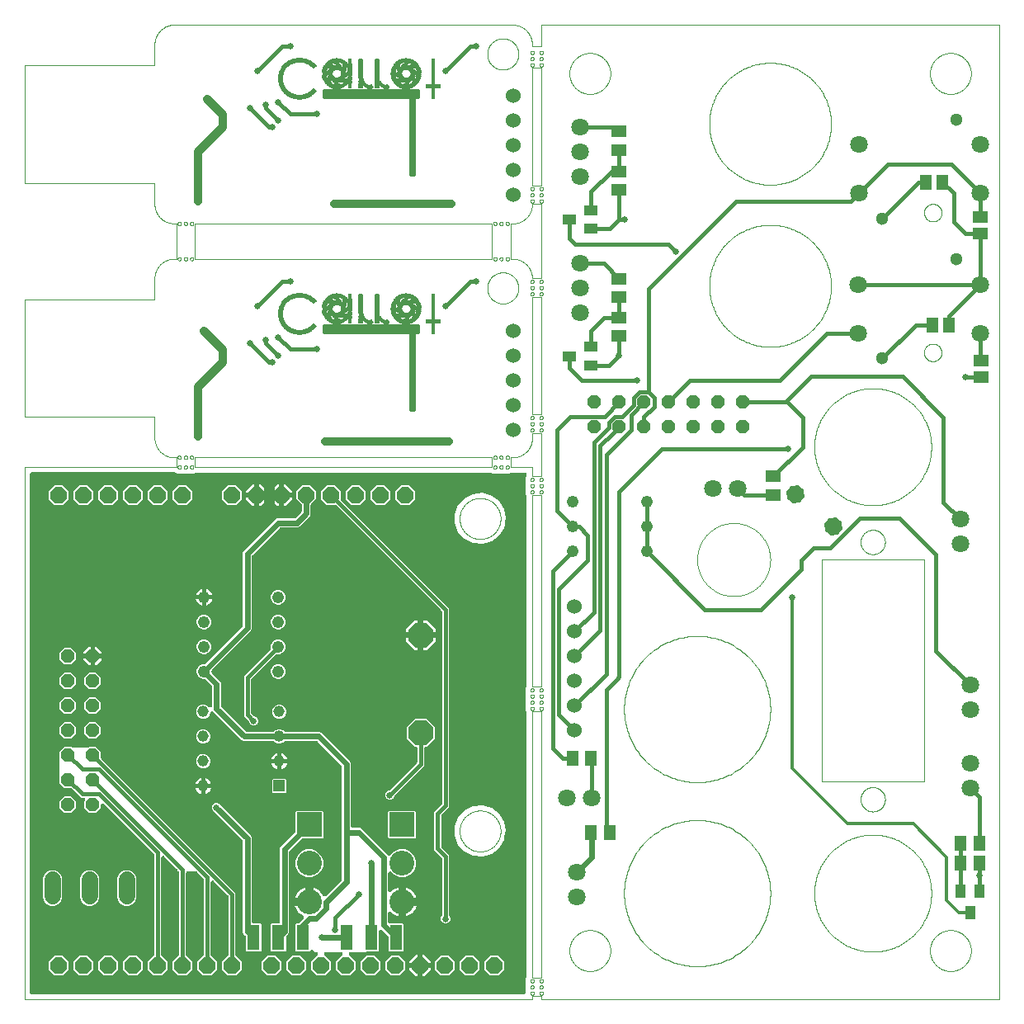
<source format=gbl>
G04 EAGLE Gerber X2 export*
%TF.Part,Single*%
%TF.FileFunction,Other,Bottom layer*%
%TF.FilePolarity,Positive*%
%TF.GenerationSoftware,Autodesk,EAGLE,9.4.0*%
%TF.CreationDate,2019-06-19T15:44:25Z*%
G75*
%MOMM*%
%FSLAX34Y34*%
%LPD*%
%INBottom layer*%
%AMOC8*
5,1,8,0,0,1.08239X$1,22.5*%
G01*
%ADD10C,0.050000*%
%ADD11C,0.076200*%
%ADD12C,0.000000*%
%ADD13C,1.219200*%
%ADD14R,1.159000X1.159000*%
%ADD15C,1.159000*%
%ADD16C,1.676400*%
%ADD17P,1.484606X8X292.500000*%
%ADD18P,1.814519X8X202.500000*%
%ADD19P,2.749271X8X112.500000*%
%ADD20C,1.524000*%
%ADD21R,1.500000X1.300000*%
%ADD22C,1.800000*%
%ADD23C,1.300000*%
%ADD24R,1.400000X1.000000*%
%ADD25R,1.600000X1.300000*%
%ADD26P,1.484606X8X202.500000*%
%ADD27R,1.000000X1.400000*%
%ADD28R,1.300000X1.600000*%
%ADD29R,1.300000X1.500000*%
%ADD30P,1.924489X8X162.500000*%
%ADD31R,0.400000X0.020000*%
%ADD32R,0.760000X0.020000*%
%ADD33R,0.200000X0.020000*%
%ADD34R,0.240000X0.020000*%
%ADD35R,1.000000X0.020000*%
%ADD36R,0.540000X0.020000*%
%ADD37R,0.580000X0.020000*%
%ADD38R,1.180000X0.020000*%
%ADD39R,0.740000X0.020000*%
%ADD40R,0.780000X0.020000*%
%ADD41R,1.320000X0.020000*%
%ADD42R,0.880000X0.020000*%
%ADD43R,0.940000X0.020000*%
%ADD44R,1.480000X0.020000*%
%ADD45R,0.980000X0.020000*%
%ADD46R,0.380000X0.020000*%
%ADD47R,1.060000X0.020000*%
%ADD48R,0.360000X0.020000*%
%ADD49R,1.600000X0.020000*%
%ADD50R,1.100000X0.020000*%
%ADD51R,0.420000X0.020000*%
%ADD52R,0.440000X0.020000*%
%ADD53R,1.160000X0.020000*%
%ADD54R,1.700000X0.020000*%
%ADD55R,1.200000X0.020000*%
%ADD56R,1.260000X0.020000*%
%ADD57R,1.800000X0.020000*%
%ADD58R,1.300000X0.020000*%
%ADD59R,1.340000X0.020000*%
%ADD60R,1.900000X0.020000*%
%ADD61R,1.360000X0.020000*%
%ADD62R,1.440000X0.020000*%
%ADD63R,1.980000X0.020000*%
%ADD64R,1.520000X0.020000*%
%ADD65R,2.080000X0.020000*%
%ADD66R,1.500000X0.020000*%
%ADD67R,1.580000X0.020000*%
%ADD68R,2.160000X0.020000*%
%ADD69R,1.640000X0.020000*%
%ADD70R,2.240000X0.020000*%
%ADD71R,1.620000X0.020000*%
%ADD72R,2.300000X0.020000*%
%ADD73R,1.760000X0.020000*%
%ADD74R,2.380000X0.020000*%
%ADD75R,1.740000X0.020000*%
%ADD76R,2.420000X0.020000*%
%ADD77R,1.780000X0.020000*%
%ADD78R,1.860000X0.020000*%
%ADD79R,2.500000X0.020000*%
%ADD80R,1.920000X0.020000*%
%ADD81R,2.540000X0.020000*%
%ADD82R,1.960000X0.020000*%
%ADD83R,2.620000X0.020000*%
%ADD84R,1.940000X0.020000*%
%ADD85R,2.000000X0.020000*%
%ADD86R,2.660000X0.020000*%
%ADD87R,2.040000X0.020000*%
%ADD88R,1.120000X0.020000*%
%ADD89R,0.900000X0.020000*%
%ADD90R,1.040000X0.020000*%
%ADD91R,0.700000X0.020000*%
%ADD92R,0.820000X0.020000*%
%ADD93R,0.960000X0.020000*%
%ADD94R,0.920000X0.020000*%
%ADD95R,1.220000X0.020000*%
%ADD96R,0.660000X0.020000*%
%ADD97R,1.240000X0.020000*%
%ADD98R,0.620000X0.020000*%
%ADD99R,0.720000X0.020000*%
%ADD100R,0.860000X0.020000*%
%ADD101R,0.680000X0.020000*%
%ADD102R,0.840000X0.020000*%
%ADD103R,0.640000X0.020000*%
%ADD104R,0.520000X0.020000*%
%ADD105R,0.560000X0.020000*%
%ADD106R,0.800000X0.020000*%
%ADD107R,0.500000X0.020000*%
%ADD108R,0.480000X0.020000*%
%ADD109R,0.600000X0.020000*%
%ADD110R,0.460000X0.020000*%
%ADD111R,1.680000X0.020000*%
%ADD112R,1.720000X0.020000*%
%ADD113R,1.820000X0.020000*%
%ADD114R,1.840000X0.020000*%
%ADD115R,1.880000X0.020000*%
%ADD116R,0.320000X0.020000*%
%ADD117R,2.320000X0.020000*%
%ADD118R,2.800000X0.020000*%
%ADD119R,2.340000X0.020000*%
%ADD120R,2.820000X0.020000*%
%ADD121R,0.260000X0.020000*%
%ADD122R,2.360000X0.020000*%
%ADD123R,0.220000X0.020000*%
%ADD124R,0.180000X0.020000*%
%ADD125R,0.120000X0.020000*%
%ADD126R,0.080000X0.020000*%
%ADD127R,0.040000X0.020000*%
%ADD128R,1.140000X0.020000*%
%ADD129R,1.080000X0.020000*%
%ADD130R,1.660000X0.020000*%
%ADD131R,2.400000X0.020000*%
%ADD132R,2.980000X0.020000*%
%ADD133R,2.960000X0.020000*%
%ADD134R,2.840000X0.020000*%
%ADD135R,2.940000X0.020000*%
%ADD136R,2.780000X0.020000*%
%ADD137R,2.100000X0.020000*%
%ADD138R,2.060000X0.020000*%
%ADD139R,2.020000X0.020000*%
%ADD140R,0.060000X0.020000*%
%ADD141R,0.140000X0.020000*%
%ADD142R,1.540000X0.020000*%
%ADD143R,1.460000X0.020000*%
%ADD144R,1.420000X0.020000*%
%ADD145R,9.740000X0.020000*%
%ADD146R,9.840000X0.020000*%
%ADD147R,9.900000X0.020000*%
%ADD148R,9.940000X0.020000*%
%ADD149R,9.960000X0.020000*%
%ADD150R,9.980000X0.020000*%
%ADD151R,10.020000X0.020000*%
%ADD152R,2.580000X0.020000*%
%ADD153R,2.520000X0.020000*%
%ADD154R,2.460000X0.020000*%
%ADD155R,2.260000X0.020000*%
%ADD156R,2.200000X0.020000*%
%ADD157R,2.120000X0.020000*%
%ADD158R,9.820000X0.020000*%
%ADD159R,1.020000X0.020000*%
%ADD160R,2.550000X2.550000*%
%ADD161C,2.550000*%
%ADD162R,1.270000X2.540000*%
%ADD163C,0.406400*%
%ADD164C,0.654800*%
%ADD165C,0.609600*%
%ADD166C,0.304800*%
%ADD167C,0.812800*%

G36*
X511856Y5333D02*
X511856Y5333D01*
X511874Y5331D01*
X512056Y5352D01*
X512239Y5371D01*
X512256Y5376D01*
X512273Y5378D01*
X512448Y5435D01*
X512624Y5489D01*
X512639Y5497D01*
X512656Y5503D01*
X512816Y5593D01*
X512978Y5681D01*
X512991Y5692D01*
X513007Y5701D01*
X513146Y5821D01*
X513287Y5938D01*
X513298Y5952D01*
X513312Y5964D01*
X513424Y6109D01*
X513539Y6252D01*
X513547Y6268D01*
X513558Y6282D01*
X513640Y6447D01*
X513725Y6609D01*
X513730Y6626D01*
X513738Y6642D01*
X513785Y6821D01*
X513836Y6996D01*
X513838Y7014D01*
X513842Y7031D01*
X513869Y7362D01*
X513869Y7709D01*
X514300Y8748D01*
X514307Y8773D01*
X514319Y8797D01*
X514365Y8965D01*
X514416Y9133D01*
X514419Y9160D01*
X514426Y9186D01*
X514438Y9360D01*
X514454Y9534D01*
X514451Y9560D01*
X514453Y9587D01*
X514431Y9761D01*
X514413Y9934D01*
X514405Y9960D01*
X514401Y9986D01*
X514300Y10302D01*
X513869Y11341D01*
X513869Y14059D01*
X514300Y15098D01*
X514307Y15123D01*
X514319Y15147D01*
X514365Y15315D01*
X514416Y15483D01*
X514419Y15510D01*
X514426Y15536D01*
X514438Y15710D01*
X514454Y15884D01*
X514451Y15910D01*
X514453Y15937D01*
X514431Y16111D01*
X514413Y16284D01*
X514405Y16310D01*
X514401Y16336D01*
X514300Y16652D01*
X513869Y17691D01*
X513869Y20409D01*
X515034Y23221D01*
X515087Y23321D01*
X515095Y23346D01*
X515107Y23370D01*
X515152Y23540D01*
X515202Y23707D01*
X515204Y23733D01*
X515211Y23759D01*
X515238Y24090D01*
X515238Y293410D01*
X515236Y293437D01*
X515238Y293464D01*
X515216Y293637D01*
X515198Y293811D01*
X515191Y293836D01*
X515187Y293863D01*
X515132Y294029D01*
X515080Y294196D01*
X515067Y294219D01*
X515059Y294245D01*
X515021Y294310D01*
X513869Y297091D01*
X513869Y299809D01*
X514300Y300848D01*
X514307Y300873D01*
X514319Y300897D01*
X514365Y301066D01*
X514416Y301233D01*
X514419Y301260D01*
X514426Y301286D01*
X514438Y301460D01*
X514454Y301634D01*
X514451Y301660D01*
X514453Y301687D01*
X514431Y301862D01*
X514413Y302034D01*
X514405Y302060D01*
X514401Y302086D01*
X514300Y302402D01*
X513869Y303441D01*
X513869Y306159D01*
X514300Y307198D01*
X514307Y307223D01*
X514319Y307247D01*
X514365Y307416D01*
X514416Y307583D01*
X514419Y307610D01*
X514426Y307636D01*
X514438Y307810D01*
X514454Y307984D01*
X514451Y308010D01*
X514453Y308037D01*
X514431Y308212D01*
X514413Y308384D01*
X514405Y308410D01*
X514401Y308436D01*
X514300Y308752D01*
X513869Y309791D01*
X513869Y312509D01*
X514300Y313548D01*
X514307Y313573D01*
X514319Y313597D01*
X514365Y313766D01*
X514416Y313933D01*
X514419Y313960D01*
X514426Y313986D01*
X514438Y314160D01*
X514454Y314334D01*
X514451Y314360D01*
X514453Y314387D01*
X514431Y314562D01*
X514413Y314734D01*
X514405Y314760D01*
X514401Y314786D01*
X514300Y315102D01*
X513869Y316141D01*
X513869Y318859D01*
X515034Y321671D01*
X515087Y321771D01*
X515095Y321796D01*
X515107Y321820D01*
X515152Y321990D01*
X515202Y322157D01*
X515204Y322183D01*
X515211Y322209D01*
X515238Y322540D01*
X515238Y515660D01*
X515236Y515687D01*
X515238Y515714D01*
X515216Y515887D01*
X515198Y516061D01*
X515191Y516086D01*
X515187Y516113D01*
X515132Y516279D01*
X515080Y516446D01*
X515067Y516469D01*
X515059Y516495D01*
X515021Y516560D01*
X513869Y519341D01*
X513869Y522059D01*
X514300Y523098D01*
X514307Y523123D01*
X514319Y523147D01*
X514365Y523315D01*
X514416Y523483D01*
X514419Y523510D01*
X514426Y523536D01*
X514438Y523710D01*
X514454Y523884D01*
X514451Y523910D01*
X514453Y523937D01*
X514431Y524111D01*
X514413Y524284D01*
X514405Y524310D01*
X514401Y524336D01*
X514300Y524652D01*
X513869Y525691D01*
X513869Y528409D01*
X514300Y529448D01*
X514307Y529473D01*
X514319Y529497D01*
X514365Y529666D01*
X514416Y529833D01*
X514419Y529860D01*
X514426Y529886D01*
X514438Y530060D01*
X514454Y530234D01*
X514451Y530260D01*
X514453Y530287D01*
X514431Y530462D01*
X514413Y530634D01*
X514405Y530660D01*
X514401Y530686D01*
X514300Y531002D01*
X513869Y532041D01*
X513869Y534759D01*
X515034Y537571D01*
X515087Y537671D01*
X515095Y537696D01*
X515107Y537720D01*
X515152Y537890D01*
X515202Y538057D01*
X515204Y538083D01*
X515211Y538109D01*
X515238Y538440D01*
X515238Y538607D01*
X515236Y538625D01*
X515238Y538643D01*
X515217Y538825D01*
X515198Y539008D01*
X515193Y539025D01*
X515191Y539042D01*
X515134Y539217D01*
X515080Y539393D01*
X515072Y539408D01*
X515066Y539425D01*
X514976Y539585D01*
X514888Y539747D01*
X514877Y539760D01*
X514868Y539776D01*
X514748Y539915D01*
X514631Y540056D01*
X514617Y540067D01*
X514605Y540081D01*
X514460Y540193D01*
X514317Y540308D01*
X514301Y540316D01*
X514287Y540327D01*
X514122Y540409D01*
X513960Y540494D01*
X513943Y540499D01*
X513927Y540507D01*
X513748Y540554D01*
X513573Y540605D01*
X513555Y540607D01*
X513538Y540611D01*
X513207Y540638D01*
X500340Y540638D01*
X500313Y540636D01*
X500286Y540638D01*
X500113Y540616D01*
X499939Y540598D01*
X499914Y540591D01*
X499887Y540587D01*
X499721Y540532D01*
X499554Y540480D01*
X499531Y540467D01*
X499505Y540459D01*
X499440Y540421D01*
X496659Y539269D01*
X493941Y539269D01*
X492902Y539700D01*
X492877Y539707D01*
X492853Y539719D01*
X492685Y539765D01*
X492517Y539816D01*
X492490Y539819D01*
X492464Y539826D01*
X492290Y539838D01*
X492116Y539854D01*
X492090Y539851D01*
X492063Y539853D01*
X491889Y539831D01*
X491716Y539813D01*
X491690Y539805D01*
X491664Y539801D01*
X491348Y539700D01*
X490309Y539269D01*
X487591Y539269D01*
X486552Y539700D01*
X486527Y539707D01*
X486503Y539719D01*
X486335Y539765D01*
X486167Y539816D01*
X486140Y539819D01*
X486114Y539826D01*
X485940Y539838D01*
X485766Y539854D01*
X485740Y539851D01*
X485713Y539853D01*
X485539Y539831D01*
X485366Y539813D01*
X485340Y539805D01*
X485314Y539801D01*
X484998Y539700D01*
X483959Y539269D01*
X481241Y539269D01*
X478430Y540434D01*
X478331Y540486D01*
X478304Y540494D01*
X478280Y540507D01*
X478111Y540552D01*
X477945Y540601D01*
X477918Y540604D01*
X477891Y540611D01*
X477560Y540638D01*
X176490Y540638D01*
X176462Y540636D01*
X176435Y540638D01*
X176262Y540616D01*
X176089Y540598D01*
X176063Y540590D01*
X176035Y540587D01*
X175871Y540531D01*
X175704Y540480D01*
X175680Y540467D01*
X175654Y540458D01*
X175589Y540421D01*
X172809Y539269D01*
X170091Y539269D01*
X169052Y539700D01*
X169027Y539707D01*
X169003Y539719D01*
X168835Y539765D01*
X168667Y539816D01*
X168640Y539819D01*
X168614Y539826D01*
X168440Y539838D01*
X168266Y539854D01*
X168240Y539851D01*
X168213Y539853D01*
X168039Y539831D01*
X167866Y539813D01*
X167840Y539805D01*
X167814Y539801D01*
X167498Y539700D01*
X166459Y539269D01*
X163741Y539269D01*
X162702Y539700D01*
X162677Y539707D01*
X162653Y539719D01*
X162484Y539765D01*
X162317Y539816D01*
X162290Y539819D01*
X162264Y539826D01*
X162090Y539838D01*
X161916Y539854D01*
X161890Y539851D01*
X161863Y539853D01*
X161688Y539831D01*
X161516Y539813D01*
X161490Y539805D01*
X161464Y539801D01*
X161148Y539700D01*
X160109Y539269D01*
X157391Y539269D01*
X154820Y540334D01*
X154704Y540429D01*
X154680Y540442D01*
X154659Y540458D01*
X154502Y540536D01*
X154348Y540618D01*
X154323Y540626D01*
X154299Y540638D01*
X154129Y540683D01*
X153962Y540733D01*
X153936Y540735D01*
X153910Y540742D01*
X153579Y540769D01*
X7362Y540769D01*
X7344Y540767D01*
X7326Y540769D01*
X7144Y540748D01*
X6961Y540729D01*
X6944Y540724D01*
X6927Y540722D01*
X6752Y540665D01*
X6576Y540611D01*
X6561Y540603D01*
X6544Y540597D01*
X6383Y540507D01*
X6222Y540419D01*
X6209Y540408D01*
X6193Y540399D01*
X6054Y540279D01*
X5913Y540162D01*
X5902Y540148D01*
X5888Y540136D01*
X5776Y539991D01*
X5661Y539848D01*
X5653Y539832D01*
X5642Y539818D01*
X5560Y539653D01*
X5475Y539491D01*
X5470Y539474D01*
X5462Y539458D01*
X5415Y539279D01*
X5364Y539104D01*
X5362Y539086D01*
X5358Y539069D01*
X5331Y538738D01*
X5331Y7362D01*
X5333Y7344D01*
X5331Y7326D01*
X5352Y7144D01*
X5371Y6961D01*
X5376Y6944D01*
X5378Y6927D01*
X5435Y6752D01*
X5489Y6576D01*
X5497Y6561D01*
X5503Y6544D01*
X5593Y6384D01*
X5681Y6222D01*
X5692Y6209D01*
X5701Y6193D01*
X5821Y6054D01*
X5938Y5913D01*
X5952Y5902D01*
X5964Y5888D01*
X6109Y5776D01*
X6252Y5661D01*
X6268Y5653D01*
X6282Y5642D01*
X6447Y5560D01*
X6609Y5475D01*
X6626Y5470D01*
X6642Y5462D01*
X6821Y5415D01*
X6996Y5364D01*
X7014Y5362D01*
X7031Y5358D01*
X7362Y5331D01*
X511838Y5331D01*
X511856Y5333D01*
G37*
%LPC*%
G36*
X300062Y25018D02*
X300062Y25018D01*
X294258Y30822D01*
X294258Y39028D01*
X300530Y45300D01*
X300535Y45307D01*
X300542Y45312D01*
X300662Y45462D01*
X300785Y45611D01*
X300789Y45619D01*
X300794Y45626D01*
X300883Y45796D01*
X300973Y45967D01*
X300976Y45976D01*
X300980Y45983D01*
X301033Y46168D01*
X301088Y46353D01*
X301089Y46362D01*
X301091Y46370D01*
X301107Y46562D01*
X301124Y46754D01*
X301123Y46763D01*
X301124Y46772D01*
X301102Y46961D01*
X301081Y47154D01*
X301078Y47163D01*
X301077Y47171D01*
X301018Y47353D01*
X300959Y47538D01*
X300955Y47546D01*
X300952Y47554D01*
X300857Y47723D01*
X300765Y47890D01*
X300759Y47897D01*
X300754Y47905D01*
X300629Y48051D01*
X300504Y48197D01*
X300497Y48203D01*
X300491Y48210D01*
X300340Y48327D01*
X300188Y48447D01*
X300180Y48451D01*
X300173Y48456D01*
X300002Y48542D01*
X299829Y48629D01*
X299821Y48632D01*
X299813Y48636D01*
X299626Y48686D01*
X299441Y48737D01*
X299433Y48738D01*
X299424Y48740D01*
X299093Y48767D01*
X297608Y48767D01*
X296352Y50023D01*
X296338Y50035D01*
X296327Y50048D01*
X296183Y50162D01*
X296041Y50278D01*
X296025Y50287D01*
X296011Y50298D01*
X295847Y50381D01*
X295685Y50467D01*
X295668Y50472D01*
X295652Y50480D01*
X295475Y50529D01*
X295299Y50582D01*
X295281Y50583D01*
X295264Y50588D01*
X295081Y50601D01*
X294898Y50618D01*
X294880Y50616D01*
X294862Y50617D01*
X294680Y50594D01*
X294498Y50575D01*
X294481Y50569D01*
X294463Y50567D01*
X294289Y50509D01*
X294114Y50453D01*
X294098Y50444D01*
X294081Y50439D01*
X293923Y50348D01*
X293762Y50258D01*
X293748Y50247D01*
X293732Y50238D01*
X293479Y50023D01*
X292732Y49275D01*
X278768Y49275D01*
X277875Y50168D01*
X277875Y76832D01*
X278768Y77725D01*
X280075Y77725D01*
X280097Y77727D01*
X280119Y77725D01*
X280297Y77747D01*
X280475Y77765D01*
X280497Y77771D01*
X280519Y77774D01*
X280689Y77830D01*
X280860Y77883D01*
X280880Y77893D01*
X280901Y77900D01*
X281057Y77989D01*
X281214Y78075D01*
X281232Y78089D01*
X281251Y78100D01*
X281386Y78218D01*
X281524Y78332D01*
X281538Y78350D01*
X281555Y78364D01*
X281664Y78507D01*
X281776Y78646D01*
X281786Y78666D01*
X281800Y78684D01*
X281835Y78752D01*
X286084Y83001D01*
X286093Y83012D01*
X286103Y83020D01*
X286220Y83167D01*
X286339Y83313D01*
X286346Y83325D01*
X286354Y83335D01*
X286440Y83503D01*
X286528Y83668D01*
X286532Y83681D01*
X286538Y83693D01*
X286590Y83875D01*
X286643Y84054D01*
X286644Y84068D01*
X286648Y84081D01*
X286662Y84268D01*
X286679Y84455D01*
X286678Y84469D01*
X286679Y84482D01*
X286656Y84667D01*
X286636Y84856D01*
X286632Y84868D01*
X286630Y84882D01*
X286571Y85060D01*
X286514Y85239D01*
X286508Y85251D01*
X286504Y85264D01*
X286410Y85428D01*
X286320Y85592D01*
X286311Y85602D01*
X286304Y85614D01*
X286180Y85756D01*
X286059Y85899D01*
X286049Y85907D01*
X286040Y85917D01*
X285890Y86032D01*
X285743Y86148D01*
X285731Y86154D01*
X285720Y86163D01*
X285425Y86314D01*
X285322Y86357D01*
X283587Y87359D01*
X281997Y88579D01*
X280579Y89997D01*
X279359Y91587D01*
X278357Y93323D01*
X277590Y95174D01*
X277359Y96037D01*
X290068Y96037D01*
X290086Y96039D01*
X290103Y96037D01*
X290286Y96058D01*
X290468Y96077D01*
X290486Y96082D01*
X290503Y96084D01*
X290678Y96141D01*
X290853Y96195D01*
X290869Y96203D01*
X290886Y96209D01*
X291046Y96299D01*
X291207Y96387D01*
X291221Y96398D01*
X291237Y96407D01*
X291376Y96527D01*
X291517Y96644D01*
X291528Y96658D01*
X291541Y96670D01*
X291654Y96815D01*
X291769Y96958D01*
X291777Y96974D01*
X291788Y96988D01*
X291870Y97153D01*
X291955Y97315D01*
X291959Y97332D01*
X291967Y97349D01*
X292015Y97527D01*
X292066Y97702D01*
X292067Y97720D01*
X292072Y97737D01*
X292099Y98068D01*
X292099Y100101D01*
X294132Y100101D01*
X294150Y100103D01*
X294167Y100101D01*
X294350Y100123D01*
X294533Y100141D01*
X294550Y100146D01*
X294567Y100148D01*
X294742Y100205D01*
X294917Y100259D01*
X294933Y100267D01*
X294950Y100273D01*
X295110Y100363D01*
X295272Y100451D01*
X295285Y100462D01*
X295301Y100471D01*
X295440Y100591D01*
X295581Y100708D01*
X295592Y100722D01*
X295605Y100734D01*
X295718Y100879D01*
X295833Y101022D01*
X295841Y101038D01*
X295852Y101052D01*
X295934Y101217D01*
X296019Y101380D01*
X296024Y101397D01*
X296032Y101413D01*
X296079Y101591D01*
X296130Y101766D01*
X296131Y101784D01*
X296136Y101801D01*
X296163Y102132D01*
X296163Y114841D01*
X297026Y114610D01*
X298877Y113843D01*
X300613Y112841D01*
X302203Y111621D01*
X303621Y110203D01*
X304841Y108613D01*
X305843Y106878D01*
X305886Y106775D01*
X305892Y106763D01*
X305896Y106750D01*
X305987Y106586D01*
X306076Y106420D01*
X306085Y106409D01*
X306091Y106398D01*
X306212Y106255D01*
X306332Y106109D01*
X306343Y106101D01*
X306352Y106091D01*
X306499Y105975D01*
X306645Y105856D01*
X306657Y105849D01*
X306667Y105841D01*
X306835Y105756D01*
X307001Y105669D01*
X307014Y105665D01*
X307026Y105659D01*
X307207Y105608D01*
X307388Y105555D01*
X307401Y105554D01*
X307414Y105551D01*
X307603Y105537D01*
X307789Y105521D01*
X307802Y105522D01*
X307816Y105521D01*
X308003Y105545D01*
X308189Y105566D01*
X308202Y105570D01*
X308215Y105572D01*
X308393Y105631D01*
X308572Y105689D01*
X308584Y105696D01*
X308597Y105700D01*
X308760Y105794D01*
X308924Y105885D01*
X308934Y105894D01*
X308946Y105901D01*
X309199Y106116D01*
X325032Y121949D01*
X325049Y121970D01*
X325070Y121987D01*
X325177Y122125D01*
X325287Y122261D01*
X325300Y122284D01*
X325316Y122305D01*
X325394Y122462D01*
X325476Y122616D01*
X325484Y122642D01*
X325496Y122666D01*
X325541Y122835D01*
X325591Y123002D01*
X325593Y123029D01*
X325600Y123055D01*
X325627Y123385D01*
X325627Y238565D01*
X325625Y238591D01*
X325627Y238618D01*
X325605Y238792D01*
X325587Y238965D01*
X325580Y238991D01*
X325576Y239017D01*
X325521Y239183D01*
X325469Y239350D01*
X325456Y239374D01*
X325448Y239399D01*
X325361Y239551D01*
X325277Y239704D01*
X325260Y239725D01*
X325247Y239748D01*
X325032Y240001D01*
X300326Y264707D01*
X300305Y264724D01*
X300288Y264745D01*
X300150Y264852D01*
X300014Y264962D01*
X299991Y264975D01*
X299970Y264991D01*
X299813Y265069D01*
X299659Y265151D01*
X299633Y265159D01*
X299609Y265171D01*
X299440Y265216D01*
X299273Y265266D01*
X299246Y265268D01*
X299220Y265275D01*
X298890Y265302D01*
X267920Y265302D01*
X267894Y265300D01*
X267867Y265302D01*
X267693Y265280D01*
X267520Y265262D01*
X267494Y265255D01*
X267468Y265251D01*
X267302Y265196D01*
X267135Y265144D01*
X267111Y265131D01*
X267086Y265123D01*
X266934Y265036D01*
X266781Y264952D01*
X266760Y264935D01*
X266737Y264922D01*
X266484Y264707D01*
X265446Y263670D01*
X264171Y263141D01*
X262756Y262555D01*
X259844Y262555D01*
X257154Y263670D01*
X256116Y264707D01*
X256095Y264724D01*
X256078Y264745D01*
X255940Y264852D01*
X255804Y264962D01*
X255781Y264975D01*
X255760Y264991D01*
X255603Y265069D01*
X255449Y265151D01*
X255423Y265159D01*
X255399Y265171D01*
X255230Y265216D01*
X255063Y265266D01*
X255036Y265268D01*
X255010Y265275D01*
X254680Y265302D01*
X224515Y265302D01*
X222835Y265998D01*
X194545Y294288D01*
X193986Y294847D01*
X193975Y294856D01*
X193967Y294866D01*
X193820Y294983D01*
X193674Y295103D01*
X193662Y295109D01*
X193652Y295117D01*
X193485Y295203D01*
X193319Y295291D01*
X193306Y295295D01*
X193294Y295301D01*
X193114Y295352D01*
X192933Y295406D01*
X192919Y295407D01*
X192906Y295411D01*
X192721Y295425D01*
X192532Y295442D01*
X192518Y295441D01*
X192505Y295442D01*
X192320Y295419D01*
X192131Y295399D01*
X192119Y295395D01*
X192105Y295393D01*
X191927Y295334D01*
X191748Y295277D01*
X191736Y295271D01*
X191723Y295267D01*
X191559Y295173D01*
X191395Y295083D01*
X191385Y295074D01*
X191373Y295067D01*
X191231Y294944D01*
X191088Y294822D01*
X191080Y294812D01*
X191070Y294803D01*
X190955Y294654D01*
X190839Y294506D01*
X190833Y294494D01*
X190824Y294484D01*
X190673Y294188D01*
X189405Y291129D01*
X187346Y289070D01*
X184656Y287955D01*
X181744Y287955D01*
X179054Y289070D01*
X176995Y291129D01*
X175880Y293819D01*
X175880Y296731D01*
X176995Y299421D01*
X179054Y301480D01*
X181744Y302595D01*
X184656Y302595D01*
X187346Y301480D01*
X188810Y300017D01*
X188817Y300011D01*
X188822Y300004D01*
X188972Y299884D01*
X189121Y299762D01*
X189129Y299758D01*
X189136Y299752D01*
X189306Y299664D01*
X189477Y299573D01*
X189486Y299571D01*
X189493Y299567D01*
X189678Y299514D01*
X189863Y299458D01*
X189872Y299458D01*
X189880Y299455D01*
X190071Y299440D01*
X190264Y299422D01*
X190273Y299423D01*
X190282Y299422D01*
X190471Y299445D01*
X190664Y299465D01*
X190673Y299468D01*
X190681Y299469D01*
X190863Y299529D01*
X191048Y299587D01*
X191056Y299591D01*
X191064Y299594D01*
X191231Y299688D01*
X191400Y299782D01*
X191407Y299788D01*
X191415Y299792D01*
X191560Y299917D01*
X191707Y300042D01*
X191713Y300049D01*
X191720Y300055D01*
X191836Y300206D01*
X191957Y300358D01*
X191961Y300366D01*
X191966Y300373D01*
X192052Y300545D01*
X192139Y300717D01*
X192142Y300726D01*
X192146Y300734D01*
X192196Y300920D01*
X192247Y301105D01*
X192248Y301114D01*
X192250Y301123D01*
X192277Y301453D01*
X192277Y321115D01*
X192275Y321141D01*
X192277Y321168D01*
X192255Y321342D01*
X192237Y321515D01*
X192230Y321541D01*
X192226Y321567D01*
X192171Y321733D01*
X192119Y321900D01*
X192106Y321924D01*
X192098Y321949D01*
X192011Y322101D01*
X191927Y322254D01*
X191910Y322275D01*
X191897Y322298D01*
X191682Y322551D01*
X185899Y328334D01*
X185878Y328351D01*
X185861Y328372D01*
X185723Y328479D01*
X185587Y328589D01*
X185564Y328602D01*
X185543Y328618D01*
X185386Y328696D01*
X185232Y328778D01*
X185206Y328786D01*
X185182Y328798D01*
X185013Y328843D01*
X184846Y328893D01*
X184819Y328895D01*
X184793Y328902D01*
X184463Y328929D01*
X182634Y328929D01*
X179833Y330089D01*
X177689Y332233D01*
X176529Y335034D01*
X176529Y338066D01*
X177689Y340867D01*
X179833Y343011D01*
X182634Y344171D01*
X184463Y344171D01*
X184489Y344173D01*
X184516Y344171D01*
X184690Y344193D01*
X184863Y344211D01*
X184889Y344218D01*
X184915Y344222D01*
X185081Y344277D01*
X185248Y344329D01*
X185272Y344342D01*
X185297Y344350D01*
X185449Y344437D01*
X185602Y344521D01*
X185623Y344538D01*
X185646Y344551D01*
X185899Y344766D01*
X223432Y382299D01*
X223449Y382320D01*
X223470Y382337D01*
X223577Y382475D01*
X223687Y382611D01*
X223700Y382634D01*
X223716Y382655D01*
X223794Y382812D01*
X223876Y382966D01*
X223884Y382992D01*
X223896Y383016D01*
X223941Y383185D01*
X223991Y383352D01*
X223993Y383379D01*
X224000Y383405D01*
X224027Y383735D01*
X224027Y458110D01*
X224723Y459790D01*
X257760Y492827D01*
X259440Y493523D01*
X276665Y493523D01*
X276691Y493525D01*
X276718Y493523D01*
X276892Y493545D01*
X277065Y493563D01*
X277091Y493570D01*
X277117Y493574D01*
X277283Y493629D01*
X277450Y493681D01*
X277474Y493694D01*
X277499Y493702D01*
X277651Y493789D01*
X277804Y493873D01*
X277825Y493890D01*
X277848Y493903D01*
X278101Y494118D01*
X283757Y499774D01*
X283774Y499795D01*
X283795Y499812D01*
X283902Y499950D01*
X284012Y500086D01*
X284025Y500109D01*
X284041Y500130D01*
X284119Y500287D01*
X284201Y500441D01*
X284209Y500467D01*
X284221Y500491D01*
X284266Y500660D01*
X284316Y500827D01*
X284318Y500854D01*
X284325Y500880D01*
X284352Y501210D01*
X284352Y507246D01*
X284350Y507273D01*
X284352Y507299D01*
X284330Y507473D01*
X284312Y507647D01*
X284305Y507672D01*
X284301Y507699D01*
X284246Y507865D01*
X284194Y508032D01*
X284181Y508055D01*
X284173Y508081D01*
X284086Y508232D01*
X284002Y508386D01*
X283985Y508406D01*
X283972Y508429D01*
X283757Y508682D01*
X279018Y513422D01*
X279018Y521628D01*
X284822Y527432D01*
X293028Y527432D01*
X298832Y521628D01*
X298832Y513422D01*
X294093Y508682D01*
X294076Y508662D01*
X294055Y508644D01*
X293948Y508506D01*
X293838Y508371D01*
X293825Y508347D01*
X293809Y508326D01*
X293731Y508169D01*
X293649Y508015D01*
X293641Y507990D01*
X293629Y507966D01*
X293584Y507796D01*
X293534Y507629D01*
X293532Y507603D01*
X293525Y507577D01*
X293498Y507246D01*
X293498Y497565D01*
X292802Y495885D01*
X281990Y485073D01*
X280310Y484377D01*
X263085Y484377D01*
X263059Y484375D01*
X263032Y484377D01*
X262858Y484355D01*
X262685Y484337D01*
X262659Y484330D01*
X262633Y484326D01*
X262467Y484271D01*
X262300Y484219D01*
X262276Y484206D01*
X262251Y484198D01*
X262099Y484111D01*
X261946Y484027D01*
X261925Y484010D01*
X261902Y483997D01*
X261649Y483782D01*
X233768Y455901D01*
X233751Y455880D01*
X233730Y455863D01*
X233623Y455725D01*
X233513Y455589D01*
X233500Y455566D01*
X233484Y455545D01*
X233406Y455388D01*
X233324Y455234D01*
X233316Y455208D01*
X233304Y455184D01*
X233259Y455015D01*
X233209Y454848D01*
X233207Y454821D01*
X233200Y454795D01*
X233173Y454465D01*
X233173Y380090D01*
X232477Y378410D01*
X192366Y338299D01*
X192349Y338278D01*
X192328Y338261D01*
X192221Y338123D01*
X192111Y337987D01*
X192098Y337964D01*
X192082Y337943D01*
X192004Y337786D01*
X191922Y337632D01*
X191914Y337606D01*
X191902Y337582D01*
X191857Y337413D01*
X191807Y337246D01*
X191805Y337219D01*
X191798Y337193D01*
X191771Y336863D01*
X191771Y336237D01*
X191773Y336211D01*
X191771Y336184D01*
X191793Y336010D01*
X191811Y335837D01*
X191818Y335811D01*
X191822Y335785D01*
X191877Y335619D01*
X191929Y335452D01*
X191942Y335428D01*
X191950Y335403D01*
X192037Y335251D01*
X192121Y335098D01*
X192138Y335077D01*
X192151Y335054D01*
X192366Y334801D01*
X200727Y326440D01*
X201423Y324760D01*
X201423Y301185D01*
X201425Y301159D01*
X201423Y301132D01*
X201445Y300958D01*
X201463Y300785D01*
X201470Y300759D01*
X201474Y300733D01*
X201529Y300567D01*
X201581Y300400D01*
X201594Y300376D01*
X201602Y300351D01*
X201689Y300199D01*
X201773Y300046D01*
X201790Y300025D01*
X201803Y300002D01*
X202018Y299749D01*
X226724Y275043D01*
X226745Y275026D01*
X226762Y275005D01*
X226900Y274898D01*
X227036Y274788D01*
X227059Y274775D01*
X227080Y274759D01*
X227237Y274681D01*
X227391Y274599D01*
X227417Y274591D01*
X227441Y274579D01*
X227610Y274534D01*
X227777Y274484D01*
X227804Y274482D01*
X227830Y274475D01*
X228160Y274448D01*
X254680Y274448D01*
X254706Y274450D01*
X254733Y274448D01*
X254907Y274470D01*
X255080Y274488D01*
X255106Y274495D01*
X255132Y274499D01*
X255298Y274554D01*
X255465Y274606D01*
X255489Y274619D01*
X255514Y274627D01*
X255666Y274714D01*
X255819Y274798D01*
X255840Y274815D01*
X255863Y274828D01*
X256116Y275043D01*
X257154Y276080D01*
X259844Y277195D01*
X262756Y277195D01*
X265446Y276080D01*
X266484Y275043D01*
X266505Y275026D01*
X266522Y275005D01*
X266660Y274898D01*
X266796Y274788D01*
X266819Y274775D01*
X266840Y274759D01*
X266997Y274681D01*
X267151Y274599D01*
X267177Y274591D01*
X267201Y274579D01*
X267370Y274534D01*
X267537Y274484D01*
X267564Y274482D01*
X267590Y274475D01*
X267920Y274448D01*
X302535Y274448D01*
X304215Y273752D01*
X332505Y245462D01*
X334077Y243890D01*
X334773Y242210D01*
X334773Y178054D01*
X334775Y178036D01*
X334773Y178018D01*
X334794Y177836D01*
X334813Y177653D01*
X334818Y177636D01*
X334820Y177619D01*
X334877Y177444D01*
X334931Y177268D01*
X334939Y177253D01*
X334945Y177236D01*
X335035Y177076D01*
X335123Y176914D01*
X335134Y176901D01*
X335143Y176885D01*
X335263Y176746D01*
X335380Y176605D01*
X335394Y176594D01*
X335406Y176580D01*
X335551Y176468D01*
X335694Y176353D01*
X335710Y176345D01*
X335724Y176334D01*
X335889Y176252D01*
X336051Y176167D01*
X336068Y176162D01*
X336084Y176154D01*
X336263Y176107D01*
X336438Y176056D01*
X336456Y176054D01*
X336473Y176050D01*
X336804Y176023D01*
X343810Y176023D01*
X345490Y175327D01*
X372179Y148637D01*
X372264Y148484D01*
X372353Y148318D01*
X372362Y148307D01*
X372368Y148296D01*
X372489Y148153D01*
X372610Y148007D01*
X372620Y147999D01*
X372629Y147989D01*
X372776Y147873D01*
X372922Y147754D01*
X372934Y147747D01*
X372945Y147739D01*
X373113Y147654D01*
X373279Y147567D01*
X373292Y147563D01*
X373304Y147557D01*
X373486Y147506D01*
X373665Y147453D01*
X373679Y147452D01*
X373692Y147449D01*
X373880Y147435D01*
X374066Y147419D01*
X374080Y147420D01*
X374093Y147419D01*
X374282Y147443D01*
X374467Y147464D01*
X374479Y147468D01*
X374493Y147470D01*
X374672Y147530D01*
X374850Y147587D01*
X374862Y147594D01*
X374874Y147598D01*
X375038Y147692D01*
X375201Y147784D01*
X375211Y147792D01*
X375223Y147799D01*
X375476Y148014D01*
X379264Y151802D01*
X384511Y153975D01*
X390189Y153975D01*
X395436Y151802D01*
X399452Y147786D01*
X401625Y142539D01*
X401625Y136861D01*
X399452Y131614D01*
X395436Y127598D01*
X390189Y125425D01*
X384511Y125425D01*
X379264Y127598D01*
X376340Y130522D01*
X376333Y130528D01*
X376328Y130535D01*
X376178Y130655D01*
X376029Y130777D01*
X376021Y130781D01*
X376014Y130787D01*
X375844Y130876D01*
X375673Y130966D01*
X375664Y130968D01*
X375657Y130973D01*
X375472Y131026D01*
X375287Y131081D01*
X375278Y131081D01*
X375270Y131084D01*
X375079Y131100D01*
X374886Y131117D01*
X374877Y131116D01*
X374868Y131117D01*
X374679Y131095D01*
X374486Y131074D01*
X374477Y131071D01*
X374469Y131070D01*
X374287Y131011D01*
X374102Y130952D01*
X374094Y130948D01*
X374086Y130945D01*
X373917Y130850D01*
X373750Y130757D01*
X373743Y130752D01*
X373735Y130747D01*
X373589Y130621D01*
X373443Y130497D01*
X373437Y130490D01*
X373430Y130484D01*
X373313Y130333D01*
X373193Y130181D01*
X373189Y130173D01*
X373184Y130166D01*
X373098Y129994D01*
X373011Y129822D01*
X373008Y129813D01*
X373004Y129805D01*
X372954Y129619D01*
X372903Y129434D01*
X372902Y129425D01*
X372900Y129417D01*
X372873Y129086D01*
X372873Y112151D01*
X372874Y112142D01*
X372873Y112133D01*
X372894Y111941D01*
X372913Y111750D01*
X372915Y111742D01*
X372916Y111733D01*
X372974Y111550D01*
X373031Y111365D01*
X373035Y111357D01*
X373038Y111349D01*
X373131Y111181D01*
X373223Y111011D01*
X373228Y111005D01*
X373233Y110997D01*
X373358Y110849D01*
X373480Y110702D01*
X373487Y110697D01*
X373493Y110690D01*
X373645Y110570D01*
X373794Y110450D01*
X373802Y110446D01*
X373809Y110440D01*
X373982Y110352D01*
X374151Y110264D01*
X374160Y110262D01*
X374168Y110258D01*
X374353Y110206D01*
X374538Y110153D01*
X374547Y110152D01*
X374556Y110150D01*
X374748Y110136D01*
X374940Y110120D01*
X374948Y110121D01*
X374957Y110120D01*
X375148Y110145D01*
X375339Y110167D01*
X375348Y110170D01*
X375357Y110171D01*
X375538Y110232D01*
X375722Y110292D01*
X375730Y110296D01*
X375738Y110299D01*
X375906Y110395D01*
X376073Y110490D01*
X376080Y110496D01*
X376087Y110500D01*
X376340Y110715D01*
X377247Y111621D01*
X378837Y112841D01*
X380573Y113843D01*
X382424Y114610D01*
X383287Y114841D01*
X383287Y102132D01*
X383289Y102114D01*
X383287Y102097D01*
X383308Y101914D01*
X383327Y101732D01*
X383332Y101714D01*
X383334Y101697D01*
X383391Y101522D01*
X383445Y101347D01*
X383453Y101331D01*
X383459Y101314D01*
X383549Y101154D01*
X383637Y100993D01*
X383648Y100979D01*
X383657Y100963D01*
X383777Y100824D01*
X383894Y100683D01*
X383908Y100672D01*
X383920Y100659D01*
X384065Y100546D01*
X384208Y100431D01*
X384224Y100423D01*
X384238Y100412D01*
X384403Y100330D01*
X384565Y100245D01*
X384582Y100241D01*
X384599Y100233D01*
X384777Y100185D01*
X384952Y100134D01*
X384970Y100133D01*
X384987Y100128D01*
X385318Y100101D01*
X387351Y100101D01*
X387351Y100099D01*
X385318Y100099D01*
X385300Y100097D01*
X385282Y100099D01*
X385100Y100077D01*
X384917Y100059D01*
X384900Y100054D01*
X384883Y100052D01*
X384708Y99995D01*
X384532Y99941D01*
X384517Y99933D01*
X384500Y99927D01*
X384340Y99837D01*
X384178Y99749D01*
X384165Y99738D01*
X384149Y99729D01*
X384010Y99609D01*
X383869Y99492D01*
X383858Y99478D01*
X383845Y99466D01*
X383732Y99321D01*
X383617Y99178D01*
X383609Y99162D01*
X383598Y99148D01*
X383516Y98983D01*
X383431Y98820D01*
X383426Y98803D01*
X383418Y98787D01*
X383371Y98609D01*
X383320Y98434D01*
X383318Y98416D01*
X383314Y98399D01*
X383287Y98068D01*
X383287Y85359D01*
X382424Y85590D01*
X380573Y86357D01*
X378837Y87359D01*
X377247Y88579D01*
X376340Y89485D01*
X376333Y89491D01*
X376328Y89498D01*
X376179Y89618D01*
X376029Y89740D01*
X376021Y89745D01*
X376014Y89750D01*
X375844Y89838D01*
X375673Y89929D01*
X375664Y89932D01*
X375657Y89936D01*
X375472Y89989D01*
X375287Y90044D01*
X375278Y90045D01*
X375270Y90047D01*
X375079Y90063D01*
X374886Y90080D01*
X374877Y90079D01*
X374868Y90080D01*
X374679Y90058D01*
X374486Y90037D01*
X374477Y90034D01*
X374469Y90033D01*
X374286Y89974D01*
X374102Y89915D01*
X374094Y89911D01*
X374086Y89908D01*
X373919Y89814D01*
X373750Y89721D01*
X373743Y89715D01*
X373735Y89710D01*
X373590Y89585D01*
X373443Y89460D01*
X373437Y89453D01*
X373430Y89447D01*
X373313Y89296D01*
X373193Y89144D01*
X373189Y89136D01*
X373184Y89129D01*
X373098Y88957D01*
X373011Y88785D01*
X373008Y88777D01*
X373004Y88769D01*
X372955Y88583D01*
X372903Y88397D01*
X372902Y88388D01*
X372900Y88380D01*
X372873Y88049D01*
X372873Y79756D01*
X372875Y79738D01*
X372873Y79720D01*
X372894Y79538D01*
X372913Y79355D01*
X372918Y79338D01*
X372920Y79321D01*
X372977Y79146D01*
X373031Y78970D01*
X373039Y78955D01*
X373045Y78938D01*
X373135Y78778D01*
X373223Y78616D01*
X373234Y78603D01*
X373243Y78587D01*
X373363Y78448D01*
X373480Y78307D01*
X373494Y78296D01*
X373506Y78282D01*
X373651Y78170D01*
X373794Y78055D01*
X373810Y78047D01*
X373824Y78036D01*
X373989Y77954D01*
X374151Y77869D01*
X374168Y77864D01*
X374184Y77856D01*
X374363Y77809D01*
X374538Y77758D01*
X374556Y77756D01*
X374573Y77752D01*
X374904Y77725D01*
X387982Y77725D01*
X388875Y76832D01*
X388875Y50168D01*
X387982Y49275D01*
X374018Y49275D01*
X373125Y50168D01*
X373125Y64067D01*
X373123Y64093D01*
X373125Y64120D01*
X373103Y64294D01*
X373085Y64467D01*
X373078Y64493D01*
X373074Y64519D01*
X373019Y64685D01*
X372967Y64852D01*
X372954Y64876D01*
X372946Y64901D01*
X372859Y65052D01*
X372775Y65206D01*
X372758Y65227D01*
X372745Y65250D01*
X372530Y65503D01*
X366942Y71091D01*
X366935Y71097D01*
X366930Y71103D01*
X366780Y71224D01*
X366631Y71346D01*
X366623Y71350D01*
X366616Y71356D01*
X366446Y71444D01*
X366275Y71535D01*
X366266Y71537D01*
X366259Y71541D01*
X366074Y71594D01*
X365889Y71649D01*
X365880Y71650D01*
X365872Y71653D01*
X365680Y71668D01*
X365488Y71686D01*
X365479Y71685D01*
X365470Y71686D01*
X365281Y71663D01*
X365088Y71642D01*
X365079Y71640D01*
X365071Y71639D01*
X364889Y71579D01*
X364704Y71521D01*
X364696Y71517D01*
X364688Y71514D01*
X364519Y71419D01*
X364352Y71326D01*
X364345Y71320D01*
X364337Y71316D01*
X364191Y71190D01*
X364045Y71066D01*
X364039Y71059D01*
X364032Y71053D01*
X363915Y70901D01*
X363795Y70750D01*
X363791Y70742D01*
X363786Y70735D01*
X363700Y70563D01*
X363613Y70391D01*
X363610Y70382D01*
X363606Y70374D01*
X363556Y70188D01*
X363505Y70003D01*
X363504Y69994D01*
X363502Y69985D01*
X363475Y69655D01*
X363475Y50168D01*
X362582Y49275D01*
X351441Y49275D01*
X351415Y49273D01*
X351388Y49275D01*
X351215Y49253D01*
X351041Y49235D01*
X351015Y49228D01*
X350989Y49224D01*
X350823Y49169D01*
X350656Y49117D01*
X350632Y49104D01*
X350607Y49096D01*
X350456Y49009D01*
X350302Y48925D01*
X350281Y48908D01*
X350258Y48895D01*
X350089Y48751D01*
X349893Y48767D01*
X334637Y48767D01*
X334628Y48766D01*
X334619Y48767D01*
X334425Y48746D01*
X334236Y48727D01*
X334228Y48725D01*
X334219Y48724D01*
X334035Y48666D01*
X333851Y48609D01*
X333843Y48605D01*
X333835Y48602D01*
X333667Y48509D01*
X333497Y48417D01*
X333490Y48412D01*
X333483Y48407D01*
X333336Y48283D01*
X333188Y48160D01*
X333182Y48153D01*
X333176Y48147D01*
X333057Y47996D01*
X332936Y47846D01*
X332932Y47838D01*
X332926Y47831D01*
X332838Y47658D01*
X332750Y47489D01*
X332748Y47480D01*
X332744Y47472D01*
X332692Y47286D01*
X332639Y47102D01*
X332638Y47093D01*
X332636Y47084D01*
X332622Y46891D01*
X332606Y46700D01*
X332607Y46692D01*
X332606Y46683D01*
X332631Y46490D01*
X332653Y46301D01*
X332656Y46292D01*
X332657Y46283D01*
X332718Y46100D01*
X332778Y45918D01*
X332782Y45910D01*
X332785Y45902D01*
X332881Y45735D01*
X332976Y45567D01*
X332981Y45560D01*
X332986Y45553D01*
X333200Y45300D01*
X339472Y39028D01*
X339472Y30822D01*
X333668Y25018D01*
X325462Y25018D01*
X319658Y30822D01*
X319658Y39028D01*
X325930Y45300D01*
X325935Y45307D01*
X325942Y45312D01*
X326062Y45462D01*
X326185Y45611D01*
X326189Y45619D01*
X326194Y45626D01*
X326283Y45796D01*
X326373Y45967D01*
X326376Y45976D01*
X326380Y45983D01*
X326433Y46168D01*
X326488Y46353D01*
X326489Y46362D01*
X326491Y46370D01*
X326507Y46562D01*
X326524Y46754D01*
X326523Y46763D01*
X326524Y46772D01*
X326502Y46961D01*
X326481Y47154D01*
X326478Y47163D01*
X326477Y47171D01*
X326418Y47353D01*
X326359Y47538D01*
X326355Y47546D01*
X326352Y47554D01*
X326257Y47723D01*
X326165Y47890D01*
X326159Y47897D01*
X326154Y47905D01*
X326029Y48051D01*
X325904Y48197D01*
X325897Y48203D01*
X325891Y48210D01*
X325740Y48327D01*
X325588Y48447D01*
X325580Y48451D01*
X325573Y48456D01*
X325402Y48542D01*
X325229Y48629D01*
X325221Y48632D01*
X325213Y48636D01*
X325026Y48686D01*
X324841Y48737D01*
X324833Y48738D01*
X324824Y48740D01*
X324493Y48767D01*
X309237Y48767D01*
X309228Y48766D01*
X309219Y48767D01*
X309025Y48746D01*
X308836Y48727D01*
X308828Y48725D01*
X308819Y48724D01*
X308635Y48666D01*
X308451Y48609D01*
X308443Y48605D01*
X308435Y48602D01*
X308267Y48509D01*
X308097Y48417D01*
X308090Y48412D01*
X308083Y48407D01*
X307936Y48283D01*
X307788Y48160D01*
X307782Y48153D01*
X307776Y48147D01*
X307657Y47996D01*
X307536Y47846D01*
X307532Y47838D01*
X307526Y47831D01*
X307438Y47658D01*
X307350Y47489D01*
X307348Y47480D01*
X307344Y47472D01*
X307292Y47286D01*
X307239Y47102D01*
X307238Y47093D01*
X307236Y47084D01*
X307222Y46891D01*
X307206Y46700D01*
X307207Y46692D01*
X307206Y46683D01*
X307231Y46490D01*
X307253Y46301D01*
X307256Y46292D01*
X307257Y46283D01*
X307318Y46100D01*
X307378Y45918D01*
X307382Y45910D01*
X307385Y45902D01*
X307481Y45735D01*
X307576Y45567D01*
X307581Y45560D01*
X307586Y45553D01*
X307800Y45300D01*
X314072Y39028D01*
X314072Y30822D01*
X308268Y25018D01*
X300062Y25018D01*
G37*
%LPD*%
%LPC*%
G36*
X132422Y25018D02*
X132422Y25018D01*
X126618Y30822D01*
X126618Y39028D01*
X132373Y44784D01*
X132390Y44804D01*
X132411Y44822D01*
X132518Y44960D01*
X132628Y45095D01*
X132641Y45119D01*
X132657Y45140D01*
X132735Y45297D01*
X132817Y45451D01*
X132825Y45476D01*
X132837Y45500D01*
X132882Y45670D01*
X132932Y45837D01*
X132934Y45863D01*
X132941Y45889D01*
X132968Y46220D01*
X132968Y148533D01*
X132966Y148559D01*
X132968Y148586D01*
X132946Y148760D01*
X132928Y148933D01*
X132921Y148959D01*
X132917Y148985D01*
X132862Y149151D01*
X132810Y149318D01*
X132797Y149342D01*
X132789Y149367D01*
X132702Y149519D01*
X132618Y149672D01*
X132601Y149693D01*
X132588Y149716D01*
X132373Y149969D01*
X81700Y200642D01*
X81693Y200648D01*
X81688Y200655D01*
X81538Y200775D01*
X81389Y200897D01*
X81381Y200901D01*
X81374Y200907D01*
X81203Y200996D01*
X81033Y201086D01*
X81025Y201088D01*
X81017Y201092D01*
X80831Y201146D01*
X80647Y201201D01*
X80638Y201201D01*
X80630Y201204D01*
X80438Y201219D01*
X80246Y201237D01*
X80237Y201236D01*
X80228Y201237D01*
X80039Y201214D01*
X79846Y201194D01*
X79837Y201191D01*
X79829Y201190D01*
X79647Y201130D01*
X79462Y201072D01*
X79454Y201068D01*
X79446Y201065D01*
X79277Y200970D01*
X79110Y200877D01*
X79103Y200871D01*
X79095Y200867D01*
X78949Y200741D01*
X78803Y200617D01*
X78797Y200610D01*
X78790Y200604D01*
X78673Y200452D01*
X78553Y200301D01*
X78549Y200293D01*
X78544Y200286D01*
X78458Y200114D01*
X78371Y199942D01*
X78368Y199933D01*
X78364Y199925D01*
X78314Y199739D01*
X78263Y199554D01*
X78262Y199545D01*
X78260Y199536D01*
X78233Y199206D01*
X78233Y196553D01*
X73322Y191642D01*
X66378Y191642D01*
X61467Y196553D01*
X61467Y203497D01*
X61639Y203669D01*
X61644Y203676D01*
X61651Y203681D01*
X61771Y203830D01*
X61894Y203980D01*
X61898Y203988D01*
X61904Y203995D01*
X61991Y204164D01*
X62082Y204336D01*
X62085Y204345D01*
X62089Y204352D01*
X62141Y204533D01*
X62197Y204722D01*
X62198Y204731D01*
X62201Y204739D01*
X62216Y204930D01*
X62234Y205123D01*
X62233Y205132D01*
X62233Y205141D01*
X62211Y205330D01*
X62190Y205523D01*
X62188Y205532D01*
X62186Y205540D01*
X62127Y205723D01*
X62069Y205907D01*
X62064Y205915D01*
X62062Y205923D01*
X61967Y206092D01*
X61874Y206259D01*
X61868Y206266D01*
X61864Y206274D01*
X61738Y206419D01*
X61613Y206566D01*
X61606Y206572D01*
X61601Y206579D01*
X61449Y206696D01*
X61298Y206816D01*
X61290Y206820D01*
X61282Y206825D01*
X61109Y206912D01*
X60939Y206998D01*
X60930Y207001D01*
X60922Y207005D01*
X60734Y207055D01*
X60551Y207106D01*
X60542Y207107D01*
X60533Y207109D01*
X60202Y207136D01*
X57709Y207136D01*
X55030Y209815D01*
X48398Y216447D01*
X48377Y216464D01*
X48360Y216485D01*
X48222Y216592D01*
X48086Y216702D01*
X48063Y216715D01*
X48041Y216731D01*
X47885Y216809D01*
X47731Y216891D01*
X47705Y216899D01*
X47681Y216911D01*
X47512Y216956D01*
X47345Y217006D01*
X47318Y217008D01*
X47292Y217015D01*
X46961Y217042D01*
X40978Y217042D01*
X36067Y221953D01*
X36067Y254297D01*
X40978Y259208D01*
X47922Y259208D01*
X47962Y259168D01*
X47983Y259151D01*
X48000Y259130D01*
X48138Y259023D01*
X48274Y258913D01*
X48297Y258900D01*
X48319Y258884D01*
X48476Y258806D01*
X48630Y258724D01*
X48655Y258716D01*
X48679Y258704D01*
X48849Y258659D01*
X49015Y258609D01*
X49042Y258607D01*
X49068Y258600D01*
X49399Y258573D01*
X64901Y258573D01*
X64928Y258575D01*
X64955Y258573D01*
X65129Y258595D01*
X65302Y258613D01*
X65328Y258620D01*
X65354Y258624D01*
X65520Y258679D01*
X65687Y258731D01*
X65711Y258744D01*
X65736Y258752D01*
X65887Y258839D01*
X66041Y258923D01*
X66061Y258940D01*
X66085Y258953D01*
X66338Y259168D01*
X66378Y259208D01*
X73322Y259208D01*
X78233Y254297D01*
X78233Y248314D01*
X78235Y248287D01*
X78233Y248260D01*
X78255Y248086D01*
X78273Y247913D01*
X78280Y247887D01*
X78284Y247861D01*
X78339Y247695D01*
X78391Y247528D01*
X78404Y247504D01*
X78412Y247479D01*
X78499Y247328D01*
X78583Y247174D01*
X78600Y247154D01*
X78613Y247130D01*
X78828Y246877D01*
X213603Y112102D01*
X216282Y109423D01*
X216282Y46220D01*
X216284Y46193D01*
X216282Y46167D01*
X216304Y45993D01*
X216322Y45819D01*
X216329Y45794D01*
X216333Y45767D01*
X216388Y45601D01*
X216440Y45434D01*
X216453Y45411D01*
X216461Y45385D01*
X216548Y45234D01*
X216632Y45080D01*
X216649Y45060D01*
X216662Y45037D01*
X216877Y44784D01*
X222632Y39028D01*
X222632Y30822D01*
X216828Y25018D01*
X208622Y25018D01*
X202818Y30822D01*
X202818Y39028D01*
X208573Y44784D01*
X208590Y44804D01*
X208611Y44822D01*
X208718Y44960D01*
X208828Y45095D01*
X208841Y45119D01*
X208857Y45140D01*
X208935Y45297D01*
X209017Y45451D01*
X209025Y45476D01*
X209037Y45500D01*
X209082Y45670D01*
X209132Y45837D01*
X209134Y45863D01*
X209141Y45889D01*
X209168Y46220D01*
X209168Y105635D01*
X209166Y105662D01*
X209168Y105689D01*
X209146Y105863D01*
X209128Y106036D01*
X209121Y106061D01*
X209117Y106088D01*
X209062Y106254D01*
X209010Y106421D01*
X208997Y106444D01*
X208989Y106470D01*
X208902Y106621D01*
X208818Y106775D01*
X208801Y106795D01*
X208788Y106819D01*
X208573Y107072D01*
X194349Y121296D01*
X194342Y121301D01*
X194337Y121308D01*
X194187Y121429D01*
X194038Y121551D01*
X194030Y121555D01*
X194023Y121561D01*
X193853Y121649D01*
X193682Y121739D01*
X193673Y121742D01*
X193666Y121746D01*
X193481Y121799D01*
X193296Y121854D01*
X193287Y121855D01*
X193279Y121857D01*
X193087Y121873D01*
X192895Y121891D01*
X192886Y121890D01*
X192877Y121890D01*
X192688Y121868D01*
X192495Y121847D01*
X192486Y121844D01*
X192478Y121843D01*
X192296Y121784D01*
X192111Y121726D01*
X192103Y121721D01*
X192095Y121719D01*
X191926Y121624D01*
X191759Y121531D01*
X191752Y121525D01*
X191744Y121521D01*
X191598Y121395D01*
X191452Y121270D01*
X191446Y121263D01*
X191439Y121258D01*
X191322Y121106D01*
X191202Y120954D01*
X191198Y120946D01*
X191193Y120939D01*
X191107Y120767D01*
X191020Y120596D01*
X191017Y120587D01*
X191013Y120579D01*
X190963Y120392D01*
X190912Y120208D01*
X190911Y120199D01*
X190909Y120190D01*
X190882Y119859D01*
X190882Y46220D01*
X190884Y46193D01*
X190882Y46167D01*
X190904Y45993D01*
X190922Y45819D01*
X190929Y45794D01*
X190933Y45767D01*
X190988Y45601D01*
X191040Y45434D01*
X191053Y45411D01*
X191061Y45385D01*
X191148Y45234D01*
X191232Y45080D01*
X191249Y45060D01*
X191262Y45037D01*
X191477Y44784D01*
X197232Y39028D01*
X197232Y30822D01*
X191428Y25018D01*
X183222Y25018D01*
X177418Y30822D01*
X177418Y39028D01*
X183173Y44784D01*
X183190Y44804D01*
X183211Y44822D01*
X183318Y44960D01*
X183428Y45095D01*
X183441Y45119D01*
X183457Y45140D01*
X183535Y45297D01*
X183617Y45451D01*
X183625Y45476D01*
X183637Y45500D01*
X183682Y45670D01*
X183732Y45837D01*
X183734Y45863D01*
X183741Y45889D01*
X183768Y46220D01*
X183768Y123133D01*
X183766Y123159D01*
X183768Y123186D01*
X183746Y123360D01*
X183728Y123533D01*
X183721Y123559D01*
X183717Y123585D01*
X183662Y123751D01*
X183610Y123918D01*
X183597Y123942D01*
X183589Y123967D01*
X183502Y124118D01*
X183418Y124272D01*
X183401Y124293D01*
X183388Y124316D01*
X183173Y124569D01*
X177020Y130722D01*
X176999Y130739D01*
X176982Y130760D01*
X176844Y130867D01*
X176709Y130977D01*
X176685Y130990D01*
X176664Y131006D01*
X176507Y131084D01*
X176353Y131166D01*
X176327Y131174D01*
X176303Y131186D01*
X176134Y131231D01*
X175967Y131281D01*
X175940Y131283D01*
X175914Y131290D01*
X175584Y131317D01*
X167513Y131317D01*
X167495Y131315D01*
X167477Y131317D01*
X167295Y131296D01*
X167112Y131277D01*
X167095Y131272D01*
X167078Y131270D01*
X166903Y131213D01*
X166727Y131159D01*
X166712Y131151D01*
X166695Y131145D01*
X166535Y131055D01*
X166373Y130967D01*
X166360Y130956D01*
X166344Y130947D01*
X166205Y130827D01*
X166064Y130710D01*
X166053Y130696D01*
X166039Y130684D01*
X165927Y130539D01*
X165812Y130396D01*
X165804Y130380D01*
X165793Y130366D01*
X165711Y130201D01*
X165626Y130039D01*
X165621Y130022D01*
X165613Y130006D01*
X165566Y129827D01*
X165515Y129652D01*
X165513Y129634D01*
X165509Y129617D01*
X165482Y129286D01*
X165482Y46220D01*
X165484Y46193D01*
X165482Y46167D01*
X165504Y45993D01*
X165522Y45819D01*
X165529Y45794D01*
X165533Y45767D01*
X165588Y45601D01*
X165640Y45434D01*
X165653Y45411D01*
X165661Y45385D01*
X165748Y45234D01*
X165832Y45080D01*
X165849Y45060D01*
X165862Y45037D01*
X166077Y44784D01*
X171832Y39028D01*
X171832Y30822D01*
X166028Y25018D01*
X157822Y25018D01*
X152018Y30822D01*
X152018Y39028D01*
X157773Y44784D01*
X157790Y44804D01*
X157811Y44822D01*
X157918Y44960D01*
X158028Y45095D01*
X158041Y45119D01*
X158057Y45140D01*
X158135Y45297D01*
X158217Y45451D01*
X158225Y45476D01*
X158237Y45500D01*
X158282Y45670D01*
X158332Y45837D01*
X158334Y45863D01*
X158341Y45889D01*
X158368Y46220D01*
X158368Y130016D01*
X158366Y130042D01*
X158368Y130069D01*
X158346Y130243D01*
X158328Y130416D01*
X158321Y130442D01*
X158317Y130468D01*
X158262Y130634D01*
X158210Y130801D01*
X158197Y130825D01*
X158189Y130850D01*
X158102Y131002D01*
X158018Y131155D01*
X158001Y131176D01*
X157988Y131199D01*
X157773Y131452D01*
X156717Y132508D01*
X156717Y132686D01*
X156715Y132713D01*
X156717Y132740D01*
X156695Y132914D01*
X156677Y133087D01*
X156670Y133113D01*
X156666Y133139D01*
X156611Y133305D01*
X156559Y133472D01*
X156546Y133496D01*
X156538Y133521D01*
X156451Y133672D01*
X156367Y133826D01*
X156350Y133846D01*
X156337Y133870D01*
X156122Y134123D01*
X143549Y146696D01*
X143542Y146701D01*
X143537Y146708D01*
X143387Y146829D01*
X143238Y146951D01*
X143230Y146955D01*
X143223Y146961D01*
X143052Y147049D01*
X142882Y147139D01*
X142874Y147142D01*
X142866Y147146D01*
X142680Y147199D01*
X142496Y147254D01*
X142487Y147255D01*
X142479Y147257D01*
X142287Y147273D01*
X142095Y147291D01*
X142086Y147290D01*
X142077Y147290D01*
X141888Y147268D01*
X141695Y147247D01*
X141686Y147244D01*
X141678Y147243D01*
X141496Y147184D01*
X141311Y147126D01*
X141303Y147121D01*
X141295Y147119D01*
X141126Y147024D01*
X140959Y146931D01*
X140952Y146925D01*
X140944Y146921D01*
X140798Y146795D01*
X140652Y146670D01*
X140646Y146663D01*
X140639Y146658D01*
X140522Y146506D01*
X140402Y146354D01*
X140398Y146346D01*
X140393Y146339D01*
X140307Y146167D01*
X140220Y145996D01*
X140217Y145987D01*
X140213Y145979D01*
X140163Y145792D01*
X140112Y145608D01*
X140111Y145599D01*
X140109Y145590D01*
X140082Y145259D01*
X140082Y46220D01*
X140084Y46193D01*
X140082Y46167D01*
X140104Y45993D01*
X140122Y45819D01*
X140129Y45794D01*
X140133Y45767D01*
X140188Y45601D01*
X140240Y45434D01*
X140253Y45411D01*
X140261Y45385D01*
X140348Y45234D01*
X140432Y45080D01*
X140449Y45060D01*
X140462Y45037D01*
X140677Y44784D01*
X146432Y39028D01*
X146432Y30822D01*
X140628Y25018D01*
X132422Y25018D01*
G37*
%LPD*%
%LPC*%
G36*
X430845Y77751D02*
X430845Y77751D01*
X429082Y78482D01*
X427732Y79832D01*
X427001Y81595D01*
X427001Y83505D01*
X427745Y85299D01*
X427793Y85361D01*
X427903Y85496D01*
X427916Y85520D01*
X427932Y85541D01*
X428010Y85698D01*
X428092Y85852D01*
X428100Y85877D01*
X428112Y85902D01*
X428157Y86071D01*
X428207Y86238D01*
X428209Y86264D01*
X428216Y86290D01*
X428243Y86621D01*
X428243Y144368D01*
X428241Y144394D01*
X428243Y144421D01*
X428221Y144595D01*
X428203Y144768D01*
X428196Y144794D01*
X428192Y144821D01*
X428137Y144986D01*
X428085Y145153D01*
X428072Y145177D01*
X428064Y145202D01*
X427977Y145354D01*
X427893Y145507D01*
X427876Y145528D01*
X427863Y145551D01*
X427648Y145804D01*
X420247Y153205D01*
X420247Y192235D01*
X427648Y199636D01*
X427665Y199657D01*
X427686Y199674D01*
X427793Y199812D01*
X427903Y199947D01*
X427916Y199971D01*
X427932Y199992D01*
X428010Y200149D01*
X428092Y200303D01*
X428100Y200329D01*
X428112Y200353D01*
X428157Y200521D01*
X428207Y200689D01*
X428209Y200716D01*
X428216Y200741D01*
X428243Y201072D01*
X428243Y397735D01*
X428241Y397762D01*
X428243Y397789D01*
X428221Y397963D01*
X428203Y398136D01*
X428196Y398161D01*
X428192Y398188D01*
X428137Y398354D01*
X428085Y398521D01*
X428072Y398544D01*
X428064Y398570D01*
X427977Y398721D01*
X427893Y398875D01*
X427876Y398895D01*
X427863Y398919D01*
X427648Y399172D01*
X319797Y507023D01*
X319776Y507040D01*
X319758Y507061D01*
X319621Y507168D01*
X319485Y507278D01*
X319462Y507291D01*
X319440Y507307D01*
X319283Y507385D01*
X319129Y507467D01*
X319104Y507475D01*
X319080Y507487D01*
X318910Y507532D01*
X318744Y507582D01*
X318717Y507584D01*
X318691Y507591D01*
X318360Y507618D01*
X310222Y507618D01*
X304418Y513422D01*
X304418Y521628D01*
X310222Y527432D01*
X318428Y527432D01*
X324232Y521628D01*
X324232Y513490D01*
X324234Y513463D01*
X324232Y513436D01*
X324254Y513262D01*
X324272Y513089D01*
X324279Y513064D01*
X324283Y513037D01*
X324338Y512871D01*
X324390Y512704D01*
X324403Y512681D01*
X324411Y512655D01*
X324498Y512504D01*
X324582Y512350D01*
X324599Y512330D01*
X324612Y512306D01*
X324827Y512053D01*
X435357Y401523D01*
X435357Y197284D01*
X427956Y189883D01*
X427939Y189862D01*
X427918Y189845D01*
X427811Y189707D01*
X427701Y189572D01*
X427688Y189548D01*
X427672Y189527D01*
X427594Y189370D01*
X427512Y189216D01*
X427504Y189190D01*
X427492Y189166D01*
X427447Y188997D01*
X427397Y188830D01*
X427395Y188803D01*
X427388Y188778D01*
X427361Y188447D01*
X427361Y156993D01*
X427363Y156967D01*
X427361Y156940D01*
X427383Y156766D01*
X427401Y156593D01*
X427408Y156567D01*
X427412Y156540D01*
X427467Y156375D01*
X427519Y156208D01*
X427532Y156184D01*
X427540Y156159D01*
X427627Y156007D01*
X427711Y155854D01*
X427728Y155833D01*
X427741Y155810D01*
X427956Y155557D01*
X435357Y148156D01*
X435357Y86621D01*
X435359Y86595D01*
X435357Y86568D01*
X435379Y86394D01*
X435397Y86220D01*
X435404Y86195D01*
X435408Y86168D01*
X435463Y86003D01*
X435515Y85836D01*
X435528Y85812D01*
X435536Y85787D01*
X435623Y85635D01*
X435707Y85482D01*
X435724Y85461D01*
X435737Y85438D01*
X435856Y85297D01*
X436599Y83505D01*
X436599Y81595D01*
X435868Y79832D01*
X434518Y78482D01*
X432755Y77751D01*
X430845Y77751D01*
G37*
%LPD*%
%LPC*%
G36*
X253368Y49275D02*
X253368Y49275D01*
X252475Y50168D01*
X252475Y76832D01*
X253368Y77725D01*
X260096Y77725D01*
X260114Y77727D01*
X260132Y77725D01*
X260314Y77746D01*
X260497Y77765D01*
X260514Y77770D01*
X260531Y77772D01*
X260706Y77829D01*
X260882Y77883D01*
X260897Y77891D01*
X260914Y77897D01*
X261074Y77987D01*
X261236Y78075D01*
X261249Y78086D01*
X261265Y78095D01*
X261404Y78215D01*
X261545Y78332D01*
X261556Y78346D01*
X261570Y78358D01*
X261682Y78503D01*
X261797Y78646D01*
X261805Y78662D01*
X261816Y78676D01*
X261898Y78841D01*
X261983Y79003D01*
X261988Y79020D01*
X261996Y79036D01*
X262043Y79215D01*
X262094Y79390D01*
X262096Y79408D01*
X262100Y79425D01*
X262127Y79756D01*
X262127Y154810D01*
X262823Y156490D01*
X277230Y170897D01*
X277247Y170918D01*
X277268Y170935D01*
X277375Y171073D01*
X277485Y171209D01*
X277498Y171232D01*
X277514Y171253D01*
X277592Y171410D01*
X277674Y171564D01*
X277682Y171590D01*
X277694Y171614D01*
X277739Y171783D01*
X277789Y171950D01*
X277791Y171977D01*
X277798Y172003D01*
X277825Y172333D01*
X277825Y192682D01*
X278718Y193575D01*
X305482Y193575D01*
X306375Y192682D01*
X306375Y165918D01*
X305482Y165025D01*
X285133Y165025D01*
X285107Y165023D01*
X285080Y165025D01*
X284906Y165003D01*
X284733Y164985D01*
X284707Y164978D01*
X284681Y164974D01*
X284515Y164919D01*
X284348Y164867D01*
X284324Y164854D01*
X284299Y164846D01*
X284147Y164759D01*
X283994Y164675D01*
X283973Y164658D01*
X283950Y164645D01*
X283697Y164430D01*
X271868Y152601D01*
X271851Y152580D01*
X271830Y152563D01*
X271723Y152425D01*
X271613Y152289D01*
X271600Y152266D01*
X271584Y152245D01*
X271506Y152088D01*
X271424Y151934D01*
X271416Y151908D01*
X271404Y151884D01*
X271359Y151715D01*
X271309Y151548D01*
X271307Y151521D01*
X271300Y151495D01*
X271273Y151165D01*
X271273Y68940D01*
X270577Y67260D01*
X268820Y65503D01*
X268803Y65482D01*
X268782Y65465D01*
X268675Y65327D01*
X268565Y65191D01*
X268552Y65168D01*
X268536Y65147D01*
X268458Y64990D01*
X268376Y64836D01*
X268368Y64810D01*
X268356Y64786D01*
X268311Y64617D01*
X268261Y64450D01*
X268259Y64423D01*
X268252Y64397D01*
X268225Y64067D01*
X268225Y50168D01*
X267332Y49275D01*
X253368Y49275D01*
G37*
%LPD*%
%LPC*%
G36*
X460164Y468103D02*
X460164Y468103D01*
X451513Y472411D01*
X445003Y479552D01*
X441512Y488563D01*
X441512Y498227D01*
X445003Y507238D01*
X451513Y514379D01*
X460164Y518687D01*
X469786Y519578D01*
X479081Y516934D01*
X486793Y511110D01*
X491880Y502894D01*
X493656Y493395D01*
X493618Y493197D01*
X493618Y493196D01*
X493239Y491165D01*
X492479Y487103D01*
X492479Y487102D01*
X491880Y483896D01*
X486793Y475680D01*
X479081Y469856D01*
X469786Y467212D01*
X460164Y468103D01*
G37*
%LPD*%
%LPC*%
G36*
X460164Y147428D02*
X460164Y147428D01*
X451513Y151736D01*
X445003Y158877D01*
X441512Y167888D01*
X441512Y177552D01*
X445003Y186563D01*
X451513Y193704D01*
X460164Y198012D01*
X469786Y198903D01*
X479081Y196259D01*
X486793Y190435D01*
X491880Y182219D01*
X493656Y172720D01*
X493190Y170228D01*
X493190Y170227D01*
X492430Y166165D01*
X491880Y163221D01*
X486793Y155005D01*
X479081Y149181D01*
X469786Y146537D01*
X460164Y147428D01*
G37*
%LPD*%
%LPC*%
G36*
X227968Y49275D02*
X227968Y49275D01*
X227075Y50168D01*
X227075Y64067D01*
X227073Y64093D01*
X227075Y64120D01*
X227053Y64293D01*
X227035Y64467D01*
X227027Y64493D01*
X227024Y64520D01*
X226969Y64685D01*
X226917Y64852D01*
X226904Y64876D01*
X226896Y64901D01*
X226809Y65052D01*
X226725Y65206D01*
X226708Y65227D01*
X226695Y65250D01*
X226480Y65503D01*
X226295Y65688D01*
X224723Y67260D01*
X224027Y68940D01*
X224027Y162365D01*
X224025Y162391D01*
X224027Y162418D01*
X224005Y162592D01*
X223987Y162765D01*
X223980Y162791D01*
X223976Y162817D01*
X223921Y162983D01*
X223869Y163150D01*
X223856Y163174D01*
X223848Y163199D01*
X223761Y163351D01*
X223677Y163504D01*
X223660Y163525D01*
X223647Y163548D01*
X223432Y163801D01*
X194963Y192270D01*
X194939Y192290D01*
X194918Y192313D01*
X194783Y192417D01*
X194652Y192525D01*
X194624Y192540D01*
X194599Y192559D01*
X194304Y192710D01*
X194132Y192782D01*
X192782Y194132D01*
X192051Y195895D01*
X192051Y197805D01*
X192782Y199568D01*
X194132Y200918D01*
X195895Y201649D01*
X197805Y201649D01*
X199568Y200918D01*
X200918Y199568D01*
X200990Y199396D01*
X201004Y199368D01*
X201014Y199339D01*
X201099Y199191D01*
X201180Y199041D01*
X201200Y199017D01*
X201215Y198990D01*
X201430Y198737D01*
X230905Y169262D01*
X232477Y167690D01*
X233173Y166010D01*
X233173Y79756D01*
X233175Y79738D01*
X233173Y79720D01*
X233194Y79538D01*
X233213Y79355D01*
X233218Y79338D01*
X233220Y79321D01*
X233277Y79146D01*
X233331Y78970D01*
X233339Y78955D01*
X233345Y78938D01*
X233435Y78778D01*
X233523Y78616D01*
X233534Y78603D01*
X233543Y78587D01*
X233663Y78448D01*
X233780Y78307D01*
X233794Y78296D01*
X233806Y78282D01*
X233951Y78170D01*
X234094Y78055D01*
X234110Y78047D01*
X234124Y78036D01*
X234289Y77954D01*
X234451Y77869D01*
X234468Y77864D01*
X234484Y77856D01*
X234663Y77809D01*
X234838Y77758D01*
X234856Y77756D01*
X234873Y77752D01*
X235204Y77725D01*
X241932Y77725D01*
X242825Y76832D01*
X242825Y50168D01*
X241932Y49275D01*
X227968Y49275D01*
G37*
%LPD*%
%LPC*%
G36*
X373695Y204751D02*
X373695Y204751D01*
X371932Y205482D01*
X370582Y206832D01*
X369851Y208595D01*
X369851Y210505D01*
X370582Y212268D01*
X371932Y213618D01*
X373726Y214361D01*
X373805Y214371D01*
X373978Y214389D01*
X374003Y214396D01*
X374030Y214400D01*
X374196Y214455D01*
X374363Y214507D01*
X374386Y214520D01*
X374412Y214528D01*
X374563Y214615D01*
X374717Y214699D01*
X374737Y214716D01*
X374761Y214729D01*
X375014Y214944D01*
X402248Y242178D01*
X402265Y242199D01*
X402286Y242217D01*
X402393Y242354D01*
X402503Y242490D01*
X402516Y242513D01*
X402532Y242535D01*
X402610Y242692D01*
X402692Y242846D01*
X402700Y242871D01*
X402712Y242895D01*
X402757Y243065D01*
X402807Y243231D01*
X402809Y243258D01*
X402816Y243284D01*
X402843Y243615D01*
X402843Y257556D01*
X402841Y257574D01*
X402843Y257592D01*
X402822Y257774D01*
X402803Y257957D01*
X402798Y257974D01*
X402796Y257991D01*
X402739Y258166D01*
X402685Y258342D01*
X402677Y258357D01*
X402671Y258374D01*
X402581Y258534D01*
X402493Y258696D01*
X402482Y258709D01*
X402473Y258725D01*
X402353Y258864D01*
X402236Y259005D01*
X402222Y259016D01*
X402210Y259030D01*
X402065Y259142D01*
X401922Y259257D01*
X401906Y259265D01*
X401892Y259276D01*
X401727Y259358D01*
X401565Y259443D01*
X401548Y259448D01*
X401532Y259456D01*
X401353Y259503D01*
X401178Y259554D01*
X401160Y259556D01*
X401143Y259560D01*
X400812Y259587D01*
X400508Y259587D01*
X392175Y267920D01*
X392175Y279704D01*
X400508Y288037D01*
X412292Y288037D01*
X420625Y279704D01*
X420625Y267920D01*
X412292Y259587D01*
X411988Y259587D01*
X411970Y259585D01*
X411952Y259587D01*
X411770Y259566D01*
X411587Y259547D01*
X411570Y259542D01*
X411553Y259540D01*
X411378Y259483D01*
X411202Y259429D01*
X411187Y259421D01*
X411170Y259415D01*
X411010Y259325D01*
X410848Y259237D01*
X410835Y259226D01*
X410819Y259217D01*
X410680Y259097D01*
X410539Y258980D01*
X410528Y258966D01*
X410514Y258954D01*
X410402Y258809D01*
X410287Y258666D01*
X410279Y258650D01*
X410268Y258636D01*
X410186Y258471D01*
X410101Y258309D01*
X410096Y258292D01*
X410088Y258276D01*
X410041Y258097D01*
X409990Y257922D01*
X409988Y257904D01*
X409984Y257887D01*
X409957Y257556D01*
X409957Y239827D01*
X380044Y209914D01*
X380027Y209893D01*
X380006Y209875D01*
X379899Y209738D01*
X379789Y209602D01*
X379776Y209579D01*
X379760Y209557D01*
X379682Y209400D01*
X379600Y209246D01*
X379592Y209221D01*
X379580Y209197D01*
X379535Y209027D01*
X379485Y208861D01*
X379483Y208834D01*
X379476Y208808D01*
X379461Y208625D01*
X378718Y206832D01*
X377368Y205482D01*
X375605Y204751D01*
X373695Y204751D01*
G37*
%LPD*%
%LPC*%
G36*
X233995Y280951D02*
X233995Y280951D01*
X232232Y281682D01*
X230882Y283032D01*
X230139Y284826D01*
X230129Y284905D01*
X230111Y285078D01*
X230104Y285103D01*
X230100Y285130D01*
X230045Y285296D01*
X229993Y285463D01*
X229980Y285486D01*
X229972Y285512D01*
X229885Y285663D01*
X229801Y285817D01*
X229784Y285837D01*
X229771Y285861D01*
X229556Y286114D01*
X225043Y290627D01*
X225043Y331673D01*
X252134Y358764D01*
X252151Y358785D01*
X252172Y358803D01*
X252279Y358940D01*
X252389Y359076D01*
X252402Y359099D01*
X252418Y359121D01*
X252496Y359278D01*
X252578Y359432D01*
X252586Y359457D01*
X252598Y359481D01*
X252643Y359651D01*
X252693Y359817D01*
X252695Y359844D01*
X252702Y359870D01*
X252729Y360201D01*
X252729Y363466D01*
X253889Y366267D01*
X256033Y368411D01*
X258834Y369571D01*
X261866Y369571D01*
X264667Y368411D01*
X266811Y366267D01*
X267971Y363466D01*
X267971Y360434D01*
X266811Y357633D01*
X264667Y355489D01*
X261866Y354329D01*
X258601Y354329D01*
X258574Y354327D01*
X258547Y354329D01*
X258373Y354307D01*
X258200Y354289D01*
X258175Y354282D01*
X258148Y354278D01*
X257982Y354223D01*
X257815Y354171D01*
X257792Y354158D01*
X257766Y354150D01*
X257615Y354063D01*
X257461Y353979D01*
X257441Y353962D01*
X257417Y353949D01*
X257164Y353734D01*
X232752Y329322D01*
X232735Y329301D01*
X232714Y329283D01*
X232607Y329146D01*
X232497Y329010D01*
X232484Y328987D01*
X232468Y328965D01*
X232390Y328808D01*
X232308Y328654D01*
X232300Y328629D01*
X232288Y328605D01*
X232243Y328435D01*
X232193Y328269D01*
X232191Y328242D01*
X232184Y328216D01*
X232157Y327885D01*
X232157Y294415D01*
X232159Y294388D01*
X232157Y294361D01*
X232179Y294187D01*
X232197Y294014D01*
X232204Y293989D01*
X232208Y293962D01*
X232264Y293795D01*
X232315Y293629D01*
X232328Y293606D01*
X232336Y293580D01*
X232423Y293429D01*
X232507Y293275D01*
X232524Y293255D01*
X232537Y293231D01*
X232752Y292978D01*
X234586Y291144D01*
X234607Y291127D01*
X234625Y291106D01*
X234762Y290999D01*
X234898Y290889D01*
X234921Y290876D01*
X234943Y290860D01*
X235100Y290782D01*
X235254Y290700D01*
X235279Y290692D01*
X235303Y290680D01*
X235473Y290635D01*
X235639Y290585D01*
X235666Y290583D01*
X235692Y290576D01*
X235875Y290561D01*
X237668Y289818D01*
X239018Y288468D01*
X239749Y286705D01*
X239749Y284795D01*
X239018Y283032D01*
X237668Y281682D01*
X235905Y280951D01*
X233995Y280951D01*
G37*
%LPD*%
%LPC*%
G36*
X373968Y165025D02*
X373968Y165025D01*
X373075Y165918D01*
X373075Y192682D01*
X373968Y193575D01*
X400732Y193575D01*
X401625Y192682D01*
X401625Y165918D01*
X400732Y165025D01*
X373968Y165025D01*
G37*
%LPD*%
%LPC*%
G36*
X289261Y125425D02*
X289261Y125425D01*
X284014Y127598D01*
X279998Y131614D01*
X277825Y136861D01*
X277825Y142539D01*
X279998Y147786D01*
X284014Y151802D01*
X289261Y153975D01*
X294939Y153975D01*
X300186Y151802D01*
X304202Y147786D01*
X306375Y142539D01*
X306375Y136861D01*
X304202Y131614D01*
X300186Y127598D01*
X294939Y125425D01*
X289261Y125425D01*
G37*
%LPD*%
%LPC*%
G36*
X26604Y96011D02*
X26604Y96011D01*
X22963Y97519D01*
X20176Y100306D01*
X18668Y103947D01*
X18668Y124653D01*
X20176Y128294D01*
X22963Y131081D01*
X26604Y132589D01*
X30546Y132589D01*
X34187Y131081D01*
X36974Y128294D01*
X38482Y124653D01*
X38482Y103947D01*
X36974Y100306D01*
X34187Y97519D01*
X30546Y96011D01*
X26604Y96011D01*
G37*
%LPD*%
%LPC*%
G36*
X102804Y96011D02*
X102804Y96011D01*
X99163Y97519D01*
X96376Y100306D01*
X94868Y103947D01*
X94868Y124653D01*
X96376Y128294D01*
X99163Y131081D01*
X102804Y132589D01*
X106746Y132589D01*
X110387Y131081D01*
X113174Y128294D01*
X114682Y124653D01*
X114682Y103947D01*
X113174Y100306D01*
X110387Y97519D01*
X106746Y96011D01*
X102804Y96011D01*
G37*
%LPD*%
%LPC*%
G36*
X64704Y96011D02*
X64704Y96011D01*
X61063Y97519D01*
X58276Y100306D01*
X56768Y103947D01*
X56768Y124653D01*
X58276Y128294D01*
X61063Y131081D01*
X64704Y132589D01*
X68646Y132589D01*
X72287Y131081D01*
X75074Y128294D01*
X76582Y124653D01*
X76582Y103947D01*
X75074Y100306D01*
X72287Y97519D01*
X68646Y96011D01*
X64704Y96011D01*
G37*
%LPD*%
%LPC*%
G36*
X350862Y25018D02*
X350862Y25018D01*
X345058Y30822D01*
X345058Y39028D01*
X350877Y44847D01*
X351060Y44832D01*
X359068Y44832D01*
X364872Y39028D01*
X364872Y30822D01*
X359068Y25018D01*
X350862Y25018D01*
G37*
%LPD*%
%LPC*%
G36*
X376262Y25018D02*
X376262Y25018D01*
X370458Y30822D01*
X370458Y39028D01*
X376262Y44832D01*
X384468Y44832D01*
X390272Y39028D01*
X390272Y30822D01*
X384468Y25018D01*
X376262Y25018D01*
G37*
%LPD*%
%LPC*%
G36*
X274662Y25018D02*
X274662Y25018D01*
X268858Y30822D01*
X268858Y39028D01*
X274662Y44832D01*
X282868Y44832D01*
X288672Y39028D01*
X288672Y30822D01*
X282868Y25018D01*
X274662Y25018D01*
G37*
%LPD*%
%LPC*%
G36*
X249262Y25018D02*
X249262Y25018D01*
X243458Y30822D01*
X243458Y39028D01*
X249262Y44832D01*
X257468Y44832D01*
X263272Y39028D01*
X263272Y30822D01*
X257468Y25018D01*
X249262Y25018D01*
G37*
%LPD*%
%LPC*%
G36*
X30822Y507618D02*
X30822Y507618D01*
X25018Y513422D01*
X25018Y521628D01*
X30822Y527432D01*
X39028Y527432D01*
X44832Y521628D01*
X44832Y513422D01*
X39028Y507618D01*
X30822Y507618D01*
G37*
%LPD*%
%LPC*%
G36*
X56222Y507618D02*
X56222Y507618D01*
X50418Y513422D01*
X50418Y521628D01*
X56222Y527432D01*
X64428Y527432D01*
X70232Y521628D01*
X70232Y513422D01*
X64428Y507618D01*
X56222Y507618D01*
G37*
%LPD*%
%LPC*%
G36*
X157822Y507618D02*
X157822Y507618D01*
X152018Y513422D01*
X152018Y521628D01*
X157822Y527432D01*
X166028Y527432D01*
X171832Y521628D01*
X171832Y513422D01*
X166028Y507618D01*
X157822Y507618D01*
G37*
%LPD*%
%LPC*%
G36*
X208622Y507618D02*
X208622Y507618D01*
X202818Y513422D01*
X202818Y521628D01*
X208622Y527432D01*
X216828Y527432D01*
X222632Y521628D01*
X222632Y513422D01*
X216828Y507618D01*
X208622Y507618D01*
G37*
%LPD*%
%LPC*%
G36*
X386422Y507618D02*
X386422Y507618D01*
X380618Y513422D01*
X380618Y521628D01*
X386422Y527432D01*
X394628Y527432D01*
X400432Y521628D01*
X400432Y513422D01*
X394628Y507618D01*
X386422Y507618D01*
G37*
%LPD*%
%LPC*%
G36*
X361022Y507618D02*
X361022Y507618D01*
X355218Y513422D01*
X355218Y521628D01*
X361022Y527432D01*
X369228Y527432D01*
X375032Y521628D01*
X375032Y513422D01*
X369228Y507618D01*
X361022Y507618D01*
G37*
%LPD*%
%LPC*%
G36*
X335622Y507618D02*
X335622Y507618D01*
X329818Y513422D01*
X329818Y521628D01*
X335622Y527432D01*
X343828Y527432D01*
X349632Y521628D01*
X349632Y513422D01*
X343828Y507618D01*
X335622Y507618D01*
G37*
%LPD*%
%LPC*%
G36*
X107022Y507618D02*
X107022Y507618D01*
X101218Y513422D01*
X101218Y521628D01*
X107022Y527432D01*
X115228Y527432D01*
X121032Y521628D01*
X121032Y513422D01*
X115228Y507618D01*
X107022Y507618D01*
G37*
%LPD*%
%LPC*%
G36*
X132422Y507618D02*
X132422Y507618D01*
X126618Y513422D01*
X126618Y521628D01*
X132422Y527432D01*
X140628Y527432D01*
X146432Y521628D01*
X146432Y513422D01*
X140628Y507618D01*
X132422Y507618D01*
G37*
%LPD*%
%LPC*%
G36*
X81622Y507618D02*
X81622Y507618D01*
X75818Y513422D01*
X75818Y521628D01*
X81622Y527432D01*
X89828Y527432D01*
X95632Y521628D01*
X95632Y513422D01*
X89828Y507618D01*
X81622Y507618D01*
G37*
%LPD*%
%LPC*%
G36*
X107022Y25018D02*
X107022Y25018D01*
X101218Y30822D01*
X101218Y39028D01*
X107022Y44832D01*
X115228Y44832D01*
X121032Y39028D01*
X121032Y30822D01*
X115228Y25018D01*
X107022Y25018D01*
G37*
%LPD*%
%LPC*%
G36*
X81622Y25018D02*
X81622Y25018D01*
X75818Y30822D01*
X75818Y39028D01*
X81622Y44832D01*
X89828Y44832D01*
X95632Y39028D01*
X95632Y30822D01*
X89828Y25018D01*
X81622Y25018D01*
G37*
%LPD*%
%LPC*%
G36*
X56222Y25018D02*
X56222Y25018D01*
X50418Y30822D01*
X50418Y39028D01*
X56222Y44832D01*
X64428Y44832D01*
X70232Y39028D01*
X70232Y30822D01*
X64428Y25018D01*
X56222Y25018D01*
G37*
%LPD*%
%LPC*%
G36*
X30822Y25018D02*
X30822Y25018D01*
X25018Y30822D01*
X25018Y39028D01*
X30822Y44832D01*
X39028Y44832D01*
X44832Y39028D01*
X44832Y30822D01*
X39028Y25018D01*
X30822Y25018D01*
G37*
%LPD*%
%LPC*%
G36*
X452462Y25018D02*
X452462Y25018D01*
X446658Y30822D01*
X446658Y39028D01*
X452462Y44832D01*
X460668Y44832D01*
X466472Y39028D01*
X466472Y30822D01*
X460668Y25018D01*
X452462Y25018D01*
G37*
%LPD*%
%LPC*%
G36*
X477862Y25018D02*
X477862Y25018D01*
X472058Y30822D01*
X472058Y39028D01*
X477862Y44832D01*
X486068Y44832D01*
X491872Y39028D01*
X491872Y30822D01*
X486068Y25018D01*
X477862Y25018D01*
G37*
%LPD*%
%LPC*%
G36*
X427062Y25018D02*
X427062Y25018D01*
X421258Y30822D01*
X421258Y39028D01*
X427062Y44832D01*
X435268Y44832D01*
X441072Y39028D01*
X441072Y30822D01*
X435268Y25018D01*
X427062Y25018D01*
G37*
%LPD*%
%LPC*%
G36*
X40978Y318642D02*
X40978Y318642D01*
X36067Y323553D01*
X36067Y330497D01*
X40978Y335408D01*
X47922Y335408D01*
X52833Y330497D01*
X52833Y323553D01*
X47922Y318642D01*
X40978Y318642D01*
G37*
%LPD*%
%LPC*%
G36*
X40978Y267842D02*
X40978Y267842D01*
X36067Y272753D01*
X36067Y279697D01*
X40978Y284608D01*
X47922Y284608D01*
X52833Y279697D01*
X52833Y272753D01*
X47922Y267842D01*
X40978Y267842D01*
G37*
%LPD*%
%LPC*%
G36*
X66378Y267842D02*
X66378Y267842D01*
X61467Y272753D01*
X61467Y279697D01*
X66378Y284608D01*
X73322Y284608D01*
X78233Y279697D01*
X78233Y272753D01*
X73322Y267842D01*
X66378Y267842D01*
G37*
%LPD*%
%LPC*%
G36*
X40978Y293242D02*
X40978Y293242D01*
X36067Y298153D01*
X36067Y305097D01*
X40978Y310008D01*
X47922Y310008D01*
X52833Y305097D01*
X52833Y298153D01*
X47922Y293242D01*
X40978Y293242D01*
G37*
%LPD*%
%LPC*%
G36*
X66378Y293242D02*
X66378Y293242D01*
X61467Y298153D01*
X61467Y305097D01*
X66378Y310008D01*
X73322Y310008D01*
X78233Y305097D01*
X78233Y298153D01*
X73322Y293242D01*
X66378Y293242D01*
G37*
%LPD*%
%LPC*%
G36*
X66378Y318642D02*
X66378Y318642D01*
X61467Y323553D01*
X61467Y330497D01*
X66378Y335408D01*
X73322Y335408D01*
X78233Y330497D01*
X78233Y323553D01*
X73322Y318642D01*
X66378Y318642D01*
G37*
%LPD*%
%LPC*%
G36*
X40978Y344042D02*
X40978Y344042D01*
X36067Y348953D01*
X36067Y355897D01*
X40978Y360808D01*
X47922Y360808D01*
X52833Y355897D01*
X52833Y348953D01*
X47922Y344042D01*
X40978Y344042D01*
G37*
%LPD*%
%LPC*%
G36*
X40978Y191642D02*
X40978Y191642D01*
X36067Y196553D01*
X36067Y203497D01*
X40978Y208408D01*
X47922Y208408D01*
X52833Y203497D01*
X52833Y196553D01*
X47922Y191642D01*
X40978Y191642D01*
G37*
%LPD*%
%LPC*%
G36*
X254873Y211755D02*
X254873Y211755D01*
X253980Y212648D01*
X253980Y225502D01*
X254873Y226395D01*
X267727Y226395D01*
X268620Y225502D01*
X268620Y212648D01*
X267727Y211755D01*
X254873Y211755D01*
G37*
%LPD*%
%LPC*%
G36*
X182634Y379729D02*
X182634Y379729D01*
X179833Y380889D01*
X177689Y383033D01*
X176529Y385834D01*
X176529Y388866D01*
X177689Y391667D01*
X179833Y393811D01*
X182634Y394971D01*
X185666Y394971D01*
X188467Y393811D01*
X190611Y391667D01*
X191771Y388866D01*
X191771Y385834D01*
X190611Y383033D01*
X188467Y380889D01*
X185666Y379729D01*
X182634Y379729D01*
G37*
%LPD*%
%LPC*%
G36*
X182634Y354329D02*
X182634Y354329D01*
X179833Y355489D01*
X177689Y357633D01*
X176529Y360434D01*
X176529Y363466D01*
X177689Y366267D01*
X179833Y368411D01*
X182634Y369571D01*
X185666Y369571D01*
X188467Y368411D01*
X190611Y366267D01*
X191771Y363466D01*
X191771Y360434D01*
X190611Y357633D01*
X188467Y355489D01*
X185666Y354329D01*
X182634Y354329D01*
G37*
%LPD*%
%LPC*%
G36*
X258834Y405129D02*
X258834Y405129D01*
X256033Y406289D01*
X253889Y408433D01*
X252729Y411234D01*
X252729Y414266D01*
X253889Y417067D01*
X256033Y419211D01*
X258834Y420371D01*
X261866Y420371D01*
X264667Y419211D01*
X266811Y417067D01*
X267971Y414266D01*
X267971Y411234D01*
X266811Y408433D01*
X264667Y406289D01*
X261866Y405129D01*
X258834Y405129D01*
G37*
%LPD*%
%LPC*%
G36*
X258834Y379729D02*
X258834Y379729D01*
X256033Y380889D01*
X253889Y383033D01*
X252729Y385834D01*
X252729Y388866D01*
X253889Y391667D01*
X256033Y393811D01*
X258834Y394971D01*
X261866Y394971D01*
X264667Y393811D01*
X266811Y391667D01*
X267971Y388866D01*
X267971Y385834D01*
X266811Y383033D01*
X264667Y380889D01*
X261866Y379729D01*
X258834Y379729D01*
G37*
%LPD*%
%LPC*%
G36*
X258834Y328929D02*
X258834Y328929D01*
X256033Y330089D01*
X253889Y332233D01*
X252729Y335034D01*
X252729Y338066D01*
X253889Y340867D01*
X256033Y343011D01*
X258834Y344171D01*
X261866Y344171D01*
X264667Y343011D01*
X266811Y340867D01*
X267971Y338066D01*
X267971Y335034D01*
X266811Y332233D01*
X264667Y330089D01*
X261866Y328929D01*
X258834Y328929D01*
G37*
%LPD*%
%LPC*%
G36*
X259844Y287955D02*
X259844Y287955D01*
X257154Y289070D01*
X255095Y291129D01*
X253980Y293819D01*
X253980Y296731D01*
X255095Y299421D01*
X257154Y301480D01*
X259844Y302595D01*
X262756Y302595D01*
X265446Y301480D01*
X267505Y299421D01*
X268620Y296731D01*
X268620Y293819D01*
X267505Y291129D01*
X265446Y289070D01*
X262756Y287955D01*
X259844Y287955D01*
G37*
%LPD*%
%LPC*%
G36*
X181744Y262555D02*
X181744Y262555D01*
X179054Y263670D01*
X176995Y265729D01*
X175880Y268419D01*
X175880Y271331D01*
X176995Y274021D01*
X179054Y276080D01*
X181744Y277195D01*
X184656Y277195D01*
X187346Y276080D01*
X189405Y274021D01*
X190520Y271331D01*
X190520Y268419D01*
X189405Y265729D01*
X187346Y263670D01*
X186071Y263141D01*
X184656Y262555D01*
X181744Y262555D01*
G37*
%LPD*%
%LPC*%
G36*
X181744Y237155D02*
X181744Y237155D01*
X179054Y238270D01*
X176995Y240329D01*
X175880Y243019D01*
X175880Y245931D01*
X176995Y248621D01*
X179054Y250680D01*
X180477Y251270D01*
X181744Y251795D01*
X184656Y251795D01*
X187346Y250680D01*
X189405Y248621D01*
X190520Y245931D01*
X190520Y243019D01*
X189405Y240329D01*
X187346Y238270D01*
X184656Y237155D01*
X181744Y237155D01*
G37*
%LPD*%
%LPC*%
G36*
X409384Y376872D02*
X409384Y376872D01*
X409384Y389129D01*
X412713Y389129D01*
X421641Y380201D01*
X421641Y376872D01*
X409384Y376872D01*
G37*
%LPD*%
%LPC*%
G36*
X391159Y376872D02*
X391159Y376872D01*
X391159Y380201D01*
X400087Y389129D01*
X403416Y389129D01*
X403416Y376872D01*
X391159Y376872D01*
G37*
%LPD*%
%LPC*%
G36*
X409384Y358647D02*
X409384Y358647D01*
X409384Y370904D01*
X421641Y370904D01*
X421641Y367575D01*
X412713Y358647D01*
X409384Y358647D01*
G37*
%LPD*%
%LPC*%
G36*
X400087Y358647D02*
X400087Y358647D01*
X391159Y367575D01*
X391159Y370904D01*
X403416Y370904D01*
X403416Y358647D01*
X400087Y358647D01*
G37*
%LPD*%
%LPC*%
G36*
X240624Y520024D02*
X240624Y520024D01*
X240624Y528448D01*
X242649Y528448D01*
X249389Y521708D01*
X249402Y521697D01*
X249414Y521683D01*
X249558Y521570D01*
X249700Y521453D01*
X249716Y521445D01*
X249730Y521434D01*
X249894Y521351D01*
X250056Y521265D01*
X250073Y521260D01*
X250089Y521251D01*
X250266Y521202D01*
X250442Y521150D01*
X250460Y521148D01*
X250477Y521143D01*
X250660Y521130D01*
X250843Y521113D01*
X250861Y521115D01*
X250878Y521114D01*
X251060Y521137D01*
X251243Y521157D01*
X251260Y521162D01*
X251278Y521165D01*
X251451Y521223D01*
X251627Y521278D01*
X251643Y521287D01*
X251659Y521293D01*
X251819Y521385D01*
X251979Y521473D01*
X251993Y521485D01*
X252008Y521494D01*
X252261Y521708D01*
X259001Y528448D01*
X261026Y528448D01*
X261026Y520024D01*
X240624Y520024D01*
G37*
%LPD*%
%LPC*%
G36*
X240624Y506602D02*
X240624Y506602D01*
X240624Y515026D01*
X261026Y515026D01*
X261026Y506602D01*
X259001Y506602D01*
X252261Y513342D01*
X252247Y513353D01*
X252236Y513367D01*
X252092Y513480D01*
X251950Y513597D01*
X251934Y513605D01*
X251920Y513616D01*
X251756Y513700D01*
X251594Y513785D01*
X251577Y513790D01*
X251561Y513799D01*
X251384Y513848D01*
X251208Y513900D01*
X251190Y513902D01*
X251173Y513907D01*
X250990Y513920D01*
X250807Y513937D01*
X250789Y513935D01*
X250772Y513936D01*
X250590Y513913D01*
X250407Y513893D01*
X250390Y513888D01*
X250372Y513885D01*
X250198Y513827D01*
X250023Y513772D01*
X250007Y513763D01*
X249991Y513757D01*
X249831Y513665D01*
X249671Y513577D01*
X249657Y513565D01*
X249642Y513556D01*
X249389Y513342D01*
X242649Y506602D01*
X240624Y506602D01*
G37*
%LPD*%
%LPC*%
G36*
X391413Y104163D02*
X391413Y104163D01*
X391413Y114841D01*
X392276Y114610D01*
X394127Y113843D01*
X395863Y112841D01*
X397453Y111621D01*
X398871Y110203D01*
X400091Y108613D01*
X401093Y106877D01*
X401860Y105026D01*
X402091Y104163D01*
X391413Y104163D01*
G37*
%LPD*%
%LPC*%
G36*
X277359Y104163D02*
X277359Y104163D01*
X277590Y105026D01*
X278357Y106877D01*
X279359Y108613D01*
X280579Y110203D01*
X281997Y111621D01*
X283587Y112841D01*
X285323Y113843D01*
X287174Y114610D01*
X288037Y114841D01*
X288037Y104163D01*
X277359Y104163D01*
G37*
%LPD*%
%LPC*%
G36*
X391413Y96037D02*
X391413Y96037D01*
X402091Y96037D01*
X401860Y95174D01*
X401093Y93323D01*
X400091Y91587D01*
X398871Y89997D01*
X397453Y88579D01*
X395863Y87359D01*
X394127Y86357D01*
X392276Y85590D01*
X391413Y85359D01*
X391413Y96037D01*
G37*
%LPD*%
%LPC*%
G36*
X266024Y520024D02*
X266024Y520024D01*
X266024Y528448D01*
X268049Y528448D01*
X274448Y522049D01*
X274448Y520024D01*
X266024Y520024D01*
G37*
%LPD*%
%LPC*%
G36*
X408264Y37424D02*
X408264Y37424D01*
X408264Y45848D01*
X410289Y45848D01*
X416688Y39449D01*
X416688Y37424D01*
X408264Y37424D01*
G37*
%LPD*%
%LPC*%
G36*
X227202Y520024D02*
X227202Y520024D01*
X227202Y522049D01*
X233601Y528448D01*
X235626Y528448D01*
X235626Y520024D01*
X227202Y520024D01*
G37*
%LPD*%
%LPC*%
G36*
X266024Y506602D02*
X266024Y506602D01*
X266024Y515026D01*
X274448Y515026D01*
X274448Y513001D01*
X268049Y506602D01*
X266024Y506602D01*
G37*
%LPD*%
%LPC*%
G36*
X394842Y37424D02*
X394842Y37424D01*
X394842Y39449D01*
X401241Y45848D01*
X403266Y45848D01*
X403266Y37424D01*
X394842Y37424D01*
G37*
%LPD*%
%LPC*%
G36*
X408264Y24002D02*
X408264Y24002D01*
X408264Y32426D01*
X416688Y32426D01*
X416688Y30401D01*
X410289Y24002D01*
X408264Y24002D01*
G37*
%LPD*%
%LPC*%
G36*
X233601Y506602D02*
X233601Y506602D01*
X227202Y513001D01*
X227202Y515026D01*
X235626Y515026D01*
X235626Y506602D01*
X233601Y506602D01*
G37*
%LPD*%
%LPC*%
G36*
X401241Y24002D02*
X401241Y24002D01*
X394842Y30401D01*
X394842Y32426D01*
X403266Y32426D01*
X403266Y24002D01*
X401241Y24002D01*
G37*
%LPD*%
%LPC*%
G36*
X72135Y354710D02*
X72135Y354710D01*
X72135Y361824D01*
X73743Y361824D01*
X79249Y356318D01*
X79249Y354710D01*
X72135Y354710D01*
G37*
%LPD*%
%LPC*%
G36*
X60451Y354710D02*
X60451Y354710D01*
X60451Y356318D01*
X65957Y361824D01*
X67565Y361824D01*
X67565Y354710D01*
X60451Y354710D01*
G37*
%LPD*%
%LPC*%
G36*
X72135Y343026D02*
X72135Y343026D01*
X72135Y350140D01*
X79249Y350140D01*
X79249Y348532D01*
X73743Y343026D01*
X72135Y343026D01*
G37*
%LPD*%
%LPC*%
G36*
X65957Y343026D02*
X65957Y343026D01*
X60451Y348532D01*
X60451Y350140D01*
X67565Y350140D01*
X67565Y343026D01*
X65957Y343026D01*
G37*
%LPD*%
%LPC*%
G36*
X186181Y414781D02*
X186181Y414781D01*
X186181Y421171D01*
X187465Y420754D01*
X188677Y420137D01*
X189776Y419338D01*
X190738Y418376D01*
X191537Y417277D01*
X192154Y416065D01*
X192571Y414781D01*
X186181Y414781D01*
G37*
%LPD*%
%LPC*%
G36*
X175729Y414781D02*
X175729Y414781D01*
X176146Y416065D01*
X176763Y417277D01*
X177562Y418376D01*
X178524Y419338D01*
X179623Y420137D01*
X180835Y420754D01*
X182119Y421171D01*
X182119Y414781D01*
X175729Y414781D01*
G37*
%LPD*%
%LPC*%
G36*
X186181Y410719D02*
X186181Y410719D01*
X192571Y410719D01*
X192154Y409435D01*
X191537Y408223D01*
X190738Y407124D01*
X189776Y406162D01*
X188677Y405363D01*
X187465Y404746D01*
X186181Y404329D01*
X186181Y410719D01*
G37*
%LPD*%
%LPC*%
G36*
X180835Y404746D02*
X180835Y404746D01*
X179623Y405363D01*
X178524Y406162D01*
X177562Y407124D01*
X176763Y408223D01*
X176146Y409435D01*
X175729Y410719D01*
X182119Y410719D01*
X182119Y404329D01*
X180835Y404746D01*
G37*
%LPD*%
%LPC*%
G36*
X185231Y221106D02*
X185231Y221106D01*
X185231Y227180D01*
X186400Y226800D01*
X187569Y226204D01*
X188630Y225433D01*
X189558Y224505D01*
X190329Y223444D01*
X190925Y222275D01*
X191305Y221106D01*
X185231Y221106D01*
G37*
%LPD*%
%LPC*%
G36*
X263331Y246506D02*
X263331Y246506D01*
X263331Y252580D01*
X264500Y252200D01*
X265669Y251604D01*
X266730Y250833D01*
X267658Y249905D01*
X268429Y248844D01*
X269025Y247675D01*
X269405Y246506D01*
X263331Y246506D01*
G37*
%LPD*%
%LPC*%
G36*
X175095Y221106D02*
X175095Y221106D01*
X175475Y222275D01*
X176071Y223444D01*
X176842Y224505D01*
X177770Y225433D01*
X178831Y226204D01*
X180000Y226800D01*
X181169Y227180D01*
X181169Y221106D01*
X175095Y221106D01*
G37*
%LPD*%
%LPC*%
G36*
X185231Y217044D02*
X185231Y217044D01*
X191305Y217044D01*
X190925Y215875D01*
X190329Y214706D01*
X189558Y213645D01*
X188630Y212717D01*
X187569Y211946D01*
X186400Y211350D01*
X185231Y210970D01*
X185231Y217044D01*
G37*
%LPD*%
%LPC*%
G36*
X253195Y246506D02*
X253195Y246506D01*
X253575Y247675D01*
X254171Y248844D01*
X254942Y249905D01*
X255870Y250833D01*
X256931Y251604D01*
X258100Y252200D01*
X259269Y252580D01*
X259269Y246506D01*
X253195Y246506D01*
G37*
%LPD*%
%LPC*%
G36*
X263331Y242444D02*
X263331Y242444D01*
X269405Y242444D01*
X269025Y241275D01*
X268429Y240106D01*
X267658Y239045D01*
X266730Y238117D01*
X265669Y237346D01*
X264500Y236750D01*
X263331Y236370D01*
X263331Y242444D01*
G37*
%LPD*%
%LPC*%
G36*
X180000Y211350D02*
X180000Y211350D01*
X178831Y211946D01*
X177770Y212717D01*
X176842Y213645D01*
X176071Y214706D01*
X175475Y215875D01*
X175095Y217044D01*
X181169Y217044D01*
X181169Y210970D01*
X180000Y211350D01*
G37*
%LPD*%
%LPC*%
G36*
X258100Y236750D02*
X258100Y236750D01*
X256931Y237346D01*
X255870Y238117D01*
X254942Y239045D01*
X254171Y240106D01*
X253575Y241275D01*
X253195Y242444D01*
X259269Y242444D01*
X259269Y236370D01*
X258100Y236750D01*
G37*
%LPD*%
D10*
X153350Y1000008D02*
X152867Y1000002D01*
X152384Y999985D01*
X151902Y999955D01*
X151420Y999915D01*
X150940Y999862D01*
X150461Y999798D01*
X149983Y999723D01*
X149508Y999635D01*
X149035Y999537D01*
X148564Y999427D01*
X148096Y999306D01*
X147632Y999173D01*
X147170Y999029D01*
X146712Y998874D01*
X146258Y998708D01*
X145809Y998532D01*
X145363Y998344D01*
X144922Y998146D01*
X144487Y997937D01*
X144056Y997717D01*
X143631Y997488D01*
X143211Y997248D01*
X142798Y996998D01*
X142390Y996738D01*
X141989Y996468D01*
X141595Y996189D01*
X141207Y995900D01*
X140827Y995602D01*
X140453Y995295D01*
X140088Y994979D01*
X139730Y994654D01*
X139380Y994320D01*
X139038Y993979D01*
X138705Y993629D01*
X138380Y993271D01*
X138064Y992905D01*
X137757Y992532D01*
X137459Y992152D01*
X137170Y991764D01*
X136891Y991370D01*
X136621Y990969D01*
X136361Y990561D01*
X136111Y990148D01*
X135871Y989728D01*
X135641Y989303D01*
X135422Y988872D01*
X135213Y988436D01*
X135014Y987996D01*
X134827Y987550D01*
X134650Y987101D01*
X134484Y986647D01*
X134329Y986189D01*
X134185Y985727D01*
X134053Y985263D01*
X133931Y984795D01*
X133821Y984324D01*
X133723Y983851D01*
X133636Y983376D01*
X133560Y982898D01*
X133496Y982419D01*
X133443Y981939D01*
X133403Y981457D01*
X133373Y980975D01*
X133356Y980492D01*
X133350Y980008D01*
X500700Y1000000D02*
X501191Y999994D01*
X501682Y999976D01*
X502172Y999946D01*
X502661Y999904D01*
X503148Y999850D01*
X503635Y999784D01*
X504119Y999706D01*
X504602Y999616D01*
X505082Y999514D01*
X505560Y999401D01*
X506034Y999276D01*
X506505Y999139D01*
X506973Y998991D01*
X507438Y998831D01*
X507898Y998660D01*
X508353Y998478D01*
X508804Y998284D01*
X509251Y998080D01*
X509692Y997865D01*
X510127Y997639D01*
X510557Y997402D01*
X510981Y997155D01*
X511399Y996898D01*
X511811Y996630D01*
X512215Y996352D01*
X512613Y996065D01*
X513004Y995768D01*
X513387Y995461D01*
X513763Y995145D01*
X514130Y994820D01*
X514490Y994486D01*
X514841Y994143D01*
X515184Y993792D01*
X515518Y993432D01*
X515843Y993065D01*
X516159Y992689D01*
X516466Y992306D01*
X516763Y991915D01*
X517051Y991518D01*
X517328Y991113D01*
X517596Y990701D01*
X517854Y990284D01*
X518101Y989860D01*
X518338Y989430D01*
X518564Y988994D01*
X518779Y988553D01*
X518983Y988107D01*
X519177Y987656D01*
X519359Y987200D01*
X519530Y986740D01*
X519690Y986276D01*
X519838Y985808D01*
X519975Y985337D01*
X520100Y984862D01*
X520213Y984385D01*
X520315Y983904D01*
X520405Y983422D01*
X520483Y982937D01*
X520549Y982451D01*
X520603Y981963D01*
X520646Y981474D01*
X520676Y980984D01*
X520694Y980494D01*
X520700Y980003D01*
X153374Y796131D02*
X152883Y796137D01*
X152392Y796155D01*
X151902Y796185D01*
X151413Y796227D01*
X150925Y796281D01*
X150439Y796347D01*
X149954Y796425D01*
X149472Y796515D01*
X148991Y796616D01*
X148514Y796730D01*
X148039Y796855D01*
X147568Y796991D01*
X147100Y797140D01*
X146636Y797299D01*
X146175Y797470D01*
X145720Y797652D01*
X145269Y797846D01*
X144822Y798050D01*
X144381Y798265D01*
X143945Y798491D01*
X143515Y798728D01*
X143091Y798975D01*
X142673Y799233D01*
X142262Y799500D01*
X141857Y799778D01*
X141459Y800065D01*
X141068Y800362D01*
X140685Y800669D01*
X140309Y800985D01*
X139942Y801310D01*
X139582Y801644D01*
X139231Y801987D01*
X138888Y802338D01*
X138554Y802698D01*
X138228Y803066D01*
X137912Y803441D01*
X137606Y803824D01*
X137308Y804215D01*
X137021Y804613D01*
X136743Y805017D01*
X136475Y805429D01*
X136218Y805847D01*
X135971Y806271D01*
X135734Y806701D01*
X135508Y807136D01*
X135292Y807578D01*
X135088Y808024D01*
X134894Y808475D01*
X134712Y808931D01*
X134541Y809391D01*
X134381Y809855D01*
X134233Y810323D01*
X134096Y810794D01*
X133971Y811269D01*
X133858Y811746D01*
X133756Y812227D01*
X133666Y812709D01*
X133588Y813194D01*
X133522Y813680D01*
X133468Y814168D01*
X133425Y814657D01*
X133395Y815147D01*
X133377Y815638D01*
X133371Y816128D01*
X153350Y759924D02*
X152867Y759918D01*
X152384Y759901D01*
X151901Y759871D01*
X151420Y759831D01*
X150939Y759778D01*
X150460Y759714D01*
X149983Y759639D01*
X149507Y759551D01*
X149034Y759453D01*
X148564Y759343D01*
X148096Y759222D01*
X147631Y759089D01*
X147170Y758945D01*
X146712Y758790D01*
X146258Y758624D01*
X145808Y758447D01*
X145363Y758260D01*
X144922Y758061D01*
X144486Y757853D01*
X144056Y757633D01*
X143630Y757403D01*
X143211Y757163D01*
X142797Y756913D01*
X142390Y756653D01*
X141989Y756384D01*
X141594Y756104D01*
X141207Y755816D01*
X140826Y755517D01*
X140453Y755210D01*
X140088Y754894D01*
X139730Y754569D01*
X139380Y754236D01*
X139038Y753894D01*
X138705Y753544D01*
X138380Y753186D01*
X138064Y752821D01*
X137757Y752448D01*
X137458Y752067D01*
X137170Y751680D01*
X136890Y751285D01*
X136621Y750884D01*
X136361Y750477D01*
X136111Y750063D01*
X135871Y749644D01*
X135641Y749218D01*
X135421Y748788D01*
X135213Y748352D01*
X135014Y747911D01*
X134827Y747466D01*
X134650Y747016D01*
X134484Y746562D01*
X134329Y746104D01*
X134185Y745643D01*
X134052Y745178D01*
X133931Y744710D01*
X133821Y744240D01*
X133723Y743767D01*
X133635Y743291D01*
X133560Y742814D01*
X133496Y742335D01*
X133443Y741854D01*
X133403Y741373D01*
X133373Y740890D01*
X133356Y740407D01*
X133350Y739924D01*
X133350Y576100D02*
X133356Y575617D01*
X133373Y575134D01*
X133403Y574651D01*
X133443Y574170D01*
X133496Y573689D01*
X133560Y573210D01*
X133635Y572733D01*
X133723Y572257D01*
X133821Y571784D01*
X133931Y571314D01*
X134052Y570846D01*
X134185Y570381D01*
X134329Y569920D01*
X134484Y569462D01*
X134650Y569008D01*
X134827Y568558D01*
X135014Y568113D01*
X135213Y567672D01*
X135421Y567236D01*
X135641Y566806D01*
X135871Y566380D01*
X136111Y565961D01*
X136361Y565547D01*
X136621Y565140D01*
X136890Y564739D01*
X137170Y564344D01*
X137458Y563957D01*
X137757Y563576D01*
X138064Y563203D01*
X138380Y562838D01*
X138705Y562480D01*
X139038Y562130D01*
X139380Y561788D01*
X139730Y561455D01*
X140088Y561130D01*
X140453Y560814D01*
X140826Y560507D01*
X141207Y560208D01*
X141594Y559920D01*
X141989Y559640D01*
X142390Y559371D01*
X142797Y559111D01*
X143211Y558861D01*
X143630Y558621D01*
X144056Y558391D01*
X144486Y558171D01*
X144922Y557963D01*
X145363Y557764D01*
X145808Y557577D01*
X146258Y557400D01*
X146712Y557234D01*
X147170Y557079D01*
X147631Y556935D01*
X148096Y556802D01*
X148564Y556681D01*
X149034Y556571D01*
X149507Y556473D01*
X149983Y556385D01*
X150460Y556310D01*
X150939Y556246D01*
X151420Y556193D01*
X151901Y556153D01*
X152384Y556123D01*
X152867Y556106D01*
X153350Y556100D01*
X817819Y451241D02*
X817819Y223241D01*
X922819Y223241D02*
X922819Y451241D01*
X520700Y0D02*
X0Y0D01*
X520700Y0D02*
X520700Y3175D01*
X155575Y546100D02*
X0Y546100D01*
X0Y0D01*
X153350Y556100D02*
X152867Y556106D01*
X152384Y556123D01*
X151901Y556153D01*
X151420Y556193D01*
X150939Y556246D01*
X150460Y556310D01*
X149983Y556385D01*
X149507Y556473D01*
X149034Y556571D01*
X148564Y556681D01*
X148096Y556802D01*
X147631Y556935D01*
X147170Y557079D01*
X146712Y557234D01*
X146258Y557400D01*
X145808Y557577D01*
X145363Y557764D01*
X144922Y557963D01*
X144486Y558171D01*
X144056Y558391D01*
X143630Y558621D01*
X143211Y558861D01*
X142797Y559111D01*
X142390Y559371D01*
X141989Y559640D01*
X141594Y559920D01*
X141207Y560208D01*
X140826Y560507D01*
X140453Y560814D01*
X140088Y561130D01*
X139730Y561455D01*
X139380Y561788D01*
X139038Y562130D01*
X138705Y562480D01*
X138380Y562838D01*
X138064Y563203D01*
X137757Y563576D01*
X137458Y563957D01*
X137170Y564344D01*
X136890Y564739D01*
X136621Y565140D01*
X136361Y565547D01*
X136111Y565961D01*
X135871Y566380D01*
X135641Y566806D01*
X135421Y567236D01*
X135213Y567672D01*
X135014Y568113D01*
X134827Y568558D01*
X134650Y569008D01*
X134484Y569462D01*
X134329Y569920D01*
X134185Y570381D01*
X134052Y570846D01*
X133931Y571314D01*
X133821Y571784D01*
X133723Y572257D01*
X133635Y572733D01*
X133560Y573210D01*
X133496Y573689D01*
X133443Y574170D01*
X133403Y574651D01*
X133373Y575134D01*
X133356Y575617D01*
X133350Y576100D01*
X133350Y739924D02*
X133356Y740407D01*
X133373Y740890D01*
X133403Y741373D01*
X133443Y741854D01*
X133496Y742335D01*
X133560Y742814D01*
X133635Y743291D01*
X133723Y743767D01*
X133821Y744240D01*
X133931Y744710D01*
X134052Y745178D01*
X134185Y745643D01*
X134329Y746104D01*
X134484Y746562D01*
X134650Y747016D01*
X134827Y747466D01*
X135014Y747911D01*
X135213Y748352D01*
X135421Y748788D01*
X135641Y749218D01*
X135871Y749644D01*
X136111Y750063D01*
X136361Y750477D01*
X136621Y750884D01*
X136890Y751285D01*
X137170Y751680D01*
X137458Y752067D01*
X137757Y752448D01*
X138064Y752821D01*
X138380Y753186D01*
X138705Y753544D01*
X139038Y753894D01*
X139380Y754236D01*
X139730Y754569D01*
X140088Y754894D01*
X140453Y755210D01*
X140826Y755517D01*
X141207Y755816D01*
X141594Y756104D01*
X141989Y756384D01*
X142390Y756653D01*
X142797Y756913D01*
X143211Y757163D01*
X143630Y757403D01*
X144056Y757633D01*
X144486Y757853D01*
X144922Y758061D01*
X145363Y758260D01*
X145808Y758447D01*
X146258Y758624D01*
X146712Y758790D01*
X147170Y758945D01*
X147631Y759089D01*
X148096Y759222D01*
X148564Y759343D01*
X149034Y759453D01*
X149507Y759551D01*
X149983Y759639D01*
X150460Y759714D01*
X150939Y759778D01*
X151420Y759831D01*
X151901Y759871D01*
X152384Y759901D01*
X152867Y759918D01*
X153350Y759924D01*
X0Y837771D02*
X0Y958421D01*
X133371Y816128D02*
X133377Y815638D01*
X133395Y815147D01*
X133425Y814657D01*
X133468Y814168D01*
X133522Y813680D01*
X133588Y813194D01*
X133666Y812709D01*
X133756Y812227D01*
X133858Y811746D01*
X133971Y811269D01*
X134096Y810794D01*
X134233Y810323D01*
X134381Y809855D01*
X134541Y809391D01*
X134712Y808931D01*
X134894Y808475D01*
X135088Y808024D01*
X135292Y807578D01*
X135508Y807136D01*
X135734Y806701D01*
X135971Y806271D01*
X136218Y805847D01*
X136475Y805429D01*
X136743Y805017D01*
X137021Y804613D01*
X137308Y804215D01*
X137606Y803824D01*
X137912Y803441D01*
X138228Y803066D01*
X138554Y802698D01*
X138888Y802338D01*
X139231Y801987D01*
X139582Y801644D01*
X139942Y801310D01*
X140309Y800985D01*
X140685Y800669D01*
X141068Y800362D01*
X141459Y800065D01*
X141857Y799778D01*
X142262Y799500D01*
X142673Y799233D01*
X143091Y798975D01*
X143515Y798728D01*
X143945Y798491D01*
X144381Y798265D01*
X144822Y798050D01*
X145269Y797846D01*
X145720Y797652D01*
X146175Y797470D01*
X146636Y797299D01*
X147100Y797140D01*
X147568Y796991D01*
X148039Y796855D01*
X148514Y796730D01*
X148991Y796616D01*
X149472Y796515D01*
X149954Y796425D01*
X150439Y796347D01*
X150925Y796281D01*
X151413Y796227D01*
X151902Y796185D01*
X152392Y796155D01*
X152883Y796137D01*
X153374Y796131D01*
X500700Y1000000D02*
X501191Y999994D01*
X501682Y999976D01*
X502172Y999946D01*
X502661Y999904D01*
X503148Y999850D01*
X503635Y999784D01*
X504119Y999706D01*
X504602Y999616D01*
X505082Y999514D01*
X505560Y999401D01*
X506034Y999276D01*
X506505Y999139D01*
X506973Y998991D01*
X507438Y998831D01*
X507898Y998660D01*
X508353Y998478D01*
X508804Y998284D01*
X509251Y998080D01*
X509692Y997865D01*
X510127Y997639D01*
X510557Y997402D01*
X510981Y997155D01*
X511399Y996898D01*
X511811Y996630D01*
X512215Y996352D01*
X512613Y996065D01*
X513004Y995768D01*
X513387Y995461D01*
X513763Y995145D01*
X514130Y994820D01*
X514490Y994486D01*
X514841Y994143D01*
X515184Y993792D01*
X515518Y993432D01*
X515843Y993065D01*
X516159Y992689D01*
X516466Y992306D01*
X516763Y991915D01*
X517051Y991518D01*
X517328Y991113D01*
X517596Y990701D01*
X517854Y990284D01*
X518101Y989860D01*
X518338Y989430D01*
X518564Y988994D01*
X518779Y988553D01*
X518983Y988107D01*
X519177Y987656D01*
X519359Y987200D01*
X519530Y986740D01*
X519690Y986276D01*
X519838Y985808D01*
X519975Y985337D01*
X520100Y984862D01*
X520213Y984385D01*
X520315Y983904D01*
X520405Y983422D01*
X520483Y982937D01*
X520549Y982451D01*
X520603Y981963D01*
X520646Y981474D01*
X520676Y980984D01*
X520694Y980494D01*
X520700Y980003D01*
X500700Y1000000D02*
X153350Y1000008D01*
X530000Y0D02*
X1000000Y0D01*
X1000000Y1000000D01*
X530000Y1000000D01*
X133350Y718337D02*
X0Y718337D01*
X133350Y718337D02*
X133350Y739924D01*
X133356Y740407D01*
X133373Y740890D01*
X133403Y741373D01*
X133443Y741854D01*
X133496Y742335D01*
X133560Y742814D01*
X133635Y743291D01*
X133723Y743767D01*
X133821Y744240D01*
X133931Y744710D01*
X134052Y745178D01*
X134185Y745643D01*
X134329Y746104D01*
X134484Y746562D01*
X134650Y747016D01*
X134827Y747466D01*
X135014Y747911D01*
X135213Y748352D01*
X135421Y748788D01*
X135641Y749218D01*
X135871Y749644D01*
X136111Y750063D01*
X136361Y750477D01*
X136621Y750884D01*
X136890Y751285D01*
X137170Y751680D01*
X137458Y752067D01*
X137757Y752448D01*
X138064Y752821D01*
X138380Y753186D01*
X138705Y753544D01*
X139038Y753894D01*
X139380Y754236D01*
X139730Y754569D01*
X140088Y754894D01*
X140453Y755210D01*
X140826Y755517D01*
X141207Y755816D01*
X141594Y756104D01*
X141989Y756384D01*
X142390Y756653D01*
X142797Y756913D01*
X143211Y757163D01*
X143630Y757403D01*
X144056Y757633D01*
X144486Y757853D01*
X144922Y758061D01*
X145363Y758260D01*
X145808Y758447D01*
X146258Y758624D01*
X146712Y758790D01*
X147170Y758945D01*
X147631Y759089D01*
X148096Y759222D01*
X148564Y759343D01*
X149034Y759453D01*
X149507Y759551D01*
X149983Y759639D01*
X150460Y759714D01*
X150939Y759778D01*
X151420Y759831D01*
X151901Y759871D01*
X152384Y759901D01*
X152867Y759918D01*
X153350Y759924D01*
D11*
X500700Y759925D02*
X501185Y759917D01*
X501669Y759898D01*
X502153Y759867D01*
X502637Y759824D01*
X503119Y759770D01*
X503599Y759703D01*
X504078Y759626D01*
X504555Y759537D01*
X505030Y759436D01*
X505502Y759324D01*
X505971Y759200D01*
X506437Y759065D01*
X506899Y758919D01*
X507358Y758762D01*
X507813Y758594D01*
X508264Y758415D01*
X508711Y758225D01*
X509152Y758024D01*
X509589Y757813D01*
X510020Y757591D01*
X510446Y757359D01*
X510866Y757116D01*
X511281Y756864D01*
X511689Y756601D01*
X512090Y756329D01*
X512485Y756047D01*
X512873Y755756D01*
X513254Y755455D01*
X513627Y755145D01*
X513993Y754827D01*
X514351Y754499D01*
X514701Y754163D01*
X515043Y753819D01*
X515376Y753467D01*
X515701Y753106D01*
X516017Y752738D01*
X516324Y752362D01*
X516621Y751979D01*
X516910Y751589D01*
X517189Y751192D01*
X517458Y750789D01*
X517717Y750379D01*
X517967Y749963D01*
X518206Y749541D01*
X518435Y749113D01*
X518654Y748680D01*
X518862Y748242D01*
X519059Y747799D01*
X519246Y747351D01*
X519422Y746899D01*
X519587Y746443D01*
X519740Y745983D01*
X519883Y745519D01*
X520014Y745052D01*
X520134Y744582D01*
X520243Y744109D01*
X520340Y743634D01*
X520426Y743156D01*
X520500Y742677D01*
X520562Y742196D01*
X520613Y741713D01*
X520653Y741230D01*
X520680Y740745D01*
X520696Y740261D01*
X520700Y739775D01*
D10*
X153350Y556100D02*
X152867Y556106D01*
X152384Y556123D01*
X151901Y556153D01*
X151420Y556193D01*
X150939Y556246D01*
X150460Y556310D01*
X149983Y556385D01*
X149507Y556473D01*
X149034Y556571D01*
X148564Y556681D01*
X148096Y556802D01*
X147631Y556935D01*
X147170Y557079D01*
X146712Y557234D01*
X146258Y557400D01*
X145808Y557577D01*
X145363Y557764D01*
X144922Y557963D01*
X144486Y558171D01*
X144056Y558391D01*
X143630Y558621D01*
X143211Y558861D01*
X142797Y559111D01*
X142390Y559371D01*
X141989Y559640D01*
X141594Y559920D01*
X141207Y560208D01*
X140826Y560507D01*
X140453Y560814D01*
X140088Y561130D01*
X139730Y561455D01*
X139380Y561788D01*
X139038Y562130D01*
X138705Y562480D01*
X138380Y562838D01*
X138064Y563203D01*
X137757Y563576D01*
X137458Y563957D01*
X137170Y564344D01*
X136890Y564739D01*
X136621Y565140D01*
X136361Y565547D01*
X136111Y565961D01*
X135871Y566380D01*
X135641Y566806D01*
X135421Y567236D01*
X135213Y567672D01*
X135014Y568113D01*
X134827Y568558D01*
X134650Y569008D01*
X134484Y569462D01*
X134329Y569920D01*
X134185Y570381D01*
X134052Y570846D01*
X133931Y571314D01*
X133821Y571784D01*
X133723Y572257D01*
X133635Y572733D01*
X133560Y573210D01*
X133496Y573689D01*
X133443Y574170D01*
X133403Y574651D01*
X133373Y575134D01*
X133356Y575617D01*
X133350Y576100D01*
X133350Y597687D01*
X0Y597687D01*
X0Y718337D01*
X0Y837771D02*
X133368Y837771D01*
X133371Y816129D01*
X133371Y816128D02*
X133377Y815638D01*
X133395Y815147D01*
X133425Y814657D01*
X133468Y814168D01*
X133522Y813680D01*
X133588Y813194D01*
X133666Y812709D01*
X133756Y812227D01*
X133858Y811746D01*
X133971Y811269D01*
X134096Y810794D01*
X134233Y810323D01*
X134381Y809855D01*
X134541Y809391D01*
X134712Y808931D01*
X134894Y808475D01*
X135088Y808024D01*
X135292Y807578D01*
X135508Y807136D01*
X135734Y806701D01*
X135971Y806271D01*
X136218Y805847D01*
X136475Y805429D01*
X136743Y805017D01*
X137021Y804613D01*
X137308Y804215D01*
X137606Y803824D01*
X137912Y803441D01*
X138228Y803066D01*
X138554Y802698D01*
X138888Y802338D01*
X139231Y801987D01*
X139582Y801644D01*
X139942Y801310D01*
X140309Y800985D01*
X140685Y800669D01*
X141068Y800362D01*
X141459Y800065D01*
X141857Y799778D01*
X142262Y799500D01*
X142673Y799233D01*
X143091Y798975D01*
X143515Y798728D01*
X143945Y798491D01*
X144381Y798265D01*
X144822Y798050D01*
X145269Y797846D01*
X145720Y797652D01*
X146175Y797470D01*
X146636Y797299D01*
X147100Y797140D01*
X147568Y796991D01*
X148039Y796855D01*
X148514Y796730D01*
X148991Y796616D01*
X149472Y796515D01*
X149954Y796425D01*
X150439Y796347D01*
X150925Y796281D01*
X151413Y796227D01*
X151902Y796185D01*
X152392Y796155D01*
X152883Y796137D01*
X153374Y796131D01*
D11*
X500723Y796131D02*
X501205Y796135D01*
X501686Y796151D01*
X502166Y796178D01*
X502646Y796217D01*
X503125Y796267D01*
X503602Y796329D01*
X504078Y796403D01*
X504552Y796488D01*
X505024Y796584D01*
X505493Y796692D01*
X505959Y796811D01*
X506423Y796941D01*
X506883Y797082D01*
X507339Y797235D01*
X507792Y797398D01*
X508241Y797573D01*
X508685Y797758D01*
X509125Y797954D01*
X509560Y798160D01*
X509990Y798377D01*
X510414Y798605D01*
X510833Y798842D01*
X511246Y799089D01*
X511653Y799347D01*
X512053Y799614D01*
X512447Y799891D01*
X512834Y800177D01*
X513214Y800472D01*
X513587Y800777D01*
X513953Y801090D01*
X514310Y801412D01*
X514660Y801743D01*
X515002Y802082D01*
X515335Y802429D01*
X515660Y802785D01*
X515976Y803148D01*
X516284Y803518D01*
X516582Y803896D01*
X516871Y804281D01*
X517151Y804673D01*
X517421Y805071D01*
X517682Y805476D01*
X517932Y805887D01*
X518173Y806304D01*
X518403Y806726D01*
X518624Y807154D01*
X518833Y807588D01*
X519033Y808026D01*
X519221Y808469D01*
X519399Y808916D01*
X519566Y809368D01*
X519722Y809823D01*
X519867Y810282D01*
X520001Y810745D01*
X520124Y811210D01*
X520235Y811678D01*
X520335Y812149D01*
X520424Y812623D01*
X520501Y813098D01*
X520566Y813575D01*
X520620Y814053D01*
X520663Y814532D01*
X520694Y815013D01*
X520713Y815494D01*
X520721Y815975D01*
D10*
X153350Y1000008D02*
X152867Y1000002D01*
X152384Y999985D01*
X151902Y999955D01*
X151420Y999915D01*
X150940Y999862D01*
X150461Y999798D01*
X149983Y999723D01*
X149508Y999635D01*
X149035Y999537D01*
X148564Y999427D01*
X148096Y999306D01*
X147632Y999173D01*
X147170Y999029D01*
X146712Y998874D01*
X146258Y998708D01*
X145809Y998532D01*
X145363Y998344D01*
X144922Y998146D01*
X144487Y997937D01*
X144056Y997717D01*
X143631Y997488D01*
X143211Y997248D01*
X142798Y996998D01*
X142390Y996738D01*
X141989Y996468D01*
X141595Y996189D01*
X141207Y995900D01*
X140827Y995602D01*
X140453Y995295D01*
X140088Y994979D01*
X139730Y994654D01*
X139380Y994320D01*
X139038Y993979D01*
X138705Y993629D01*
X138380Y993271D01*
X138064Y992905D01*
X137757Y992532D01*
X137459Y992152D01*
X137170Y991764D01*
X136891Y991370D01*
X136621Y990969D01*
X136361Y990561D01*
X136111Y990148D01*
X135871Y989728D01*
X135641Y989303D01*
X135422Y988872D01*
X135213Y988436D01*
X135014Y987996D01*
X134827Y987550D01*
X134650Y987101D01*
X134484Y986647D01*
X134329Y986189D01*
X134185Y985727D01*
X134053Y985263D01*
X133931Y984795D01*
X133821Y984324D01*
X133723Y983851D01*
X133636Y983376D01*
X133560Y982898D01*
X133496Y982419D01*
X133443Y981939D01*
X133403Y981457D01*
X133373Y980975D01*
X133356Y980492D01*
X133350Y980008D01*
X133350Y980009D02*
X133349Y958421D01*
X0Y958421D01*
X615119Y297835D02*
X615142Y299676D01*
X615209Y301515D01*
X615322Y303352D01*
X615480Y305186D01*
X615683Y307016D01*
X615931Y308840D01*
X616223Y310657D01*
X616560Y312467D01*
X616941Y314268D01*
X617367Y316059D01*
X617836Y317838D01*
X618348Y319606D01*
X618904Y321361D01*
X619503Y323102D01*
X620145Y324827D01*
X620828Y326536D01*
X621553Y328228D01*
X622320Y329902D01*
X623127Y331556D01*
X623975Y333190D01*
X624862Y334802D01*
X625789Y336393D01*
X626755Y337960D01*
X627759Y339503D01*
X628800Y341021D01*
X629878Y342512D01*
X630993Y343977D01*
X632143Y345414D01*
X633328Y346823D01*
X634548Y348202D01*
X635800Y349551D01*
X637086Y350868D01*
X638403Y352154D01*
X639752Y353406D01*
X641131Y354626D01*
X642540Y355811D01*
X643977Y356961D01*
X645442Y358076D01*
X646933Y359154D01*
X648451Y360195D01*
X649994Y361199D01*
X651561Y362165D01*
X653152Y363092D01*
X654764Y363979D01*
X656398Y364827D01*
X658052Y365634D01*
X659726Y366401D01*
X661418Y367126D01*
X663127Y367809D01*
X664852Y368451D01*
X666593Y369050D01*
X668348Y369606D01*
X670116Y370118D01*
X671895Y370587D01*
X673686Y371013D01*
X675487Y371394D01*
X677297Y371731D01*
X679114Y372023D01*
X680938Y372271D01*
X682768Y372474D01*
X684602Y372632D01*
X686439Y372745D01*
X688278Y372812D01*
X690119Y372835D01*
X691960Y372812D01*
X693799Y372745D01*
X695636Y372632D01*
X697470Y372474D01*
X699300Y372271D01*
X701124Y372023D01*
X702941Y371731D01*
X704751Y371394D01*
X706552Y371013D01*
X708343Y370587D01*
X710122Y370118D01*
X711890Y369606D01*
X713645Y369050D01*
X715386Y368451D01*
X717111Y367809D01*
X718820Y367126D01*
X720512Y366401D01*
X722186Y365634D01*
X723840Y364827D01*
X725474Y363979D01*
X727086Y363092D01*
X728677Y362165D01*
X730244Y361199D01*
X731787Y360195D01*
X733305Y359154D01*
X734796Y358076D01*
X736261Y356961D01*
X737698Y355811D01*
X739107Y354626D01*
X740486Y353406D01*
X741835Y352154D01*
X743152Y350868D01*
X744438Y349551D01*
X745690Y348202D01*
X746910Y346823D01*
X748095Y345414D01*
X749245Y343977D01*
X750360Y342512D01*
X751438Y341021D01*
X752479Y339503D01*
X753483Y337960D01*
X754449Y336393D01*
X755376Y334802D01*
X756263Y333190D01*
X757111Y331556D01*
X757918Y329902D01*
X758685Y328228D01*
X759410Y326536D01*
X760093Y324827D01*
X760735Y323102D01*
X761334Y321361D01*
X761890Y319606D01*
X762402Y317838D01*
X762871Y316059D01*
X763297Y314268D01*
X763678Y312467D01*
X764015Y310657D01*
X764307Y308840D01*
X764555Y307016D01*
X764758Y305186D01*
X764916Y303352D01*
X765029Y301515D01*
X765096Y299676D01*
X765119Y297835D01*
X765096Y295994D01*
X765029Y294155D01*
X764916Y292318D01*
X764758Y290484D01*
X764555Y288654D01*
X764307Y286830D01*
X764015Y285013D01*
X763678Y283203D01*
X763297Y281402D01*
X762871Y279611D01*
X762402Y277832D01*
X761890Y276064D01*
X761334Y274309D01*
X760735Y272568D01*
X760093Y270843D01*
X759410Y269134D01*
X758685Y267442D01*
X757918Y265768D01*
X757111Y264114D01*
X756263Y262480D01*
X755376Y260868D01*
X754449Y259277D01*
X753483Y257710D01*
X752479Y256167D01*
X751438Y254649D01*
X750360Y253158D01*
X749245Y251693D01*
X748095Y250256D01*
X746910Y248847D01*
X745690Y247468D01*
X744438Y246119D01*
X743152Y244802D01*
X741835Y243516D01*
X740486Y242264D01*
X739107Y241044D01*
X737698Y239859D01*
X736261Y238709D01*
X734796Y237594D01*
X733305Y236516D01*
X731787Y235475D01*
X730244Y234471D01*
X728677Y233505D01*
X727086Y232578D01*
X725474Y231691D01*
X723840Y230843D01*
X722186Y230036D01*
X720512Y229269D01*
X718820Y228544D01*
X717111Y227861D01*
X715386Y227219D01*
X713645Y226620D01*
X711890Y226064D01*
X710122Y225552D01*
X708343Y225083D01*
X706552Y224657D01*
X704751Y224276D01*
X702941Y223939D01*
X701124Y223647D01*
X699300Y223399D01*
X697470Y223196D01*
X695636Y223038D01*
X693799Y222925D01*
X691960Y222858D01*
X690119Y222835D01*
X688278Y222858D01*
X686439Y222925D01*
X684602Y223038D01*
X682768Y223196D01*
X680938Y223399D01*
X679114Y223647D01*
X677297Y223939D01*
X675487Y224276D01*
X673686Y224657D01*
X671895Y225083D01*
X670116Y225552D01*
X668348Y226064D01*
X666593Y226620D01*
X664852Y227219D01*
X663127Y227861D01*
X661418Y228544D01*
X659726Y229269D01*
X658052Y230036D01*
X656398Y230843D01*
X654764Y231691D01*
X653152Y232578D01*
X651561Y233505D01*
X649994Y234471D01*
X648451Y235475D01*
X646933Y236516D01*
X645442Y237594D01*
X643977Y238709D01*
X642540Y239859D01*
X641131Y241044D01*
X639752Y242264D01*
X638403Y243516D01*
X637086Y244802D01*
X635800Y246119D01*
X634548Y247468D01*
X633328Y248847D01*
X632143Y250256D01*
X630993Y251693D01*
X629878Y253158D01*
X628800Y254649D01*
X627759Y256167D01*
X626755Y257710D01*
X625789Y259277D01*
X624862Y260868D01*
X623975Y262480D01*
X623127Y264114D01*
X622320Y265768D01*
X621553Y267442D01*
X620828Y269134D01*
X620145Y270843D01*
X619503Y272568D01*
X618904Y274309D01*
X618348Y276064D01*
X617836Y277832D01*
X617367Y279611D01*
X616941Y281402D01*
X616560Y283203D01*
X616223Y285013D01*
X615931Y286830D01*
X615683Y288654D01*
X615480Y290484D01*
X615322Y292318D01*
X615209Y294155D01*
X615142Y295994D01*
X615119Y297835D01*
X857819Y205241D02*
X857823Y205548D01*
X857834Y205854D01*
X857853Y206161D01*
X857879Y206466D01*
X857913Y206771D01*
X857954Y207075D01*
X858003Y207378D01*
X858059Y207680D01*
X858123Y207980D01*
X858194Y208278D01*
X858272Y208575D01*
X858357Y208870D01*
X858450Y209162D01*
X858550Y209452D01*
X858657Y209740D01*
X858771Y210025D01*
X858891Y210307D01*
X859019Y210585D01*
X859154Y210861D01*
X859295Y211133D01*
X859443Y211402D01*
X859597Y211667D01*
X859758Y211928D01*
X859926Y212186D01*
X860099Y212439D01*
X860279Y212687D01*
X860465Y212931D01*
X860656Y213171D01*
X860854Y213406D01*
X861057Y213635D01*
X861266Y213860D01*
X861480Y214080D01*
X861700Y214294D01*
X861925Y214503D01*
X862154Y214706D01*
X862389Y214904D01*
X862629Y215095D01*
X862873Y215281D01*
X863121Y215461D01*
X863374Y215634D01*
X863632Y215802D01*
X863893Y215963D01*
X864158Y216117D01*
X864427Y216265D01*
X864699Y216406D01*
X864975Y216541D01*
X865253Y216669D01*
X865535Y216789D01*
X865820Y216903D01*
X866108Y217010D01*
X866398Y217110D01*
X866690Y217203D01*
X866985Y217288D01*
X867282Y217366D01*
X867580Y217437D01*
X867880Y217501D01*
X868182Y217557D01*
X868485Y217606D01*
X868789Y217647D01*
X869094Y217681D01*
X869399Y217707D01*
X869706Y217726D01*
X870012Y217737D01*
X870319Y217741D01*
X870626Y217737D01*
X870932Y217726D01*
X871239Y217707D01*
X871544Y217681D01*
X871849Y217647D01*
X872153Y217606D01*
X872456Y217557D01*
X872758Y217501D01*
X873058Y217437D01*
X873356Y217366D01*
X873653Y217288D01*
X873948Y217203D01*
X874240Y217110D01*
X874530Y217010D01*
X874818Y216903D01*
X875103Y216789D01*
X875385Y216669D01*
X875663Y216541D01*
X875939Y216406D01*
X876211Y216265D01*
X876480Y216117D01*
X876745Y215963D01*
X877006Y215802D01*
X877264Y215634D01*
X877517Y215461D01*
X877765Y215281D01*
X878009Y215095D01*
X878249Y214904D01*
X878484Y214706D01*
X878713Y214503D01*
X878938Y214294D01*
X879158Y214080D01*
X879372Y213860D01*
X879581Y213635D01*
X879784Y213406D01*
X879982Y213171D01*
X880173Y212931D01*
X880359Y212687D01*
X880539Y212439D01*
X880712Y212186D01*
X880880Y211928D01*
X881041Y211667D01*
X881195Y211402D01*
X881343Y211133D01*
X881484Y210861D01*
X881619Y210585D01*
X881747Y210307D01*
X881867Y210025D01*
X881981Y209740D01*
X882088Y209452D01*
X882188Y209162D01*
X882281Y208870D01*
X882366Y208575D01*
X882444Y208278D01*
X882515Y207980D01*
X882579Y207680D01*
X882635Y207378D01*
X882684Y207075D01*
X882725Y206771D01*
X882759Y206466D01*
X882785Y206161D01*
X882804Y205854D01*
X882815Y205548D01*
X882819Y205241D01*
X882815Y204934D01*
X882804Y204628D01*
X882785Y204321D01*
X882759Y204016D01*
X882725Y203711D01*
X882684Y203407D01*
X882635Y203104D01*
X882579Y202802D01*
X882515Y202502D01*
X882444Y202204D01*
X882366Y201907D01*
X882281Y201612D01*
X882188Y201320D01*
X882088Y201030D01*
X881981Y200742D01*
X881867Y200457D01*
X881747Y200175D01*
X881619Y199897D01*
X881484Y199621D01*
X881343Y199349D01*
X881195Y199080D01*
X881041Y198815D01*
X880880Y198554D01*
X880712Y198296D01*
X880539Y198043D01*
X880359Y197795D01*
X880173Y197551D01*
X879982Y197311D01*
X879784Y197076D01*
X879581Y196847D01*
X879372Y196622D01*
X879158Y196402D01*
X878938Y196188D01*
X878713Y195979D01*
X878484Y195776D01*
X878249Y195578D01*
X878009Y195387D01*
X877765Y195201D01*
X877517Y195021D01*
X877264Y194848D01*
X877006Y194680D01*
X876745Y194519D01*
X876480Y194365D01*
X876211Y194217D01*
X875939Y194076D01*
X875663Y193941D01*
X875385Y193813D01*
X875103Y193693D01*
X874818Y193579D01*
X874530Y193472D01*
X874240Y193372D01*
X873948Y193279D01*
X873653Y193194D01*
X873356Y193116D01*
X873058Y193045D01*
X872758Y192981D01*
X872456Y192925D01*
X872153Y192876D01*
X871849Y192835D01*
X871544Y192801D01*
X871239Y192775D01*
X870932Y192756D01*
X870626Y192745D01*
X870319Y192741D01*
X870012Y192745D01*
X869706Y192756D01*
X869399Y192775D01*
X869094Y192801D01*
X868789Y192835D01*
X868485Y192876D01*
X868182Y192925D01*
X867880Y192981D01*
X867580Y193045D01*
X867282Y193116D01*
X866985Y193194D01*
X866690Y193279D01*
X866398Y193372D01*
X866108Y193472D01*
X865820Y193579D01*
X865535Y193693D01*
X865253Y193813D01*
X864975Y193941D01*
X864699Y194076D01*
X864427Y194217D01*
X864158Y194365D01*
X863893Y194519D01*
X863632Y194680D01*
X863374Y194848D01*
X863121Y195021D01*
X862873Y195201D01*
X862629Y195387D01*
X862389Y195578D01*
X862154Y195776D01*
X861925Y195979D01*
X861700Y196188D01*
X861480Y196402D01*
X861266Y196622D01*
X861057Y196847D01*
X860854Y197076D01*
X860656Y197311D01*
X860465Y197551D01*
X860279Y197795D01*
X860099Y198043D01*
X859926Y198296D01*
X859758Y198554D01*
X859597Y198815D01*
X859443Y199080D01*
X859295Y199349D01*
X859154Y199621D01*
X859019Y199897D01*
X858891Y200175D01*
X858771Y200457D01*
X858657Y200742D01*
X858550Y201030D01*
X858450Y201320D01*
X858357Y201612D01*
X858272Y201907D01*
X858194Y202204D01*
X858123Y202502D01*
X858059Y202802D01*
X858003Y203104D01*
X857954Y203407D01*
X857913Y203711D01*
X857879Y204016D01*
X857853Y204321D01*
X857834Y204628D01*
X857823Y204934D01*
X857819Y205241D01*
X615119Y108941D02*
X615142Y110782D01*
X615209Y112621D01*
X615322Y114458D01*
X615480Y116292D01*
X615683Y118122D01*
X615931Y119946D01*
X616223Y121763D01*
X616560Y123573D01*
X616941Y125374D01*
X617367Y127165D01*
X617836Y128944D01*
X618348Y130712D01*
X618904Y132467D01*
X619503Y134208D01*
X620145Y135933D01*
X620828Y137642D01*
X621553Y139334D01*
X622320Y141008D01*
X623127Y142662D01*
X623975Y144296D01*
X624862Y145908D01*
X625789Y147499D01*
X626755Y149066D01*
X627759Y150609D01*
X628800Y152127D01*
X629878Y153618D01*
X630993Y155083D01*
X632143Y156520D01*
X633328Y157929D01*
X634548Y159308D01*
X635800Y160657D01*
X637086Y161974D01*
X638403Y163260D01*
X639752Y164512D01*
X641131Y165732D01*
X642540Y166917D01*
X643977Y168067D01*
X645442Y169182D01*
X646933Y170260D01*
X648451Y171301D01*
X649994Y172305D01*
X651561Y173271D01*
X653152Y174198D01*
X654764Y175085D01*
X656398Y175933D01*
X658052Y176740D01*
X659726Y177507D01*
X661418Y178232D01*
X663127Y178915D01*
X664852Y179557D01*
X666593Y180156D01*
X668348Y180712D01*
X670116Y181224D01*
X671895Y181693D01*
X673686Y182119D01*
X675487Y182500D01*
X677297Y182837D01*
X679114Y183129D01*
X680938Y183377D01*
X682768Y183580D01*
X684602Y183738D01*
X686439Y183851D01*
X688278Y183918D01*
X690119Y183941D01*
X691960Y183918D01*
X693799Y183851D01*
X695636Y183738D01*
X697470Y183580D01*
X699300Y183377D01*
X701124Y183129D01*
X702941Y182837D01*
X704751Y182500D01*
X706552Y182119D01*
X708343Y181693D01*
X710122Y181224D01*
X711890Y180712D01*
X713645Y180156D01*
X715386Y179557D01*
X717111Y178915D01*
X718820Y178232D01*
X720512Y177507D01*
X722186Y176740D01*
X723840Y175933D01*
X725474Y175085D01*
X727086Y174198D01*
X728677Y173271D01*
X730244Y172305D01*
X731787Y171301D01*
X733305Y170260D01*
X734796Y169182D01*
X736261Y168067D01*
X737698Y166917D01*
X739107Y165732D01*
X740486Y164512D01*
X741835Y163260D01*
X743152Y161974D01*
X744438Y160657D01*
X745690Y159308D01*
X746910Y157929D01*
X748095Y156520D01*
X749245Y155083D01*
X750360Y153618D01*
X751438Y152127D01*
X752479Y150609D01*
X753483Y149066D01*
X754449Y147499D01*
X755376Y145908D01*
X756263Y144296D01*
X757111Y142662D01*
X757918Y141008D01*
X758685Y139334D01*
X759410Y137642D01*
X760093Y135933D01*
X760735Y134208D01*
X761334Y132467D01*
X761890Y130712D01*
X762402Y128944D01*
X762871Y127165D01*
X763297Y125374D01*
X763678Y123573D01*
X764015Y121763D01*
X764307Y119946D01*
X764555Y118122D01*
X764758Y116292D01*
X764916Y114458D01*
X765029Y112621D01*
X765096Y110782D01*
X765119Y108941D01*
X765096Y107100D01*
X765029Y105261D01*
X764916Y103424D01*
X764758Y101590D01*
X764555Y99760D01*
X764307Y97936D01*
X764015Y96119D01*
X763678Y94309D01*
X763297Y92508D01*
X762871Y90717D01*
X762402Y88938D01*
X761890Y87170D01*
X761334Y85415D01*
X760735Y83674D01*
X760093Y81949D01*
X759410Y80240D01*
X758685Y78548D01*
X757918Y76874D01*
X757111Y75220D01*
X756263Y73586D01*
X755376Y71974D01*
X754449Y70383D01*
X753483Y68816D01*
X752479Y67273D01*
X751438Y65755D01*
X750360Y64264D01*
X749245Y62799D01*
X748095Y61362D01*
X746910Y59953D01*
X745690Y58574D01*
X744438Y57225D01*
X743152Y55908D01*
X741835Y54622D01*
X740486Y53370D01*
X739107Y52150D01*
X737698Y50965D01*
X736261Y49815D01*
X734796Y48700D01*
X733305Y47622D01*
X731787Y46581D01*
X730244Y45577D01*
X728677Y44611D01*
X727086Y43684D01*
X725474Y42797D01*
X723840Y41949D01*
X722186Y41142D01*
X720512Y40375D01*
X718820Y39650D01*
X717111Y38967D01*
X715386Y38325D01*
X713645Y37726D01*
X711890Y37170D01*
X710122Y36658D01*
X708343Y36189D01*
X706552Y35763D01*
X704751Y35382D01*
X702941Y35045D01*
X701124Y34753D01*
X699300Y34505D01*
X697470Y34302D01*
X695636Y34144D01*
X693799Y34031D01*
X691960Y33964D01*
X690119Y33941D01*
X688278Y33964D01*
X686439Y34031D01*
X684602Y34144D01*
X682768Y34302D01*
X680938Y34505D01*
X679114Y34753D01*
X677297Y35045D01*
X675487Y35382D01*
X673686Y35763D01*
X671895Y36189D01*
X670116Y36658D01*
X668348Y37170D01*
X666593Y37726D01*
X664852Y38325D01*
X663127Y38967D01*
X661418Y39650D01*
X659726Y40375D01*
X658052Y41142D01*
X656398Y41949D01*
X654764Y42797D01*
X653152Y43684D01*
X651561Y44611D01*
X649994Y45577D01*
X648451Y46581D01*
X646933Y47622D01*
X645442Y48700D01*
X643977Y49815D01*
X642540Y50965D01*
X641131Y52150D01*
X639752Y53370D01*
X638403Y54622D01*
X637086Y55908D01*
X635800Y57225D01*
X634548Y58574D01*
X633328Y59953D01*
X632143Y61362D01*
X630993Y62799D01*
X629878Y64264D01*
X628800Y65755D01*
X627759Y67273D01*
X626755Y68816D01*
X625789Y70383D01*
X624862Y71974D01*
X623975Y73586D01*
X623127Y75220D01*
X622320Y76874D01*
X621553Y78548D01*
X620828Y80240D01*
X620145Y81949D01*
X619503Y83674D01*
X618904Y85415D01*
X618348Y87170D01*
X617836Y88938D01*
X617367Y90717D01*
X616941Y92508D01*
X616560Y94309D01*
X616223Y96119D01*
X615931Y97936D01*
X615683Y99760D01*
X615480Y101590D01*
X615322Y103424D01*
X615209Y105261D01*
X615142Y107100D01*
X615119Y108941D01*
X929000Y50000D02*
X929006Y50515D01*
X929025Y51030D01*
X929057Y51545D01*
X929101Y52058D01*
X929158Y52571D01*
X929227Y53081D01*
X929309Y53590D01*
X929404Y54097D01*
X929510Y54601D01*
X929629Y55103D01*
X929761Y55601D01*
X929904Y56096D01*
X930060Y56587D01*
X930228Y57075D01*
X930407Y57558D01*
X930599Y58036D01*
X930802Y58510D01*
X931016Y58979D01*
X931242Y59442D01*
X931480Y59899D01*
X931728Y60351D01*
X931988Y60796D01*
X932258Y61235D01*
X932539Y61667D01*
X932831Y62092D01*
X933133Y62510D01*
X933445Y62920D01*
X933767Y63322D01*
X934099Y63717D01*
X934440Y64103D01*
X934791Y64480D01*
X935151Y64849D01*
X935520Y65209D01*
X935897Y65560D01*
X936283Y65901D01*
X936678Y66233D01*
X937080Y66555D01*
X937490Y66867D01*
X937908Y67169D01*
X938333Y67461D01*
X938765Y67742D01*
X939204Y68012D01*
X939649Y68272D01*
X940101Y68520D01*
X940558Y68758D01*
X941021Y68984D01*
X941490Y69198D01*
X941964Y69401D01*
X942442Y69593D01*
X942925Y69772D01*
X943413Y69940D01*
X943904Y70096D01*
X944399Y70239D01*
X944897Y70371D01*
X945399Y70490D01*
X945903Y70596D01*
X946410Y70691D01*
X946919Y70773D01*
X947429Y70842D01*
X947942Y70899D01*
X948455Y70943D01*
X948970Y70975D01*
X949485Y70994D01*
X950000Y71000D01*
X950515Y70994D01*
X951030Y70975D01*
X951545Y70943D01*
X952058Y70899D01*
X952571Y70842D01*
X953081Y70773D01*
X953590Y70691D01*
X954097Y70596D01*
X954601Y70490D01*
X955103Y70371D01*
X955601Y70239D01*
X956096Y70096D01*
X956587Y69940D01*
X957075Y69772D01*
X957558Y69593D01*
X958036Y69401D01*
X958510Y69198D01*
X958979Y68984D01*
X959442Y68758D01*
X959899Y68520D01*
X960351Y68272D01*
X960796Y68012D01*
X961235Y67742D01*
X961667Y67461D01*
X962092Y67169D01*
X962510Y66867D01*
X962920Y66555D01*
X963322Y66233D01*
X963717Y65901D01*
X964103Y65560D01*
X964480Y65209D01*
X964849Y64849D01*
X965209Y64480D01*
X965560Y64103D01*
X965901Y63717D01*
X966233Y63322D01*
X966555Y62920D01*
X966867Y62510D01*
X967169Y62092D01*
X967461Y61667D01*
X967742Y61235D01*
X968012Y60796D01*
X968272Y60351D01*
X968520Y59899D01*
X968758Y59442D01*
X968984Y58979D01*
X969198Y58510D01*
X969401Y58036D01*
X969593Y57558D01*
X969772Y57075D01*
X969940Y56587D01*
X970096Y56096D01*
X970239Y55601D01*
X970371Y55103D01*
X970490Y54601D01*
X970596Y54097D01*
X970691Y53590D01*
X970773Y53081D01*
X970842Y52571D01*
X970899Y52058D01*
X970943Y51545D01*
X970975Y51030D01*
X970994Y50515D01*
X971000Y50000D01*
X970994Y49485D01*
X970975Y48970D01*
X970943Y48455D01*
X970899Y47942D01*
X970842Y47429D01*
X970773Y46919D01*
X970691Y46410D01*
X970596Y45903D01*
X970490Y45399D01*
X970371Y44897D01*
X970239Y44399D01*
X970096Y43904D01*
X969940Y43413D01*
X969772Y42925D01*
X969593Y42442D01*
X969401Y41964D01*
X969198Y41490D01*
X968984Y41021D01*
X968758Y40558D01*
X968520Y40101D01*
X968272Y39649D01*
X968012Y39204D01*
X967742Y38765D01*
X967461Y38333D01*
X967169Y37908D01*
X966867Y37490D01*
X966555Y37080D01*
X966233Y36678D01*
X965901Y36283D01*
X965560Y35897D01*
X965209Y35520D01*
X964849Y35151D01*
X964480Y34791D01*
X964103Y34440D01*
X963717Y34099D01*
X963322Y33767D01*
X962920Y33445D01*
X962510Y33133D01*
X962092Y32831D01*
X961667Y32539D01*
X961235Y32258D01*
X960796Y31988D01*
X960351Y31728D01*
X959899Y31480D01*
X959442Y31242D01*
X958979Y31016D01*
X958510Y30802D01*
X958036Y30599D01*
X957558Y30407D01*
X957075Y30228D01*
X956587Y30060D01*
X956096Y29904D01*
X955601Y29761D01*
X955103Y29629D01*
X954601Y29510D01*
X954097Y29404D01*
X953590Y29309D01*
X953081Y29227D01*
X952571Y29158D01*
X952058Y29101D01*
X951545Y29057D01*
X951030Y29025D01*
X950515Y29006D01*
X950000Y29000D01*
X949485Y29006D01*
X948970Y29025D01*
X948455Y29057D01*
X947942Y29101D01*
X947429Y29158D01*
X946919Y29227D01*
X946410Y29309D01*
X945903Y29404D01*
X945399Y29510D01*
X944897Y29629D01*
X944399Y29761D01*
X943904Y29904D01*
X943413Y30060D01*
X942925Y30228D01*
X942442Y30407D01*
X941964Y30599D01*
X941490Y30802D01*
X941021Y31016D01*
X940558Y31242D01*
X940101Y31480D01*
X939649Y31728D01*
X939204Y31988D01*
X938765Y32258D01*
X938333Y32539D01*
X937908Y32831D01*
X937490Y33133D01*
X937080Y33445D01*
X936678Y33767D01*
X936283Y34099D01*
X935897Y34440D01*
X935520Y34791D01*
X935151Y35151D01*
X934791Y35520D01*
X934440Y35897D01*
X934099Y36283D01*
X933767Y36678D01*
X933445Y37080D01*
X933133Y37490D01*
X932831Y37908D01*
X932539Y38333D01*
X932258Y38765D01*
X931988Y39204D01*
X931728Y39649D01*
X931480Y40101D01*
X931242Y40558D01*
X931016Y41021D01*
X930802Y41490D01*
X930599Y41964D01*
X930407Y42442D01*
X930228Y42925D01*
X930060Y43413D01*
X929904Y43904D01*
X929761Y44399D01*
X929629Y44897D01*
X929510Y45399D01*
X929404Y45903D01*
X929309Y46410D01*
X929227Y46919D01*
X929158Y47429D01*
X929101Y47942D01*
X929057Y48455D01*
X929025Y48970D01*
X929006Y49485D01*
X929000Y50000D01*
X810319Y108941D02*
X810337Y110413D01*
X810391Y111885D01*
X810482Y113355D01*
X810608Y114822D01*
X810770Y116286D01*
X810968Y117745D01*
X811202Y119199D01*
X811472Y120646D01*
X811777Y122087D01*
X812117Y123520D01*
X812492Y124944D01*
X812903Y126358D01*
X813347Y127762D01*
X813826Y129154D01*
X814339Y130535D01*
X814886Y131902D01*
X815466Y133255D01*
X816080Y134594D01*
X816726Y135918D01*
X817404Y137225D01*
X818114Y138515D01*
X818855Y139787D01*
X819628Y141041D01*
X820431Y142275D01*
X821264Y143489D01*
X822127Y144683D01*
X823018Y145855D01*
X823938Y147005D01*
X824886Y148131D01*
X825862Y149235D01*
X826864Y150313D01*
X827893Y151367D01*
X828947Y152396D01*
X830025Y153398D01*
X831129Y154374D01*
X832255Y155322D01*
X833405Y156242D01*
X834577Y157133D01*
X835771Y157996D01*
X836985Y158829D01*
X838219Y159632D01*
X839473Y160405D01*
X840745Y161146D01*
X842035Y161856D01*
X843342Y162534D01*
X844666Y163180D01*
X846005Y163794D01*
X847358Y164374D01*
X848725Y164921D01*
X850106Y165434D01*
X851498Y165913D01*
X852902Y166357D01*
X854316Y166768D01*
X855740Y167143D01*
X857173Y167483D01*
X858614Y167788D01*
X860061Y168058D01*
X861515Y168292D01*
X862974Y168490D01*
X864438Y168652D01*
X865905Y168778D01*
X867375Y168869D01*
X868847Y168923D01*
X870319Y168941D01*
X871791Y168923D01*
X873263Y168869D01*
X874733Y168778D01*
X876200Y168652D01*
X877664Y168490D01*
X879123Y168292D01*
X880577Y168058D01*
X882024Y167788D01*
X883465Y167483D01*
X884898Y167143D01*
X886322Y166768D01*
X887736Y166357D01*
X889140Y165913D01*
X890532Y165434D01*
X891913Y164921D01*
X893280Y164374D01*
X894633Y163794D01*
X895972Y163180D01*
X897296Y162534D01*
X898603Y161856D01*
X899893Y161146D01*
X901165Y160405D01*
X902419Y159632D01*
X903653Y158829D01*
X904867Y157996D01*
X906061Y157133D01*
X907233Y156242D01*
X908383Y155322D01*
X909509Y154374D01*
X910613Y153398D01*
X911691Y152396D01*
X912745Y151367D01*
X913774Y150313D01*
X914776Y149235D01*
X915752Y148131D01*
X916700Y147005D01*
X917620Y145855D01*
X918511Y144683D01*
X919374Y143489D01*
X920207Y142275D01*
X921010Y141041D01*
X921783Y139787D01*
X922524Y138515D01*
X923234Y137225D01*
X923912Y135918D01*
X924558Y134594D01*
X925172Y133255D01*
X925752Y131902D01*
X926299Y130535D01*
X926812Y129154D01*
X927291Y127762D01*
X927735Y126358D01*
X928146Y124944D01*
X928521Y123520D01*
X928861Y122087D01*
X929166Y120646D01*
X929436Y119199D01*
X929670Y117745D01*
X929868Y116286D01*
X930030Y114822D01*
X930156Y113355D01*
X930247Y111885D01*
X930301Y110413D01*
X930319Y108941D01*
X930301Y107469D01*
X930247Y105997D01*
X930156Y104527D01*
X930030Y103060D01*
X929868Y101596D01*
X929670Y100137D01*
X929436Y98683D01*
X929166Y97236D01*
X928861Y95795D01*
X928521Y94362D01*
X928146Y92938D01*
X927735Y91524D01*
X927291Y90120D01*
X926812Y88728D01*
X926299Y87347D01*
X925752Y85980D01*
X925172Y84627D01*
X924558Y83288D01*
X923912Y81964D01*
X923234Y80657D01*
X922524Y79367D01*
X921783Y78095D01*
X921010Y76841D01*
X920207Y75607D01*
X919374Y74393D01*
X918511Y73199D01*
X917620Y72027D01*
X916700Y70877D01*
X915752Y69751D01*
X914776Y68647D01*
X913774Y67569D01*
X912745Y66515D01*
X911691Y65486D01*
X910613Y64484D01*
X909509Y63508D01*
X908383Y62560D01*
X907233Y61640D01*
X906061Y60749D01*
X904867Y59886D01*
X903653Y59053D01*
X902419Y58250D01*
X901165Y57477D01*
X899893Y56736D01*
X898603Y56026D01*
X897296Y55348D01*
X895972Y54702D01*
X894633Y54088D01*
X893280Y53508D01*
X891913Y52961D01*
X890532Y52448D01*
X889140Y51969D01*
X887736Y51525D01*
X886322Y51114D01*
X884898Y50739D01*
X883465Y50399D01*
X882024Y50094D01*
X880577Y49824D01*
X879123Y49590D01*
X877664Y49392D01*
X876200Y49230D01*
X874733Y49104D01*
X873263Y49013D01*
X871791Y48959D01*
X870319Y48941D01*
X868847Y48959D01*
X867375Y49013D01*
X865905Y49104D01*
X864438Y49230D01*
X862974Y49392D01*
X861515Y49590D01*
X860061Y49824D01*
X858614Y50094D01*
X857173Y50399D01*
X855740Y50739D01*
X854316Y51114D01*
X852902Y51525D01*
X851498Y51969D01*
X850106Y52448D01*
X848725Y52961D01*
X847358Y53508D01*
X846005Y54088D01*
X844666Y54702D01*
X843342Y55348D01*
X842035Y56026D01*
X840745Y56736D01*
X839473Y57477D01*
X838219Y58250D01*
X836985Y59053D01*
X835771Y59886D01*
X834577Y60749D01*
X833405Y61640D01*
X832255Y62560D01*
X831129Y63508D01*
X830025Y64484D01*
X828947Y65486D01*
X827893Y66515D01*
X826864Y67569D01*
X825862Y68647D01*
X824886Y69751D01*
X823938Y70877D01*
X823018Y72027D01*
X822127Y73199D01*
X821264Y74393D01*
X820431Y75607D01*
X819628Y76841D01*
X818855Y78095D01*
X818114Y79367D01*
X817404Y80657D01*
X816726Y81964D01*
X816080Y83288D01*
X815466Y84627D01*
X814886Y85980D01*
X814339Y87347D01*
X813826Y88728D01*
X813347Y90120D01*
X812903Y91524D01*
X812492Y92938D01*
X812117Y94362D01*
X811777Y95795D01*
X811472Y97236D01*
X811202Y98683D01*
X810968Y100137D01*
X810770Y101596D01*
X810608Y103060D01*
X810482Y104527D01*
X810391Y105997D01*
X810337Y107469D01*
X810319Y108941D01*
X559000Y50000D02*
X559006Y50515D01*
X559025Y51030D01*
X559057Y51545D01*
X559101Y52058D01*
X559158Y52571D01*
X559227Y53081D01*
X559309Y53590D01*
X559404Y54097D01*
X559510Y54601D01*
X559629Y55103D01*
X559761Y55601D01*
X559904Y56096D01*
X560060Y56587D01*
X560228Y57075D01*
X560407Y57558D01*
X560599Y58036D01*
X560802Y58510D01*
X561016Y58979D01*
X561242Y59442D01*
X561480Y59899D01*
X561728Y60351D01*
X561988Y60796D01*
X562258Y61235D01*
X562539Y61667D01*
X562831Y62092D01*
X563133Y62510D01*
X563445Y62920D01*
X563767Y63322D01*
X564099Y63717D01*
X564440Y64103D01*
X564791Y64480D01*
X565151Y64849D01*
X565520Y65209D01*
X565897Y65560D01*
X566283Y65901D01*
X566678Y66233D01*
X567080Y66555D01*
X567490Y66867D01*
X567908Y67169D01*
X568333Y67461D01*
X568765Y67742D01*
X569204Y68012D01*
X569649Y68272D01*
X570101Y68520D01*
X570558Y68758D01*
X571021Y68984D01*
X571490Y69198D01*
X571964Y69401D01*
X572442Y69593D01*
X572925Y69772D01*
X573413Y69940D01*
X573904Y70096D01*
X574399Y70239D01*
X574897Y70371D01*
X575399Y70490D01*
X575903Y70596D01*
X576410Y70691D01*
X576919Y70773D01*
X577429Y70842D01*
X577942Y70899D01*
X578455Y70943D01*
X578970Y70975D01*
X579485Y70994D01*
X580000Y71000D01*
X580515Y70994D01*
X581030Y70975D01*
X581545Y70943D01*
X582058Y70899D01*
X582571Y70842D01*
X583081Y70773D01*
X583590Y70691D01*
X584097Y70596D01*
X584601Y70490D01*
X585103Y70371D01*
X585601Y70239D01*
X586096Y70096D01*
X586587Y69940D01*
X587075Y69772D01*
X587558Y69593D01*
X588036Y69401D01*
X588510Y69198D01*
X588979Y68984D01*
X589442Y68758D01*
X589899Y68520D01*
X590351Y68272D01*
X590796Y68012D01*
X591235Y67742D01*
X591667Y67461D01*
X592092Y67169D01*
X592510Y66867D01*
X592920Y66555D01*
X593322Y66233D01*
X593717Y65901D01*
X594103Y65560D01*
X594480Y65209D01*
X594849Y64849D01*
X595209Y64480D01*
X595560Y64103D01*
X595901Y63717D01*
X596233Y63322D01*
X596555Y62920D01*
X596867Y62510D01*
X597169Y62092D01*
X597461Y61667D01*
X597742Y61235D01*
X598012Y60796D01*
X598272Y60351D01*
X598520Y59899D01*
X598758Y59442D01*
X598984Y58979D01*
X599198Y58510D01*
X599401Y58036D01*
X599593Y57558D01*
X599772Y57075D01*
X599940Y56587D01*
X600096Y56096D01*
X600239Y55601D01*
X600371Y55103D01*
X600490Y54601D01*
X600596Y54097D01*
X600691Y53590D01*
X600773Y53081D01*
X600842Y52571D01*
X600899Y52058D01*
X600943Y51545D01*
X600975Y51030D01*
X600994Y50515D01*
X601000Y50000D01*
X600994Y49485D01*
X600975Y48970D01*
X600943Y48455D01*
X600899Y47942D01*
X600842Y47429D01*
X600773Y46919D01*
X600691Y46410D01*
X600596Y45903D01*
X600490Y45399D01*
X600371Y44897D01*
X600239Y44399D01*
X600096Y43904D01*
X599940Y43413D01*
X599772Y42925D01*
X599593Y42442D01*
X599401Y41964D01*
X599198Y41490D01*
X598984Y41021D01*
X598758Y40558D01*
X598520Y40101D01*
X598272Y39649D01*
X598012Y39204D01*
X597742Y38765D01*
X597461Y38333D01*
X597169Y37908D01*
X596867Y37490D01*
X596555Y37080D01*
X596233Y36678D01*
X595901Y36283D01*
X595560Y35897D01*
X595209Y35520D01*
X594849Y35151D01*
X594480Y34791D01*
X594103Y34440D01*
X593717Y34099D01*
X593322Y33767D01*
X592920Y33445D01*
X592510Y33133D01*
X592092Y32831D01*
X591667Y32539D01*
X591235Y32258D01*
X590796Y31988D01*
X590351Y31728D01*
X589899Y31480D01*
X589442Y31242D01*
X588979Y31016D01*
X588510Y30802D01*
X588036Y30599D01*
X587558Y30407D01*
X587075Y30228D01*
X586587Y30060D01*
X586096Y29904D01*
X585601Y29761D01*
X585103Y29629D01*
X584601Y29510D01*
X584097Y29404D01*
X583590Y29309D01*
X583081Y29227D01*
X582571Y29158D01*
X582058Y29101D01*
X581545Y29057D01*
X581030Y29025D01*
X580515Y29006D01*
X580000Y29000D01*
X579485Y29006D01*
X578970Y29025D01*
X578455Y29057D01*
X577942Y29101D01*
X577429Y29158D01*
X576919Y29227D01*
X576410Y29309D01*
X575903Y29404D01*
X575399Y29510D01*
X574897Y29629D01*
X574399Y29761D01*
X573904Y29904D01*
X573413Y30060D01*
X572925Y30228D01*
X572442Y30407D01*
X571964Y30599D01*
X571490Y30802D01*
X571021Y31016D01*
X570558Y31242D01*
X570101Y31480D01*
X569649Y31728D01*
X569204Y31988D01*
X568765Y32258D01*
X568333Y32539D01*
X567908Y32831D01*
X567490Y33133D01*
X567080Y33445D01*
X566678Y33767D01*
X566283Y34099D01*
X565897Y34440D01*
X565520Y34791D01*
X565151Y35151D01*
X564791Y35520D01*
X564440Y35897D01*
X564099Y36283D01*
X563767Y36678D01*
X563445Y37080D01*
X563133Y37490D01*
X562831Y37908D01*
X562539Y38333D01*
X562258Y38765D01*
X561988Y39204D01*
X561728Y39649D01*
X561480Y40101D01*
X561242Y40558D01*
X561016Y41021D01*
X560802Y41490D01*
X560599Y41964D01*
X560407Y42442D01*
X560228Y42925D01*
X560060Y43413D01*
X559904Y43904D01*
X559761Y44399D01*
X559629Y44897D01*
X559510Y45399D01*
X559404Y45903D01*
X559309Y46410D01*
X559227Y46919D01*
X559158Y47429D01*
X559101Y47942D01*
X559057Y48455D01*
X559025Y48970D01*
X559006Y49485D01*
X559000Y50000D01*
X702500Y732064D02*
X702519Y733598D01*
X702575Y735131D01*
X702669Y736662D01*
X702801Y738190D01*
X702970Y739715D01*
X703176Y741235D01*
X703420Y742749D01*
X703701Y744257D01*
X704019Y745758D01*
X704373Y747250D01*
X704764Y748734D01*
X705191Y750207D01*
X705654Y751669D01*
X706153Y753120D01*
X706688Y754557D01*
X707258Y755982D01*
X707862Y757392D01*
X708501Y758786D01*
X709173Y760165D01*
X709880Y761526D01*
X710620Y762870D01*
X711392Y764195D01*
X712197Y765501D01*
X713033Y766787D01*
X713901Y768052D01*
X714800Y769295D01*
X715728Y770516D01*
X716687Y771714D01*
X717674Y772887D01*
X718691Y774036D01*
X719735Y775160D01*
X720806Y776258D01*
X721904Y777329D01*
X723028Y778373D01*
X724177Y779390D01*
X725350Y780377D01*
X726548Y781336D01*
X727769Y782264D01*
X729012Y783163D01*
X730277Y784031D01*
X731563Y784867D01*
X732869Y785672D01*
X734194Y786444D01*
X735538Y787184D01*
X736899Y787891D01*
X738278Y788563D01*
X739672Y789202D01*
X741082Y789806D01*
X742507Y790376D01*
X743944Y790911D01*
X745395Y791410D01*
X746857Y791873D01*
X748330Y792300D01*
X749814Y792691D01*
X751306Y793045D01*
X752807Y793363D01*
X754315Y793644D01*
X755829Y793888D01*
X757349Y794094D01*
X758874Y794263D01*
X760402Y794395D01*
X761933Y794489D01*
X763466Y794545D01*
X765000Y794564D01*
X766534Y794545D01*
X768067Y794489D01*
X769598Y794395D01*
X771126Y794263D01*
X772651Y794094D01*
X774171Y793888D01*
X775685Y793644D01*
X777193Y793363D01*
X778694Y793045D01*
X780186Y792691D01*
X781670Y792300D01*
X783143Y791873D01*
X784605Y791410D01*
X786056Y790911D01*
X787493Y790376D01*
X788918Y789806D01*
X790328Y789202D01*
X791722Y788563D01*
X793101Y787891D01*
X794462Y787184D01*
X795806Y786444D01*
X797131Y785672D01*
X798437Y784867D01*
X799723Y784031D01*
X800988Y783163D01*
X802231Y782264D01*
X803452Y781336D01*
X804650Y780377D01*
X805823Y779390D01*
X806972Y778373D01*
X808096Y777329D01*
X809194Y776258D01*
X810265Y775160D01*
X811309Y774036D01*
X812326Y772887D01*
X813313Y771714D01*
X814272Y770516D01*
X815200Y769295D01*
X816099Y768052D01*
X816967Y766787D01*
X817803Y765501D01*
X818608Y764195D01*
X819380Y762870D01*
X820120Y761526D01*
X820827Y760165D01*
X821499Y758786D01*
X822138Y757392D01*
X822742Y755982D01*
X823312Y754557D01*
X823847Y753120D01*
X824346Y751669D01*
X824809Y750207D01*
X825236Y748734D01*
X825627Y747250D01*
X825981Y745758D01*
X826299Y744257D01*
X826580Y742749D01*
X826824Y741235D01*
X827030Y739715D01*
X827199Y738190D01*
X827331Y736662D01*
X827425Y735131D01*
X827481Y733598D01*
X827500Y732064D01*
X827481Y730530D01*
X827425Y728997D01*
X827331Y727466D01*
X827199Y725938D01*
X827030Y724413D01*
X826824Y722893D01*
X826580Y721379D01*
X826299Y719871D01*
X825981Y718370D01*
X825627Y716878D01*
X825236Y715394D01*
X824809Y713921D01*
X824346Y712459D01*
X823847Y711008D01*
X823312Y709571D01*
X822742Y708146D01*
X822138Y706736D01*
X821499Y705342D01*
X820827Y703963D01*
X820120Y702602D01*
X819380Y701258D01*
X818608Y699933D01*
X817803Y698627D01*
X816967Y697341D01*
X816099Y696076D01*
X815200Y694833D01*
X814272Y693612D01*
X813313Y692414D01*
X812326Y691241D01*
X811309Y690092D01*
X810265Y688968D01*
X809194Y687870D01*
X808096Y686799D01*
X806972Y685755D01*
X805823Y684738D01*
X804650Y683751D01*
X803452Y682792D01*
X802231Y681864D01*
X800988Y680965D01*
X799723Y680097D01*
X798437Y679261D01*
X797131Y678456D01*
X795806Y677684D01*
X794462Y676944D01*
X793101Y676237D01*
X791722Y675565D01*
X790328Y674926D01*
X788918Y674322D01*
X787493Y673752D01*
X786056Y673217D01*
X784605Y672718D01*
X783143Y672255D01*
X781670Y671828D01*
X780186Y671437D01*
X778694Y671083D01*
X777193Y670765D01*
X775685Y670484D01*
X774171Y670240D01*
X772651Y670034D01*
X771126Y669865D01*
X769598Y669733D01*
X768067Y669639D01*
X766534Y669583D01*
X765000Y669564D01*
X763466Y669583D01*
X761933Y669639D01*
X760402Y669733D01*
X758874Y669865D01*
X757349Y670034D01*
X755829Y670240D01*
X754315Y670484D01*
X752807Y670765D01*
X751306Y671083D01*
X749814Y671437D01*
X748330Y671828D01*
X746857Y672255D01*
X745395Y672718D01*
X743944Y673217D01*
X742507Y673752D01*
X741082Y674322D01*
X739672Y674926D01*
X738278Y675565D01*
X736899Y676237D01*
X735538Y676944D01*
X734194Y677684D01*
X732869Y678456D01*
X731563Y679261D01*
X730277Y680097D01*
X729012Y680965D01*
X727769Y681864D01*
X726548Y682792D01*
X725350Y683751D01*
X724177Y684738D01*
X723028Y685755D01*
X721904Y686799D01*
X720806Y687870D01*
X719735Y688968D01*
X718691Y690092D01*
X717674Y691241D01*
X716687Y692414D01*
X715728Y693612D01*
X714800Y694833D01*
X713901Y696076D01*
X713033Y697341D01*
X712197Y698627D01*
X711392Y699933D01*
X710620Y701258D01*
X709880Y702602D01*
X709173Y703963D01*
X708501Y705342D01*
X707862Y706736D01*
X707258Y708146D01*
X706688Y709571D01*
X706153Y711008D01*
X705654Y712459D01*
X705191Y713921D01*
X704764Y715394D01*
X704373Y716878D01*
X704019Y718370D01*
X703701Y719871D01*
X703420Y721379D01*
X703176Y722893D01*
X702970Y724413D01*
X702801Y725938D01*
X702669Y727466D01*
X702575Y728997D01*
X702519Y730530D01*
X702500Y732064D01*
X702500Y898369D02*
X702519Y899903D01*
X702575Y901436D01*
X702669Y902967D01*
X702801Y904495D01*
X702970Y906020D01*
X703176Y907540D01*
X703420Y909054D01*
X703701Y910562D01*
X704019Y912063D01*
X704373Y913555D01*
X704764Y915039D01*
X705191Y916512D01*
X705654Y917974D01*
X706153Y919425D01*
X706688Y920862D01*
X707258Y922287D01*
X707862Y923697D01*
X708501Y925091D01*
X709173Y926470D01*
X709880Y927831D01*
X710620Y929175D01*
X711392Y930500D01*
X712197Y931806D01*
X713033Y933092D01*
X713901Y934357D01*
X714800Y935600D01*
X715728Y936821D01*
X716687Y938019D01*
X717674Y939192D01*
X718691Y940341D01*
X719735Y941465D01*
X720806Y942563D01*
X721904Y943634D01*
X723028Y944678D01*
X724177Y945695D01*
X725350Y946682D01*
X726548Y947641D01*
X727769Y948569D01*
X729012Y949468D01*
X730277Y950336D01*
X731563Y951172D01*
X732869Y951977D01*
X734194Y952749D01*
X735538Y953489D01*
X736899Y954196D01*
X738278Y954868D01*
X739672Y955507D01*
X741082Y956111D01*
X742507Y956681D01*
X743944Y957216D01*
X745395Y957715D01*
X746857Y958178D01*
X748330Y958605D01*
X749814Y958996D01*
X751306Y959350D01*
X752807Y959668D01*
X754315Y959949D01*
X755829Y960193D01*
X757349Y960399D01*
X758874Y960568D01*
X760402Y960700D01*
X761933Y960794D01*
X763466Y960850D01*
X765000Y960869D01*
X766534Y960850D01*
X768067Y960794D01*
X769598Y960700D01*
X771126Y960568D01*
X772651Y960399D01*
X774171Y960193D01*
X775685Y959949D01*
X777193Y959668D01*
X778694Y959350D01*
X780186Y958996D01*
X781670Y958605D01*
X783143Y958178D01*
X784605Y957715D01*
X786056Y957216D01*
X787493Y956681D01*
X788918Y956111D01*
X790328Y955507D01*
X791722Y954868D01*
X793101Y954196D01*
X794462Y953489D01*
X795806Y952749D01*
X797131Y951977D01*
X798437Y951172D01*
X799723Y950336D01*
X800988Y949468D01*
X802231Y948569D01*
X803452Y947641D01*
X804650Y946682D01*
X805823Y945695D01*
X806972Y944678D01*
X808096Y943634D01*
X809194Y942563D01*
X810265Y941465D01*
X811309Y940341D01*
X812326Y939192D01*
X813313Y938019D01*
X814272Y936821D01*
X815200Y935600D01*
X816099Y934357D01*
X816967Y933092D01*
X817803Y931806D01*
X818608Y930500D01*
X819380Y929175D01*
X820120Y927831D01*
X820827Y926470D01*
X821499Y925091D01*
X822138Y923697D01*
X822742Y922287D01*
X823312Y920862D01*
X823847Y919425D01*
X824346Y917974D01*
X824809Y916512D01*
X825236Y915039D01*
X825627Y913555D01*
X825981Y912063D01*
X826299Y910562D01*
X826580Y909054D01*
X826824Y907540D01*
X827030Y906020D01*
X827199Y904495D01*
X827331Y902967D01*
X827425Y901436D01*
X827481Y899903D01*
X827500Y898369D01*
X827481Y896835D01*
X827425Y895302D01*
X827331Y893771D01*
X827199Y892243D01*
X827030Y890718D01*
X826824Y889198D01*
X826580Y887684D01*
X826299Y886176D01*
X825981Y884675D01*
X825627Y883183D01*
X825236Y881699D01*
X824809Y880226D01*
X824346Y878764D01*
X823847Y877313D01*
X823312Y875876D01*
X822742Y874451D01*
X822138Y873041D01*
X821499Y871647D01*
X820827Y870268D01*
X820120Y868907D01*
X819380Y867563D01*
X818608Y866238D01*
X817803Y864932D01*
X816967Y863646D01*
X816099Y862381D01*
X815200Y861138D01*
X814272Y859917D01*
X813313Y858719D01*
X812326Y857546D01*
X811309Y856397D01*
X810265Y855273D01*
X809194Y854175D01*
X808096Y853104D01*
X806972Y852060D01*
X805823Y851043D01*
X804650Y850056D01*
X803452Y849097D01*
X802231Y848169D01*
X800988Y847270D01*
X799723Y846402D01*
X798437Y845566D01*
X797131Y844761D01*
X795806Y843989D01*
X794462Y843249D01*
X793101Y842542D01*
X791722Y841870D01*
X790328Y841231D01*
X788918Y840627D01*
X787493Y840057D01*
X786056Y839522D01*
X784605Y839023D01*
X783143Y838560D01*
X781670Y838133D01*
X780186Y837742D01*
X778694Y837388D01*
X777193Y837070D01*
X775685Y836789D01*
X774171Y836545D01*
X772651Y836339D01*
X771126Y836170D01*
X769598Y836038D01*
X768067Y835944D01*
X766534Y835888D01*
X765000Y835869D01*
X763466Y835888D01*
X761933Y835944D01*
X760402Y836038D01*
X758874Y836170D01*
X757349Y836339D01*
X755829Y836545D01*
X754315Y836789D01*
X752807Y837070D01*
X751306Y837388D01*
X749814Y837742D01*
X748330Y838133D01*
X746857Y838560D01*
X745395Y839023D01*
X743944Y839522D01*
X742507Y840057D01*
X741082Y840627D01*
X739672Y841231D01*
X738278Y841870D01*
X736899Y842542D01*
X735538Y843249D01*
X734194Y843989D01*
X732869Y844761D01*
X731563Y845566D01*
X730277Y846402D01*
X729012Y847270D01*
X727769Y848169D01*
X726548Y849097D01*
X725350Y850056D01*
X724177Y851043D01*
X723028Y852060D01*
X721904Y853104D01*
X720806Y854175D01*
X719735Y855273D01*
X718691Y856397D01*
X717674Y857546D01*
X716687Y858719D01*
X715728Y859917D01*
X714800Y861138D01*
X713901Y862381D01*
X713033Y863646D01*
X712197Y864932D01*
X711392Y866238D01*
X710620Y867563D01*
X709880Y868907D01*
X709173Y870268D01*
X708501Y871647D01*
X707862Y873041D01*
X707258Y874451D01*
X706688Y875876D01*
X706153Y877313D01*
X705654Y878764D01*
X705191Y880226D01*
X704764Y881699D01*
X704373Y883183D01*
X704019Y884675D01*
X703701Y886176D01*
X703420Y887684D01*
X703176Y889198D01*
X702970Y890718D01*
X702801Y892243D01*
X702669Y893771D01*
X702575Y895302D01*
X702519Y896835D01*
X702500Y898369D01*
X929000Y950000D02*
X929006Y950515D01*
X929025Y951030D01*
X929057Y951545D01*
X929101Y952058D01*
X929158Y952571D01*
X929227Y953081D01*
X929309Y953590D01*
X929404Y954097D01*
X929510Y954601D01*
X929629Y955103D01*
X929761Y955601D01*
X929904Y956096D01*
X930060Y956587D01*
X930228Y957075D01*
X930407Y957558D01*
X930599Y958036D01*
X930802Y958510D01*
X931016Y958979D01*
X931242Y959442D01*
X931480Y959899D01*
X931728Y960351D01*
X931988Y960796D01*
X932258Y961235D01*
X932539Y961667D01*
X932831Y962092D01*
X933133Y962510D01*
X933445Y962920D01*
X933767Y963322D01*
X934099Y963717D01*
X934440Y964103D01*
X934791Y964480D01*
X935151Y964849D01*
X935520Y965209D01*
X935897Y965560D01*
X936283Y965901D01*
X936678Y966233D01*
X937080Y966555D01*
X937490Y966867D01*
X937908Y967169D01*
X938333Y967461D01*
X938765Y967742D01*
X939204Y968012D01*
X939649Y968272D01*
X940101Y968520D01*
X940558Y968758D01*
X941021Y968984D01*
X941490Y969198D01*
X941964Y969401D01*
X942442Y969593D01*
X942925Y969772D01*
X943413Y969940D01*
X943904Y970096D01*
X944399Y970239D01*
X944897Y970371D01*
X945399Y970490D01*
X945903Y970596D01*
X946410Y970691D01*
X946919Y970773D01*
X947429Y970842D01*
X947942Y970899D01*
X948455Y970943D01*
X948970Y970975D01*
X949485Y970994D01*
X950000Y971000D01*
X950515Y970994D01*
X951030Y970975D01*
X951545Y970943D01*
X952058Y970899D01*
X952571Y970842D01*
X953081Y970773D01*
X953590Y970691D01*
X954097Y970596D01*
X954601Y970490D01*
X955103Y970371D01*
X955601Y970239D01*
X956096Y970096D01*
X956587Y969940D01*
X957075Y969772D01*
X957558Y969593D01*
X958036Y969401D01*
X958510Y969198D01*
X958979Y968984D01*
X959442Y968758D01*
X959899Y968520D01*
X960351Y968272D01*
X960796Y968012D01*
X961235Y967742D01*
X961667Y967461D01*
X962092Y967169D01*
X962510Y966867D01*
X962920Y966555D01*
X963322Y966233D01*
X963717Y965901D01*
X964103Y965560D01*
X964480Y965209D01*
X964849Y964849D01*
X965209Y964480D01*
X965560Y964103D01*
X965901Y963717D01*
X966233Y963322D01*
X966555Y962920D01*
X966867Y962510D01*
X967169Y962092D01*
X967461Y961667D01*
X967742Y961235D01*
X968012Y960796D01*
X968272Y960351D01*
X968520Y959899D01*
X968758Y959442D01*
X968984Y958979D01*
X969198Y958510D01*
X969401Y958036D01*
X969593Y957558D01*
X969772Y957075D01*
X969940Y956587D01*
X970096Y956096D01*
X970239Y955601D01*
X970371Y955103D01*
X970490Y954601D01*
X970596Y954097D01*
X970691Y953590D01*
X970773Y953081D01*
X970842Y952571D01*
X970899Y952058D01*
X970943Y951545D01*
X970975Y951030D01*
X970994Y950515D01*
X971000Y950000D01*
X970994Y949485D01*
X970975Y948970D01*
X970943Y948455D01*
X970899Y947942D01*
X970842Y947429D01*
X970773Y946919D01*
X970691Y946410D01*
X970596Y945903D01*
X970490Y945399D01*
X970371Y944897D01*
X970239Y944399D01*
X970096Y943904D01*
X969940Y943413D01*
X969772Y942925D01*
X969593Y942442D01*
X969401Y941964D01*
X969198Y941490D01*
X968984Y941021D01*
X968758Y940558D01*
X968520Y940101D01*
X968272Y939649D01*
X968012Y939204D01*
X967742Y938765D01*
X967461Y938333D01*
X967169Y937908D01*
X966867Y937490D01*
X966555Y937080D01*
X966233Y936678D01*
X965901Y936283D01*
X965560Y935897D01*
X965209Y935520D01*
X964849Y935151D01*
X964480Y934791D01*
X964103Y934440D01*
X963717Y934099D01*
X963322Y933767D01*
X962920Y933445D01*
X962510Y933133D01*
X962092Y932831D01*
X961667Y932539D01*
X961235Y932258D01*
X960796Y931988D01*
X960351Y931728D01*
X959899Y931480D01*
X959442Y931242D01*
X958979Y931016D01*
X958510Y930802D01*
X958036Y930599D01*
X957558Y930407D01*
X957075Y930228D01*
X956587Y930060D01*
X956096Y929904D01*
X955601Y929761D01*
X955103Y929629D01*
X954601Y929510D01*
X954097Y929404D01*
X953590Y929309D01*
X953081Y929227D01*
X952571Y929158D01*
X952058Y929101D01*
X951545Y929057D01*
X951030Y929025D01*
X950515Y929006D01*
X950000Y929000D01*
X949485Y929006D01*
X948970Y929025D01*
X948455Y929057D01*
X947942Y929101D01*
X947429Y929158D01*
X946919Y929227D01*
X946410Y929309D01*
X945903Y929404D01*
X945399Y929510D01*
X944897Y929629D01*
X944399Y929761D01*
X943904Y929904D01*
X943413Y930060D01*
X942925Y930228D01*
X942442Y930407D01*
X941964Y930599D01*
X941490Y930802D01*
X941021Y931016D01*
X940558Y931242D01*
X940101Y931480D01*
X939649Y931728D01*
X939204Y931988D01*
X938765Y932258D01*
X938333Y932539D01*
X937908Y932831D01*
X937490Y933133D01*
X937080Y933445D01*
X936678Y933767D01*
X936283Y934099D01*
X935897Y934440D01*
X935520Y934791D01*
X935151Y935151D01*
X934791Y935520D01*
X934440Y935897D01*
X934099Y936283D01*
X933767Y936678D01*
X933445Y937080D01*
X933133Y937490D01*
X932831Y937908D01*
X932539Y938333D01*
X932258Y938765D01*
X931988Y939204D01*
X931728Y939649D01*
X931480Y940101D01*
X931242Y940558D01*
X931016Y941021D01*
X930802Y941490D01*
X930599Y941964D01*
X930407Y942442D01*
X930228Y942925D01*
X930060Y943413D01*
X929904Y943904D01*
X929761Y944399D01*
X929629Y944897D01*
X929510Y945399D01*
X929404Y945903D01*
X929309Y946410D01*
X929227Y946919D01*
X929158Y947429D01*
X929101Y947942D01*
X929057Y948455D01*
X929025Y948970D01*
X929006Y949485D01*
X929000Y950000D01*
X559000Y950000D02*
X559006Y950515D01*
X559025Y951030D01*
X559057Y951545D01*
X559101Y952058D01*
X559158Y952571D01*
X559227Y953081D01*
X559309Y953590D01*
X559404Y954097D01*
X559510Y954601D01*
X559629Y955103D01*
X559761Y955601D01*
X559904Y956096D01*
X560060Y956587D01*
X560228Y957075D01*
X560407Y957558D01*
X560599Y958036D01*
X560802Y958510D01*
X561016Y958979D01*
X561242Y959442D01*
X561480Y959899D01*
X561728Y960351D01*
X561988Y960796D01*
X562258Y961235D01*
X562539Y961667D01*
X562831Y962092D01*
X563133Y962510D01*
X563445Y962920D01*
X563767Y963322D01*
X564099Y963717D01*
X564440Y964103D01*
X564791Y964480D01*
X565151Y964849D01*
X565520Y965209D01*
X565897Y965560D01*
X566283Y965901D01*
X566678Y966233D01*
X567080Y966555D01*
X567490Y966867D01*
X567908Y967169D01*
X568333Y967461D01*
X568765Y967742D01*
X569204Y968012D01*
X569649Y968272D01*
X570101Y968520D01*
X570558Y968758D01*
X571021Y968984D01*
X571490Y969198D01*
X571964Y969401D01*
X572442Y969593D01*
X572925Y969772D01*
X573413Y969940D01*
X573904Y970096D01*
X574399Y970239D01*
X574897Y970371D01*
X575399Y970490D01*
X575903Y970596D01*
X576410Y970691D01*
X576919Y970773D01*
X577429Y970842D01*
X577942Y970899D01*
X578455Y970943D01*
X578970Y970975D01*
X579485Y970994D01*
X580000Y971000D01*
X580515Y970994D01*
X581030Y970975D01*
X581545Y970943D01*
X582058Y970899D01*
X582571Y970842D01*
X583081Y970773D01*
X583590Y970691D01*
X584097Y970596D01*
X584601Y970490D01*
X585103Y970371D01*
X585601Y970239D01*
X586096Y970096D01*
X586587Y969940D01*
X587075Y969772D01*
X587558Y969593D01*
X588036Y969401D01*
X588510Y969198D01*
X588979Y968984D01*
X589442Y968758D01*
X589899Y968520D01*
X590351Y968272D01*
X590796Y968012D01*
X591235Y967742D01*
X591667Y967461D01*
X592092Y967169D01*
X592510Y966867D01*
X592920Y966555D01*
X593322Y966233D01*
X593717Y965901D01*
X594103Y965560D01*
X594480Y965209D01*
X594849Y964849D01*
X595209Y964480D01*
X595560Y964103D01*
X595901Y963717D01*
X596233Y963322D01*
X596555Y962920D01*
X596867Y962510D01*
X597169Y962092D01*
X597461Y961667D01*
X597742Y961235D01*
X598012Y960796D01*
X598272Y960351D01*
X598520Y959899D01*
X598758Y959442D01*
X598984Y958979D01*
X599198Y958510D01*
X599401Y958036D01*
X599593Y957558D01*
X599772Y957075D01*
X599940Y956587D01*
X600096Y956096D01*
X600239Y955601D01*
X600371Y955103D01*
X600490Y954601D01*
X600596Y954097D01*
X600691Y953590D01*
X600773Y953081D01*
X600842Y952571D01*
X600899Y952058D01*
X600943Y951545D01*
X600975Y951030D01*
X600994Y950515D01*
X601000Y950000D01*
X600994Y949485D01*
X600975Y948970D01*
X600943Y948455D01*
X600899Y947942D01*
X600842Y947429D01*
X600773Y946919D01*
X600691Y946410D01*
X600596Y945903D01*
X600490Y945399D01*
X600371Y944897D01*
X600239Y944399D01*
X600096Y943904D01*
X599940Y943413D01*
X599772Y942925D01*
X599593Y942442D01*
X599401Y941964D01*
X599198Y941490D01*
X598984Y941021D01*
X598758Y940558D01*
X598520Y940101D01*
X598272Y939649D01*
X598012Y939204D01*
X597742Y938765D01*
X597461Y938333D01*
X597169Y937908D01*
X596867Y937490D01*
X596555Y937080D01*
X596233Y936678D01*
X595901Y936283D01*
X595560Y935897D01*
X595209Y935520D01*
X594849Y935151D01*
X594480Y934791D01*
X594103Y934440D01*
X593717Y934099D01*
X593322Y933767D01*
X592920Y933445D01*
X592510Y933133D01*
X592092Y932831D01*
X591667Y932539D01*
X591235Y932258D01*
X590796Y931988D01*
X590351Y931728D01*
X589899Y931480D01*
X589442Y931242D01*
X588979Y931016D01*
X588510Y930802D01*
X588036Y930599D01*
X587558Y930407D01*
X587075Y930228D01*
X586587Y930060D01*
X586096Y929904D01*
X585601Y929761D01*
X585103Y929629D01*
X584601Y929510D01*
X584097Y929404D01*
X583590Y929309D01*
X583081Y929227D01*
X582571Y929158D01*
X582058Y929101D01*
X581545Y929057D01*
X581030Y929025D01*
X580515Y929006D01*
X580000Y929000D01*
X579485Y929006D01*
X578970Y929025D01*
X578455Y929057D01*
X577942Y929101D01*
X577429Y929158D01*
X576919Y929227D01*
X576410Y929309D01*
X575903Y929404D01*
X575399Y929510D01*
X574897Y929629D01*
X574399Y929761D01*
X573904Y929904D01*
X573413Y930060D01*
X572925Y930228D01*
X572442Y930407D01*
X571964Y930599D01*
X571490Y930802D01*
X571021Y931016D01*
X570558Y931242D01*
X570101Y931480D01*
X569649Y931728D01*
X569204Y931988D01*
X568765Y932258D01*
X568333Y932539D01*
X567908Y932831D01*
X567490Y933133D01*
X567080Y933445D01*
X566678Y933767D01*
X566283Y934099D01*
X565897Y934440D01*
X565520Y934791D01*
X565151Y935151D01*
X564791Y935520D01*
X564440Y935897D01*
X564099Y936283D01*
X563767Y936678D01*
X563445Y937080D01*
X563133Y937490D01*
X562831Y937908D01*
X562539Y938333D01*
X562258Y938765D01*
X561988Y939204D01*
X561728Y939649D01*
X561480Y940101D01*
X561242Y940558D01*
X561016Y941021D01*
X560802Y941490D01*
X560599Y941964D01*
X560407Y942442D01*
X560228Y942925D01*
X560060Y943413D01*
X559904Y943904D01*
X559761Y944399D01*
X559629Y944897D01*
X559510Y945399D01*
X559404Y945903D01*
X559309Y946410D01*
X559227Y946919D01*
X559158Y947429D01*
X559101Y947942D01*
X559057Y948455D01*
X559025Y948970D01*
X559006Y949485D01*
X559000Y950000D01*
X817819Y223241D02*
X922819Y223241D01*
X810319Y566956D02*
X810337Y568428D01*
X810391Y569900D01*
X810482Y571370D01*
X810608Y572837D01*
X810770Y574301D01*
X810968Y575760D01*
X811202Y577214D01*
X811472Y578661D01*
X811777Y580102D01*
X812117Y581535D01*
X812492Y582959D01*
X812903Y584373D01*
X813347Y585777D01*
X813826Y587169D01*
X814339Y588550D01*
X814886Y589917D01*
X815466Y591270D01*
X816080Y592609D01*
X816726Y593933D01*
X817404Y595240D01*
X818114Y596530D01*
X818855Y597802D01*
X819628Y599056D01*
X820431Y600290D01*
X821264Y601504D01*
X822127Y602698D01*
X823018Y603870D01*
X823938Y605020D01*
X824886Y606146D01*
X825862Y607250D01*
X826864Y608328D01*
X827893Y609382D01*
X828947Y610411D01*
X830025Y611413D01*
X831129Y612389D01*
X832255Y613337D01*
X833405Y614257D01*
X834577Y615148D01*
X835771Y616011D01*
X836985Y616844D01*
X838219Y617647D01*
X839473Y618420D01*
X840745Y619161D01*
X842035Y619871D01*
X843342Y620549D01*
X844666Y621195D01*
X846005Y621809D01*
X847358Y622389D01*
X848725Y622936D01*
X850106Y623449D01*
X851498Y623928D01*
X852902Y624372D01*
X854316Y624783D01*
X855740Y625158D01*
X857173Y625498D01*
X858614Y625803D01*
X860061Y626073D01*
X861515Y626307D01*
X862974Y626505D01*
X864438Y626667D01*
X865905Y626793D01*
X867375Y626884D01*
X868847Y626938D01*
X870319Y626956D01*
X871791Y626938D01*
X873263Y626884D01*
X874733Y626793D01*
X876200Y626667D01*
X877664Y626505D01*
X879123Y626307D01*
X880577Y626073D01*
X882024Y625803D01*
X883465Y625498D01*
X884898Y625158D01*
X886322Y624783D01*
X887736Y624372D01*
X889140Y623928D01*
X890532Y623449D01*
X891913Y622936D01*
X893280Y622389D01*
X894633Y621809D01*
X895972Y621195D01*
X897296Y620549D01*
X898603Y619871D01*
X899893Y619161D01*
X901165Y618420D01*
X902419Y617647D01*
X903653Y616844D01*
X904867Y616011D01*
X906061Y615148D01*
X907233Y614257D01*
X908383Y613337D01*
X909509Y612389D01*
X910613Y611413D01*
X911691Y610411D01*
X912745Y609382D01*
X913774Y608328D01*
X914776Y607250D01*
X915752Y606146D01*
X916700Y605020D01*
X917620Y603870D01*
X918511Y602698D01*
X919374Y601504D01*
X920207Y600290D01*
X921010Y599056D01*
X921783Y597802D01*
X922524Y596530D01*
X923234Y595240D01*
X923912Y593933D01*
X924558Y592609D01*
X925172Y591270D01*
X925752Y589917D01*
X926299Y588550D01*
X926812Y587169D01*
X927291Y585777D01*
X927735Y584373D01*
X928146Y582959D01*
X928521Y581535D01*
X928861Y580102D01*
X929166Y578661D01*
X929436Y577214D01*
X929670Y575760D01*
X929868Y574301D01*
X930030Y572837D01*
X930156Y571370D01*
X930247Y569900D01*
X930301Y568428D01*
X930319Y566956D01*
X930301Y565484D01*
X930247Y564012D01*
X930156Y562542D01*
X930030Y561075D01*
X929868Y559611D01*
X929670Y558152D01*
X929436Y556698D01*
X929166Y555251D01*
X928861Y553810D01*
X928521Y552377D01*
X928146Y550953D01*
X927735Y549539D01*
X927291Y548135D01*
X926812Y546743D01*
X926299Y545362D01*
X925752Y543995D01*
X925172Y542642D01*
X924558Y541303D01*
X923912Y539979D01*
X923234Y538672D01*
X922524Y537382D01*
X921783Y536110D01*
X921010Y534856D01*
X920207Y533622D01*
X919374Y532408D01*
X918511Y531214D01*
X917620Y530042D01*
X916700Y528892D01*
X915752Y527766D01*
X914776Y526662D01*
X913774Y525584D01*
X912745Y524530D01*
X911691Y523501D01*
X910613Y522499D01*
X909509Y521523D01*
X908383Y520575D01*
X907233Y519655D01*
X906061Y518764D01*
X904867Y517901D01*
X903653Y517068D01*
X902419Y516265D01*
X901165Y515492D01*
X899893Y514751D01*
X898603Y514041D01*
X897296Y513363D01*
X895972Y512717D01*
X894633Y512103D01*
X893280Y511523D01*
X891913Y510976D01*
X890532Y510463D01*
X889140Y509984D01*
X887736Y509540D01*
X886322Y509129D01*
X884898Y508754D01*
X883465Y508414D01*
X882024Y508109D01*
X880577Y507839D01*
X879123Y507605D01*
X877664Y507407D01*
X876200Y507245D01*
X874733Y507119D01*
X873263Y507028D01*
X871791Y506974D01*
X870319Y506956D01*
X868847Y506974D01*
X867375Y507028D01*
X865905Y507119D01*
X864438Y507245D01*
X862974Y507407D01*
X861515Y507605D01*
X860061Y507839D01*
X858614Y508109D01*
X857173Y508414D01*
X855740Y508754D01*
X854316Y509129D01*
X852902Y509540D01*
X851498Y509984D01*
X850106Y510463D01*
X848725Y510976D01*
X847358Y511523D01*
X846005Y512103D01*
X844666Y512717D01*
X843342Y513363D01*
X842035Y514041D01*
X840745Y514751D01*
X839473Y515492D01*
X838219Y516265D01*
X836985Y517068D01*
X835771Y517901D01*
X834577Y518764D01*
X833405Y519655D01*
X832255Y520575D01*
X831129Y521523D01*
X830025Y522499D01*
X828947Y523501D01*
X827893Y524530D01*
X826864Y525584D01*
X825862Y526662D01*
X824886Y527766D01*
X823938Y528892D01*
X823018Y530042D01*
X822127Y531214D01*
X821264Y532408D01*
X820431Y533622D01*
X819628Y534856D01*
X818855Y536110D01*
X818114Y537382D01*
X817404Y538672D01*
X816726Y539979D01*
X816080Y541303D01*
X815466Y542642D01*
X814886Y543995D01*
X814339Y545362D01*
X813826Y546743D01*
X813347Y548135D01*
X812903Y549539D01*
X812492Y550953D01*
X812117Y552377D01*
X811777Y553810D01*
X811472Y555251D01*
X811202Y556698D01*
X810968Y558152D01*
X810770Y559611D01*
X810608Y561075D01*
X810482Y562542D01*
X810391Y564012D01*
X810337Y565484D01*
X810319Y566956D01*
X857819Y469241D02*
X857823Y469548D01*
X857834Y469854D01*
X857853Y470161D01*
X857879Y470466D01*
X857913Y470771D01*
X857954Y471075D01*
X858003Y471378D01*
X858059Y471680D01*
X858123Y471980D01*
X858194Y472278D01*
X858272Y472575D01*
X858357Y472870D01*
X858450Y473162D01*
X858550Y473452D01*
X858657Y473740D01*
X858771Y474025D01*
X858891Y474307D01*
X859019Y474585D01*
X859154Y474861D01*
X859295Y475133D01*
X859443Y475402D01*
X859597Y475667D01*
X859758Y475928D01*
X859926Y476186D01*
X860099Y476439D01*
X860279Y476687D01*
X860465Y476931D01*
X860656Y477171D01*
X860854Y477406D01*
X861057Y477635D01*
X861266Y477860D01*
X861480Y478080D01*
X861700Y478294D01*
X861925Y478503D01*
X862154Y478706D01*
X862389Y478904D01*
X862629Y479095D01*
X862873Y479281D01*
X863121Y479461D01*
X863374Y479634D01*
X863632Y479802D01*
X863893Y479963D01*
X864158Y480117D01*
X864427Y480265D01*
X864699Y480406D01*
X864975Y480541D01*
X865253Y480669D01*
X865535Y480789D01*
X865820Y480903D01*
X866108Y481010D01*
X866398Y481110D01*
X866690Y481203D01*
X866985Y481288D01*
X867282Y481366D01*
X867580Y481437D01*
X867880Y481501D01*
X868182Y481557D01*
X868485Y481606D01*
X868789Y481647D01*
X869094Y481681D01*
X869399Y481707D01*
X869706Y481726D01*
X870012Y481737D01*
X870319Y481741D01*
X870626Y481737D01*
X870932Y481726D01*
X871239Y481707D01*
X871544Y481681D01*
X871849Y481647D01*
X872153Y481606D01*
X872456Y481557D01*
X872758Y481501D01*
X873058Y481437D01*
X873356Y481366D01*
X873653Y481288D01*
X873948Y481203D01*
X874240Y481110D01*
X874530Y481010D01*
X874818Y480903D01*
X875103Y480789D01*
X875385Y480669D01*
X875663Y480541D01*
X875939Y480406D01*
X876211Y480265D01*
X876480Y480117D01*
X876745Y479963D01*
X877006Y479802D01*
X877264Y479634D01*
X877517Y479461D01*
X877765Y479281D01*
X878009Y479095D01*
X878249Y478904D01*
X878484Y478706D01*
X878713Y478503D01*
X878938Y478294D01*
X879158Y478080D01*
X879372Y477860D01*
X879581Y477635D01*
X879784Y477406D01*
X879982Y477171D01*
X880173Y476931D01*
X880359Y476687D01*
X880539Y476439D01*
X880712Y476186D01*
X880880Y475928D01*
X881041Y475667D01*
X881195Y475402D01*
X881343Y475133D01*
X881484Y474861D01*
X881619Y474585D01*
X881747Y474307D01*
X881867Y474025D01*
X881981Y473740D01*
X882088Y473452D01*
X882188Y473162D01*
X882281Y472870D01*
X882366Y472575D01*
X882444Y472278D01*
X882515Y471980D01*
X882579Y471680D01*
X882635Y471378D01*
X882684Y471075D01*
X882725Y470771D01*
X882759Y470466D01*
X882785Y470161D01*
X882804Y469854D01*
X882815Y469548D01*
X882819Y469241D01*
X882815Y468934D01*
X882804Y468628D01*
X882785Y468321D01*
X882759Y468016D01*
X882725Y467711D01*
X882684Y467407D01*
X882635Y467104D01*
X882579Y466802D01*
X882515Y466502D01*
X882444Y466204D01*
X882366Y465907D01*
X882281Y465612D01*
X882188Y465320D01*
X882088Y465030D01*
X881981Y464742D01*
X881867Y464457D01*
X881747Y464175D01*
X881619Y463897D01*
X881484Y463621D01*
X881343Y463349D01*
X881195Y463080D01*
X881041Y462815D01*
X880880Y462554D01*
X880712Y462296D01*
X880539Y462043D01*
X880359Y461795D01*
X880173Y461551D01*
X879982Y461311D01*
X879784Y461076D01*
X879581Y460847D01*
X879372Y460622D01*
X879158Y460402D01*
X878938Y460188D01*
X878713Y459979D01*
X878484Y459776D01*
X878249Y459578D01*
X878009Y459387D01*
X877765Y459201D01*
X877517Y459021D01*
X877264Y458848D01*
X877006Y458680D01*
X876745Y458519D01*
X876480Y458365D01*
X876211Y458217D01*
X875939Y458076D01*
X875663Y457941D01*
X875385Y457813D01*
X875103Y457693D01*
X874818Y457579D01*
X874530Y457472D01*
X874240Y457372D01*
X873948Y457279D01*
X873653Y457194D01*
X873356Y457116D01*
X873058Y457045D01*
X872758Y456981D01*
X872456Y456925D01*
X872153Y456876D01*
X871849Y456835D01*
X871544Y456801D01*
X871239Y456775D01*
X870932Y456756D01*
X870626Y456745D01*
X870319Y456741D01*
X870012Y456745D01*
X869706Y456756D01*
X869399Y456775D01*
X869094Y456801D01*
X868789Y456835D01*
X868485Y456876D01*
X868182Y456925D01*
X867880Y456981D01*
X867580Y457045D01*
X867282Y457116D01*
X866985Y457194D01*
X866690Y457279D01*
X866398Y457372D01*
X866108Y457472D01*
X865820Y457579D01*
X865535Y457693D01*
X865253Y457813D01*
X864975Y457941D01*
X864699Y458076D01*
X864427Y458217D01*
X864158Y458365D01*
X863893Y458519D01*
X863632Y458680D01*
X863374Y458848D01*
X863121Y459021D01*
X862873Y459201D01*
X862629Y459387D01*
X862389Y459578D01*
X862154Y459776D01*
X861925Y459979D01*
X861700Y460188D01*
X861480Y460402D01*
X861266Y460622D01*
X861057Y460847D01*
X860854Y461076D01*
X860656Y461311D01*
X860465Y461551D01*
X860279Y461795D01*
X860099Y462043D01*
X859926Y462296D01*
X859758Y462554D01*
X859597Y462815D01*
X859443Y463080D01*
X859295Y463349D01*
X859154Y463621D01*
X859019Y463897D01*
X858891Y464175D01*
X858771Y464457D01*
X858657Y464742D01*
X858550Y465030D01*
X858450Y465320D01*
X858357Y465612D01*
X858272Y465907D01*
X858194Y466204D01*
X858123Y466502D01*
X858059Y466802D01*
X858003Y467104D01*
X857954Y467407D01*
X857913Y467711D01*
X857879Y468016D01*
X857853Y468321D01*
X857834Y468628D01*
X857823Y468934D01*
X857819Y469241D01*
X817819Y451241D02*
X922819Y451241D01*
X690138Y451241D02*
X690149Y452161D01*
X690183Y453081D01*
X690240Y454000D01*
X690319Y454917D01*
X690420Y455831D01*
X690544Y456743D01*
X690690Y457652D01*
X690859Y458557D01*
X691049Y459457D01*
X691262Y460353D01*
X691496Y461243D01*
X691753Y462127D01*
X692031Y463004D01*
X692330Y463874D01*
X692651Y464737D01*
X692993Y465592D01*
X693355Y466438D01*
X693738Y467274D01*
X694142Y468101D01*
X694566Y468918D01*
X695010Y469725D01*
X695473Y470520D01*
X695956Y471303D01*
X696458Y472075D01*
X696979Y472834D01*
X697518Y473580D01*
X698075Y474312D01*
X698650Y475031D01*
X699243Y475735D01*
X699852Y476424D01*
X700479Y477099D01*
X701121Y477758D01*
X701780Y478400D01*
X702455Y479027D01*
X703144Y479636D01*
X703848Y480229D01*
X704567Y480804D01*
X705299Y481361D01*
X706045Y481900D01*
X706804Y482421D01*
X707576Y482923D01*
X708359Y483406D01*
X709154Y483869D01*
X709961Y484313D01*
X710778Y484737D01*
X711605Y485141D01*
X712441Y485524D01*
X713287Y485886D01*
X714142Y486228D01*
X715005Y486549D01*
X715875Y486848D01*
X716752Y487126D01*
X717636Y487383D01*
X718526Y487617D01*
X719422Y487830D01*
X720322Y488020D01*
X721227Y488189D01*
X722136Y488335D01*
X723048Y488459D01*
X723962Y488560D01*
X724879Y488639D01*
X725798Y488696D01*
X726718Y488730D01*
X727638Y488741D01*
X728558Y488730D01*
X729478Y488696D01*
X730397Y488639D01*
X731314Y488560D01*
X732228Y488459D01*
X733140Y488335D01*
X734049Y488189D01*
X734954Y488020D01*
X735854Y487830D01*
X736750Y487617D01*
X737640Y487383D01*
X738524Y487126D01*
X739401Y486848D01*
X740271Y486549D01*
X741134Y486228D01*
X741989Y485886D01*
X742835Y485524D01*
X743671Y485141D01*
X744498Y484737D01*
X745315Y484313D01*
X746122Y483869D01*
X746917Y483406D01*
X747700Y482923D01*
X748472Y482421D01*
X749231Y481900D01*
X749977Y481361D01*
X750709Y480804D01*
X751428Y480229D01*
X752132Y479636D01*
X752821Y479027D01*
X753496Y478400D01*
X754155Y477758D01*
X754797Y477099D01*
X755424Y476424D01*
X756033Y475735D01*
X756626Y475031D01*
X757201Y474312D01*
X757758Y473580D01*
X758297Y472834D01*
X758818Y472075D01*
X759320Y471303D01*
X759803Y470520D01*
X760266Y469725D01*
X760710Y468918D01*
X761134Y468101D01*
X761538Y467274D01*
X761921Y466438D01*
X762283Y465592D01*
X762625Y464737D01*
X762946Y463874D01*
X763245Y463004D01*
X763523Y462127D01*
X763780Y461243D01*
X764014Y460353D01*
X764227Y459457D01*
X764417Y458557D01*
X764586Y457652D01*
X764732Y456743D01*
X764856Y455831D01*
X764957Y454917D01*
X765036Y454000D01*
X765093Y453081D01*
X765127Y452161D01*
X765138Y451241D01*
X765127Y450321D01*
X765093Y449401D01*
X765036Y448482D01*
X764957Y447565D01*
X764856Y446651D01*
X764732Y445739D01*
X764586Y444830D01*
X764417Y443925D01*
X764227Y443025D01*
X764014Y442129D01*
X763780Y441239D01*
X763523Y440355D01*
X763245Y439478D01*
X762946Y438608D01*
X762625Y437745D01*
X762283Y436890D01*
X761921Y436044D01*
X761538Y435208D01*
X761134Y434381D01*
X760710Y433564D01*
X760266Y432757D01*
X759803Y431962D01*
X759320Y431179D01*
X758818Y430407D01*
X758297Y429648D01*
X757758Y428902D01*
X757201Y428170D01*
X756626Y427451D01*
X756033Y426747D01*
X755424Y426058D01*
X754797Y425383D01*
X754155Y424724D01*
X753496Y424082D01*
X752821Y423455D01*
X752132Y422846D01*
X751428Y422253D01*
X750709Y421678D01*
X749977Y421121D01*
X749231Y420582D01*
X748472Y420061D01*
X747700Y419559D01*
X746917Y419076D01*
X746122Y418613D01*
X745315Y418169D01*
X744498Y417745D01*
X743671Y417341D01*
X742835Y416958D01*
X741989Y416596D01*
X741134Y416254D01*
X740271Y415933D01*
X739401Y415634D01*
X738524Y415356D01*
X737640Y415099D01*
X736750Y414865D01*
X735854Y414652D01*
X734954Y414462D01*
X734049Y414293D01*
X733140Y414147D01*
X732228Y414023D01*
X731314Y413922D01*
X730397Y413843D01*
X729478Y413786D01*
X728558Y413752D01*
X727638Y413741D01*
X726718Y413752D01*
X725798Y413786D01*
X724879Y413843D01*
X723962Y413922D01*
X723048Y414023D01*
X722136Y414147D01*
X721227Y414293D01*
X720322Y414462D01*
X719422Y414652D01*
X718526Y414865D01*
X717636Y415099D01*
X716752Y415356D01*
X715875Y415634D01*
X715005Y415933D01*
X714142Y416254D01*
X713287Y416596D01*
X712441Y416958D01*
X711605Y417341D01*
X710778Y417745D01*
X709961Y418169D01*
X709154Y418613D01*
X708359Y419076D01*
X707576Y419559D01*
X706804Y420061D01*
X706045Y420582D01*
X705299Y421121D01*
X704567Y421678D01*
X703848Y422253D01*
X703144Y422846D01*
X702455Y423455D01*
X701780Y424082D01*
X701121Y424724D01*
X700479Y425383D01*
X699852Y426058D01*
X699243Y426747D01*
X698650Y427451D01*
X698075Y428170D01*
X697518Y428902D01*
X696979Y429648D01*
X696458Y430407D01*
X695956Y431179D01*
X695473Y431962D01*
X695010Y432757D01*
X694566Y433564D01*
X694142Y434381D01*
X693738Y435208D01*
X693355Y436044D01*
X692993Y436890D01*
X692651Y437745D01*
X692330Y438608D01*
X692031Y439478D01*
X691753Y440355D01*
X691496Y441239D01*
X691262Y442129D01*
X691049Y443025D01*
X690859Y443925D01*
X690690Y444830D01*
X690544Y445739D01*
X690420Y446651D01*
X690319Y447565D01*
X690240Y448482D01*
X690183Y449401D01*
X690149Y450321D01*
X690138Y451241D01*
X446360Y493395D02*
X446366Y493910D01*
X446385Y494425D01*
X446417Y494940D01*
X446461Y495453D01*
X446518Y495966D01*
X446587Y496476D01*
X446669Y496985D01*
X446764Y497492D01*
X446870Y497996D01*
X446989Y498498D01*
X447121Y498996D01*
X447264Y499491D01*
X447420Y499982D01*
X447588Y500470D01*
X447767Y500953D01*
X447959Y501431D01*
X448162Y501905D01*
X448376Y502374D01*
X448602Y502837D01*
X448840Y503294D01*
X449088Y503746D01*
X449348Y504191D01*
X449618Y504630D01*
X449899Y505062D01*
X450191Y505487D01*
X450493Y505905D01*
X450805Y506315D01*
X451127Y506717D01*
X451459Y507112D01*
X451800Y507498D01*
X452151Y507875D01*
X452511Y508244D01*
X452880Y508604D01*
X453257Y508955D01*
X453643Y509296D01*
X454038Y509628D01*
X454440Y509950D01*
X454850Y510262D01*
X455268Y510564D01*
X455693Y510856D01*
X456125Y511137D01*
X456564Y511407D01*
X457009Y511667D01*
X457461Y511915D01*
X457918Y512153D01*
X458381Y512379D01*
X458850Y512593D01*
X459324Y512796D01*
X459802Y512988D01*
X460285Y513167D01*
X460773Y513335D01*
X461264Y513491D01*
X461759Y513634D01*
X462257Y513766D01*
X462759Y513885D01*
X463263Y513991D01*
X463770Y514086D01*
X464279Y514168D01*
X464789Y514237D01*
X465302Y514294D01*
X465815Y514338D01*
X466330Y514370D01*
X466845Y514389D01*
X467360Y514395D01*
X467875Y514389D01*
X468390Y514370D01*
X468905Y514338D01*
X469418Y514294D01*
X469931Y514237D01*
X470441Y514168D01*
X470950Y514086D01*
X471457Y513991D01*
X471961Y513885D01*
X472463Y513766D01*
X472961Y513634D01*
X473456Y513491D01*
X473947Y513335D01*
X474435Y513167D01*
X474918Y512988D01*
X475396Y512796D01*
X475870Y512593D01*
X476339Y512379D01*
X476802Y512153D01*
X477259Y511915D01*
X477711Y511667D01*
X478156Y511407D01*
X478595Y511137D01*
X479027Y510856D01*
X479452Y510564D01*
X479870Y510262D01*
X480280Y509950D01*
X480682Y509628D01*
X481077Y509296D01*
X481463Y508955D01*
X481840Y508604D01*
X482209Y508244D01*
X482569Y507875D01*
X482920Y507498D01*
X483261Y507112D01*
X483593Y506717D01*
X483915Y506315D01*
X484227Y505905D01*
X484529Y505487D01*
X484821Y505062D01*
X485102Y504630D01*
X485372Y504191D01*
X485632Y503746D01*
X485880Y503294D01*
X486118Y502837D01*
X486344Y502374D01*
X486558Y501905D01*
X486761Y501431D01*
X486953Y500953D01*
X487132Y500470D01*
X487300Y499982D01*
X487456Y499491D01*
X487599Y498996D01*
X487731Y498498D01*
X487850Y497996D01*
X487956Y497492D01*
X488051Y496985D01*
X488133Y496476D01*
X488202Y495966D01*
X488259Y495453D01*
X488303Y494940D01*
X488335Y494425D01*
X488354Y493910D01*
X488360Y493395D01*
X488354Y492880D01*
X488335Y492365D01*
X488303Y491850D01*
X488259Y491337D01*
X488202Y490824D01*
X488133Y490314D01*
X488051Y489805D01*
X487956Y489298D01*
X487850Y488794D01*
X487731Y488292D01*
X487599Y487794D01*
X487456Y487299D01*
X487300Y486808D01*
X487132Y486320D01*
X486953Y485837D01*
X486761Y485359D01*
X486558Y484885D01*
X486344Y484416D01*
X486118Y483953D01*
X485880Y483496D01*
X485632Y483044D01*
X485372Y482599D01*
X485102Y482160D01*
X484821Y481728D01*
X484529Y481303D01*
X484227Y480885D01*
X483915Y480475D01*
X483593Y480073D01*
X483261Y479678D01*
X482920Y479292D01*
X482569Y478915D01*
X482209Y478546D01*
X481840Y478186D01*
X481463Y477835D01*
X481077Y477494D01*
X480682Y477162D01*
X480280Y476840D01*
X479870Y476528D01*
X479452Y476226D01*
X479027Y475934D01*
X478595Y475653D01*
X478156Y475383D01*
X477711Y475123D01*
X477259Y474875D01*
X476802Y474637D01*
X476339Y474411D01*
X475870Y474197D01*
X475396Y473994D01*
X474918Y473802D01*
X474435Y473623D01*
X473947Y473455D01*
X473456Y473299D01*
X472961Y473156D01*
X472463Y473024D01*
X471961Y472905D01*
X471457Y472799D01*
X470950Y472704D01*
X470441Y472622D01*
X469931Y472553D01*
X469418Y472496D01*
X468905Y472452D01*
X468390Y472420D01*
X467875Y472401D01*
X467360Y472395D01*
X466845Y472401D01*
X466330Y472420D01*
X465815Y472452D01*
X465302Y472496D01*
X464789Y472553D01*
X464279Y472622D01*
X463770Y472704D01*
X463263Y472799D01*
X462759Y472905D01*
X462257Y473024D01*
X461759Y473156D01*
X461264Y473299D01*
X460773Y473455D01*
X460285Y473623D01*
X459802Y473802D01*
X459324Y473994D01*
X458850Y474197D01*
X458381Y474411D01*
X457918Y474637D01*
X457461Y474875D01*
X457009Y475123D01*
X456564Y475383D01*
X456125Y475653D01*
X455693Y475934D01*
X455268Y476226D01*
X454850Y476528D01*
X454440Y476840D01*
X454038Y477162D01*
X453643Y477494D01*
X453257Y477835D01*
X452880Y478186D01*
X452511Y478546D01*
X452151Y478915D01*
X451800Y479292D01*
X451459Y479678D01*
X451127Y480073D01*
X450805Y480475D01*
X450493Y480885D01*
X450191Y481303D01*
X449899Y481728D01*
X449618Y482160D01*
X449348Y482599D01*
X449088Y483044D01*
X448840Y483496D01*
X448602Y483953D01*
X448376Y484416D01*
X448162Y484885D01*
X447959Y485359D01*
X447767Y485837D01*
X447588Y486320D01*
X447420Y486808D01*
X447264Y487299D01*
X447121Y487794D01*
X446989Y488292D01*
X446870Y488794D01*
X446764Y489298D01*
X446669Y489805D01*
X446587Y490314D01*
X446518Y490824D01*
X446461Y491337D01*
X446417Y491850D01*
X446385Y492365D01*
X446366Y492880D01*
X446360Y493395D01*
X446360Y172720D02*
X446366Y173235D01*
X446385Y173750D01*
X446417Y174265D01*
X446461Y174778D01*
X446518Y175291D01*
X446587Y175801D01*
X446669Y176310D01*
X446764Y176817D01*
X446870Y177321D01*
X446989Y177823D01*
X447121Y178321D01*
X447264Y178816D01*
X447420Y179307D01*
X447588Y179795D01*
X447767Y180278D01*
X447959Y180756D01*
X448162Y181230D01*
X448376Y181699D01*
X448602Y182162D01*
X448840Y182619D01*
X449088Y183071D01*
X449348Y183516D01*
X449618Y183955D01*
X449899Y184387D01*
X450191Y184812D01*
X450493Y185230D01*
X450805Y185640D01*
X451127Y186042D01*
X451459Y186437D01*
X451800Y186823D01*
X452151Y187200D01*
X452511Y187569D01*
X452880Y187929D01*
X453257Y188280D01*
X453643Y188621D01*
X454038Y188953D01*
X454440Y189275D01*
X454850Y189587D01*
X455268Y189889D01*
X455693Y190181D01*
X456125Y190462D01*
X456564Y190732D01*
X457009Y190992D01*
X457461Y191240D01*
X457918Y191478D01*
X458381Y191704D01*
X458850Y191918D01*
X459324Y192121D01*
X459802Y192313D01*
X460285Y192492D01*
X460773Y192660D01*
X461264Y192816D01*
X461759Y192959D01*
X462257Y193091D01*
X462759Y193210D01*
X463263Y193316D01*
X463770Y193411D01*
X464279Y193493D01*
X464789Y193562D01*
X465302Y193619D01*
X465815Y193663D01*
X466330Y193695D01*
X466845Y193714D01*
X467360Y193720D01*
X467875Y193714D01*
X468390Y193695D01*
X468905Y193663D01*
X469418Y193619D01*
X469931Y193562D01*
X470441Y193493D01*
X470950Y193411D01*
X471457Y193316D01*
X471961Y193210D01*
X472463Y193091D01*
X472961Y192959D01*
X473456Y192816D01*
X473947Y192660D01*
X474435Y192492D01*
X474918Y192313D01*
X475396Y192121D01*
X475870Y191918D01*
X476339Y191704D01*
X476802Y191478D01*
X477259Y191240D01*
X477711Y190992D01*
X478156Y190732D01*
X478595Y190462D01*
X479027Y190181D01*
X479452Y189889D01*
X479870Y189587D01*
X480280Y189275D01*
X480682Y188953D01*
X481077Y188621D01*
X481463Y188280D01*
X481840Y187929D01*
X482209Y187569D01*
X482569Y187200D01*
X482920Y186823D01*
X483261Y186437D01*
X483593Y186042D01*
X483915Y185640D01*
X484227Y185230D01*
X484529Y184812D01*
X484821Y184387D01*
X485102Y183955D01*
X485372Y183516D01*
X485632Y183071D01*
X485880Y182619D01*
X486118Y182162D01*
X486344Y181699D01*
X486558Y181230D01*
X486761Y180756D01*
X486953Y180278D01*
X487132Y179795D01*
X487300Y179307D01*
X487456Y178816D01*
X487599Y178321D01*
X487731Y177823D01*
X487850Y177321D01*
X487956Y176817D01*
X488051Y176310D01*
X488133Y175801D01*
X488202Y175291D01*
X488259Y174778D01*
X488303Y174265D01*
X488335Y173750D01*
X488354Y173235D01*
X488360Y172720D01*
X488354Y172205D01*
X488335Y171690D01*
X488303Y171175D01*
X488259Y170662D01*
X488202Y170149D01*
X488133Y169639D01*
X488051Y169130D01*
X487956Y168623D01*
X487850Y168119D01*
X487731Y167617D01*
X487599Y167119D01*
X487456Y166624D01*
X487300Y166133D01*
X487132Y165645D01*
X486953Y165162D01*
X486761Y164684D01*
X486558Y164210D01*
X486344Y163741D01*
X486118Y163278D01*
X485880Y162821D01*
X485632Y162369D01*
X485372Y161924D01*
X485102Y161485D01*
X484821Y161053D01*
X484529Y160628D01*
X484227Y160210D01*
X483915Y159800D01*
X483593Y159398D01*
X483261Y159003D01*
X482920Y158617D01*
X482569Y158240D01*
X482209Y157871D01*
X481840Y157511D01*
X481463Y157160D01*
X481077Y156819D01*
X480682Y156487D01*
X480280Y156165D01*
X479870Y155853D01*
X479452Y155551D01*
X479027Y155259D01*
X478595Y154978D01*
X478156Y154708D01*
X477711Y154448D01*
X477259Y154200D01*
X476802Y153962D01*
X476339Y153736D01*
X475870Y153522D01*
X475396Y153319D01*
X474918Y153127D01*
X474435Y152948D01*
X473947Y152780D01*
X473456Y152624D01*
X472961Y152481D01*
X472463Y152349D01*
X471961Y152230D01*
X471457Y152124D01*
X470950Y152029D01*
X470441Y151947D01*
X469931Y151878D01*
X469418Y151821D01*
X468905Y151777D01*
X468390Y151745D01*
X467875Y151726D01*
X467360Y151720D01*
X466845Y151726D01*
X466330Y151745D01*
X465815Y151777D01*
X465302Y151821D01*
X464789Y151878D01*
X464279Y151947D01*
X463770Y152029D01*
X463263Y152124D01*
X462759Y152230D01*
X462257Y152349D01*
X461759Y152481D01*
X461264Y152624D01*
X460773Y152780D01*
X460285Y152948D01*
X459802Y153127D01*
X459324Y153319D01*
X458850Y153522D01*
X458381Y153736D01*
X457918Y153962D01*
X457461Y154200D01*
X457009Y154448D01*
X456564Y154708D01*
X456125Y154978D01*
X455693Y155259D01*
X455268Y155551D01*
X454850Y155853D01*
X454440Y156165D01*
X454038Y156487D01*
X453643Y156819D01*
X453257Y157160D01*
X452880Y157511D01*
X452511Y157871D01*
X452151Y158240D01*
X451800Y158617D01*
X451459Y159003D01*
X451127Y159398D01*
X450805Y159800D01*
X450493Y160210D01*
X450191Y160628D01*
X449899Y161053D01*
X449618Y161485D01*
X449348Y161924D01*
X449088Y162369D01*
X448840Y162821D01*
X448602Y163278D01*
X448376Y163741D01*
X448162Y164210D01*
X447959Y164684D01*
X447767Y165162D01*
X447588Y165645D01*
X447420Y166133D01*
X447264Y166624D01*
X447121Y167119D01*
X446989Y167617D01*
X446870Y168119D01*
X446764Y168623D01*
X446669Y169130D01*
X446587Y169639D01*
X446518Y170149D01*
X446461Y170662D01*
X446417Y171175D01*
X446385Y171690D01*
X446366Y172205D01*
X446360Y172720D01*
X474701Y970000D02*
X474706Y970393D01*
X474720Y970785D01*
X474744Y971177D01*
X474778Y971568D01*
X474821Y971959D01*
X474874Y972348D01*
X474937Y972735D01*
X475008Y973121D01*
X475090Y973506D01*
X475180Y973888D01*
X475281Y974267D01*
X475390Y974645D01*
X475509Y975019D01*
X475636Y975390D01*
X475773Y975758D01*
X475919Y976123D01*
X476074Y976484D01*
X476237Y976841D01*
X476409Y977194D01*
X476590Y977542D01*
X476780Y977886D01*
X476977Y978226D01*
X477183Y978560D01*
X477397Y978889D01*
X477620Y979213D01*
X477850Y979531D01*
X478087Y979844D01*
X478333Y980150D01*
X478586Y980451D01*
X478846Y980745D01*
X479113Y981033D01*
X479387Y981314D01*
X479668Y981588D01*
X479956Y981855D01*
X480250Y982115D01*
X480551Y982368D01*
X480857Y982614D01*
X481170Y982851D01*
X481488Y983081D01*
X481812Y983304D01*
X482141Y983518D01*
X482475Y983724D01*
X482815Y983921D01*
X483159Y984111D01*
X483507Y984292D01*
X483860Y984464D01*
X484217Y984627D01*
X484578Y984782D01*
X484943Y984928D01*
X485311Y985065D01*
X485682Y985192D01*
X486056Y985311D01*
X486434Y985420D01*
X486813Y985521D01*
X487195Y985611D01*
X487580Y985693D01*
X487966Y985764D01*
X488353Y985827D01*
X488742Y985880D01*
X489133Y985923D01*
X489524Y985957D01*
X489916Y985981D01*
X490308Y985995D01*
X490701Y986000D01*
X491094Y985995D01*
X491486Y985981D01*
X491878Y985957D01*
X492269Y985923D01*
X492660Y985880D01*
X493049Y985827D01*
X493436Y985764D01*
X493822Y985693D01*
X494207Y985611D01*
X494589Y985521D01*
X494968Y985420D01*
X495346Y985311D01*
X495720Y985192D01*
X496091Y985065D01*
X496459Y984928D01*
X496824Y984782D01*
X497185Y984627D01*
X497542Y984464D01*
X497895Y984292D01*
X498243Y984111D01*
X498587Y983921D01*
X498927Y983724D01*
X499261Y983518D01*
X499590Y983304D01*
X499914Y983081D01*
X500232Y982851D01*
X500545Y982614D01*
X500851Y982368D01*
X501152Y982115D01*
X501446Y981855D01*
X501734Y981588D01*
X502015Y981314D01*
X502289Y981033D01*
X502556Y980745D01*
X502816Y980451D01*
X503069Y980150D01*
X503315Y979844D01*
X503552Y979531D01*
X503782Y979213D01*
X504005Y978889D01*
X504219Y978560D01*
X504425Y978226D01*
X504622Y977886D01*
X504812Y977542D01*
X504993Y977194D01*
X505165Y976841D01*
X505328Y976484D01*
X505483Y976123D01*
X505629Y975758D01*
X505766Y975390D01*
X505893Y975019D01*
X506012Y974645D01*
X506121Y974267D01*
X506222Y973888D01*
X506312Y973506D01*
X506394Y973121D01*
X506465Y972735D01*
X506528Y972348D01*
X506581Y971959D01*
X506624Y971568D01*
X506658Y971177D01*
X506682Y970785D01*
X506696Y970393D01*
X506701Y970000D01*
X506696Y969607D01*
X506682Y969215D01*
X506658Y968823D01*
X506624Y968432D01*
X506581Y968041D01*
X506528Y967652D01*
X506465Y967265D01*
X506394Y966879D01*
X506312Y966494D01*
X506222Y966112D01*
X506121Y965733D01*
X506012Y965355D01*
X505893Y964981D01*
X505766Y964610D01*
X505629Y964242D01*
X505483Y963877D01*
X505328Y963516D01*
X505165Y963159D01*
X504993Y962806D01*
X504812Y962458D01*
X504622Y962114D01*
X504425Y961774D01*
X504219Y961440D01*
X504005Y961111D01*
X503782Y960787D01*
X503552Y960469D01*
X503315Y960156D01*
X503069Y959850D01*
X502816Y959549D01*
X502556Y959255D01*
X502289Y958967D01*
X502015Y958686D01*
X501734Y958412D01*
X501446Y958145D01*
X501152Y957885D01*
X500851Y957632D01*
X500545Y957386D01*
X500232Y957149D01*
X499914Y956919D01*
X499590Y956696D01*
X499261Y956482D01*
X498927Y956276D01*
X498587Y956079D01*
X498243Y955889D01*
X497895Y955708D01*
X497542Y955536D01*
X497185Y955373D01*
X496824Y955218D01*
X496459Y955072D01*
X496091Y954935D01*
X495720Y954808D01*
X495346Y954689D01*
X494968Y954580D01*
X494589Y954479D01*
X494207Y954389D01*
X493822Y954307D01*
X493436Y954236D01*
X493049Y954173D01*
X492660Y954120D01*
X492269Y954077D01*
X491878Y954043D01*
X491486Y954019D01*
X491094Y954005D01*
X490701Y954000D01*
X490308Y954005D01*
X489916Y954019D01*
X489524Y954043D01*
X489133Y954077D01*
X488742Y954120D01*
X488353Y954173D01*
X487966Y954236D01*
X487580Y954307D01*
X487195Y954389D01*
X486813Y954479D01*
X486434Y954580D01*
X486056Y954689D01*
X485682Y954808D01*
X485311Y954935D01*
X484943Y955072D01*
X484578Y955218D01*
X484217Y955373D01*
X483860Y955536D01*
X483507Y955708D01*
X483159Y955889D01*
X482815Y956079D01*
X482475Y956276D01*
X482141Y956482D01*
X481812Y956696D01*
X481488Y956919D01*
X481170Y957149D01*
X480857Y957386D01*
X480551Y957632D01*
X480250Y957885D01*
X479956Y958145D01*
X479668Y958412D01*
X479387Y958686D01*
X479113Y958967D01*
X478846Y959255D01*
X478586Y959549D01*
X478333Y959850D01*
X478087Y960156D01*
X477850Y960469D01*
X477620Y960787D01*
X477397Y961111D01*
X477183Y961440D01*
X476977Y961774D01*
X476780Y962114D01*
X476590Y962458D01*
X476409Y962806D01*
X476237Y963159D01*
X476074Y963516D01*
X475919Y963877D01*
X475773Y964242D01*
X475636Y964610D01*
X475509Y964981D01*
X475390Y965355D01*
X475281Y965733D01*
X475180Y966112D01*
X475090Y966494D01*
X475008Y966879D01*
X474937Y967265D01*
X474874Y967652D01*
X474821Y968041D01*
X474778Y968432D01*
X474744Y968823D01*
X474720Y969215D01*
X474706Y969607D01*
X474701Y970000D01*
X474700Y729924D02*
X474705Y730317D01*
X474719Y730709D01*
X474743Y731101D01*
X474777Y731492D01*
X474820Y731883D01*
X474873Y732272D01*
X474936Y732659D01*
X475007Y733045D01*
X475089Y733430D01*
X475179Y733812D01*
X475280Y734191D01*
X475389Y734569D01*
X475508Y734943D01*
X475635Y735314D01*
X475772Y735682D01*
X475918Y736047D01*
X476073Y736408D01*
X476236Y736765D01*
X476408Y737118D01*
X476589Y737466D01*
X476779Y737810D01*
X476976Y738150D01*
X477182Y738484D01*
X477396Y738813D01*
X477619Y739137D01*
X477849Y739455D01*
X478086Y739768D01*
X478332Y740074D01*
X478585Y740375D01*
X478845Y740669D01*
X479112Y740957D01*
X479386Y741238D01*
X479667Y741512D01*
X479955Y741779D01*
X480249Y742039D01*
X480550Y742292D01*
X480856Y742538D01*
X481169Y742775D01*
X481487Y743005D01*
X481811Y743228D01*
X482140Y743442D01*
X482474Y743648D01*
X482814Y743845D01*
X483158Y744035D01*
X483506Y744216D01*
X483859Y744388D01*
X484216Y744551D01*
X484577Y744706D01*
X484942Y744852D01*
X485310Y744989D01*
X485681Y745116D01*
X486055Y745235D01*
X486433Y745344D01*
X486812Y745445D01*
X487194Y745535D01*
X487579Y745617D01*
X487965Y745688D01*
X488352Y745751D01*
X488741Y745804D01*
X489132Y745847D01*
X489523Y745881D01*
X489915Y745905D01*
X490307Y745919D01*
X490700Y745924D01*
X491093Y745919D01*
X491485Y745905D01*
X491877Y745881D01*
X492268Y745847D01*
X492659Y745804D01*
X493048Y745751D01*
X493435Y745688D01*
X493821Y745617D01*
X494206Y745535D01*
X494588Y745445D01*
X494967Y745344D01*
X495345Y745235D01*
X495719Y745116D01*
X496090Y744989D01*
X496458Y744852D01*
X496823Y744706D01*
X497184Y744551D01*
X497541Y744388D01*
X497894Y744216D01*
X498242Y744035D01*
X498586Y743845D01*
X498926Y743648D01*
X499260Y743442D01*
X499589Y743228D01*
X499913Y743005D01*
X500231Y742775D01*
X500544Y742538D01*
X500850Y742292D01*
X501151Y742039D01*
X501445Y741779D01*
X501733Y741512D01*
X502014Y741238D01*
X502288Y740957D01*
X502555Y740669D01*
X502815Y740375D01*
X503068Y740074D01*
X503314Y739768D01*
X503551Y739455D01*
X503781Y739137D01*
X504004Y738813D01*
X504218Y738484D01*
X504424Y738150D01*
X504621Y737810D01*
X504811Y737466D01*
X504992Y737118D01*
X505164Y736765D01*
X505327Y736408D01*
X505482Y736047D01*
X505628Y735682D01*
X505765Y735314D01*
X505892Y734943D01*
X506011Y734569D01*
X506120Y734191D01*
X506221Y733812D01*
X506311Y733430D01*
X506393Y733045D01*
X506464Y732659D01*
X506527Y732272D01*
X506580Y731883D01*
X506623Y731492D01*
X506657Y731101D01*
X506681Y730709D01*
X506695Y730317D01*
X506700Y729924D01*
X506695Y729531D01*
X506681Y729139D01*
X506657Y728747D01*
X506623Y728356D01*
X506580Y727965D01*
X506527Y727576D01*
X506464Y727189D01*
X506393Y726803D01*
X506311Y726418D01*
X506221Y726036D01*
X506120Y725657D01*
X506011Y725279D01*
X505892Y724905D01*
X505765Y724534D01*
X505628Y724166D01*
X505482Y723801D01*
X505327Y723440D01*
X505164Y723083D01*
X504992Y722730D01*
X504811Y722382D01*
X504621Y722038D01*
X504424Y721698D01*
X504218Y721364D01*
X504004Y721035D01*
X503781Y720711D01*
X503551Y720393D01*
X503314Y720080D01*
X503068Y719774D01*
X502815Y719473D01*
X502555Y719179D01*
X502288Y718891D01*
X502014Y718610D01*
X501733Y718336D01*
X501445Y718069D01*
X501151Y717809D01*
X500850Y717556D01*
X500544Y717310D01*
X500231Y717073D01*
X499913Y716843D01*
X499589Y716620D01*
X499260Y716406D01*
X498926Y716200D01*
X498586Y716003D01*
X498242Y715813D01*
X497894Y715632D01*
X497541Y715460D01*
X497184Y715297D01*
X496823Y715142D01*
X496458Y714996D01*
X496090Y714859D01*
X495719Y714732D01*
X495345Y714613D01*
X494967Y714504D01*
X494588Y714403D01*
X494206Y714313D01*
X493821Y714231D01*
X493435Y714160D01*
X493048Y714097D01*
X492659Y714044D01*
X492268Y714001D01*
X491877Y713967D01*
X491485Y713943D01*
X491093Y713929D01*
X490700Y713924D01*
X490307Y713929D01*
X489915Y713943D01*
X489523Y713967D01*
X489132Y714001D01*
X488741Y714044D01*
X488352Y714097D01*
X487965Y714160D01*
X487579Y714231D01*
X487194Y714313D01*
X486812Y714403D01*
X486433Y714504D01*
X486055Y714613D01*
X485681Y714732D01*
X485310Y714859D01*
X484942Y714996D01*
X484577Y715142D01*
X484216Y715297D01*
X483859Y715460D01*
X483506Y715632D01*
X483158Y715813D01*
X482814Y716003D01*
X482474Y716200D01*
X482140Y716406D01*
X481811Y716620D01*
X481487Y716843D01*
X481169Y717073D01*
X480856Y717310D01*
X480550Y717556D01*
X480249Y717809D01*
X479955Y718069D01*
X479667Y718336D01*
X479386Y718610D01*
X479112Y718891D01*
X478845Y719179D01*
X478585Y719473D01*
X478332Y719774D01*
X478086Y720080D01*
X477849Y720393D01*
X477619Y720711D01*
X477396Y721035D01*
X477182Y721364D01*
X476976Y721698D01*
X476779Y722038D01*
X476589Y722382D01*
X476408Y722730D01*
X476236Y723083D01*
X476073Y723440D01*
X475918Y723801D01*
X475772Y724166D01*
X475635Y724534D01*
X475508Y724905D01*
X475389Y725279D01*
X475280Y725657D01*
X475179Y726036D01*
X475089Y726418D01*
X475007Y726803D01*
X474936Y727189D01*
X474873Y727576D01*
X474820Y727965D01*
X474777Y728356D01*
X474743Y728747D01*
X474719Y729139D01*
X474705Y729531D01*
X474700Y729924D01*
D11*
X174625Y556100D02*
X174625Y546100D01*
X479425Y546100D02*
X479425Y556100D01*
X498475Y556100D02*
X498475Y546100D01*
X479425Y556100D02*
X174625Y556100D01*
X174625Y546100D02*
X479425Y546100D01*
X520700Y720725D02*
X530225Y720725D01*
X530225Y600075D01*
X520700Y600075D01*
X520700Y720725D01*
X520700Y320675D02*
X530225Y320675D01*
X530225Y517525D01*
X520700Y517525D01*
X520700Y320675D01*
X520700Y295275D02*
X520700Y22225D01*
X530225Y22225D01*
X530225Y295275D01*
X520700Y295275D01*
X520700Y536575D02*
X530225Y536575D01*
X530225Y581025D01*
X520700Y581025D01*
X520700Y546100D02*
X520700Y536575D01*
X520700Y546100D02*
X498475Y546100D01*
X500700Y556100D02*
X501183Y556106D01*
X501666Y556123D01*
X502149Y556153D01*
X502630Y556193D01*
X503111Y556246D01*
X503590Y556310D01*
X504067Y556385D01*
X504543Y556473D01*
X505016Y556571D01*
X505486Y556681D01*
X505954Y556802D01*
X506419Y556935D01*
X506880Y557079D01*
X507338Y557234D01*
X507792Y557400D01*
X508242Y557577D01*
X508687Y557764D01*
X509128Y557963D01*
X509564Y558171D01*
X509994Y558391D01*
X510420Y558621D01*
X510839Y558861D01*
X511253Y559111D01*
X511660Y559371D01*
X512061Y559640D01*
X512456Y559920D01*
X512843Y560208D01*
X513224Y560507D01*
X513597Y560814D01*
X513962Y561130D01*
X514320Y561455D01*
X514670Y561788D01*
X515012Y562130D01*
X515345Y562480D01*
X515670Y562838D01*
X515986Y563203D01*
X516293Y563576D01*
X516592Y563957D01*
X516880Y564344D01*
X517160Y564739D01*
X517429Y565140D01*
X517689Y565547D01*
X517939Y565961D01*
X518179Y566380D01*
X518409Y566806D01*
X518629Y567236D01*
X518837Y567672D01*
X519036Y568113D01*
X519223Y568558D01*
X519400Y569008D01*
X519566Y569462D01*
X519721Y569920D01*
X519865Y570381D01*
X519998Y570846D01*
X520119Y571314D01*
X520229Y571784D01*
X520327Y572257D01*
X520415Y572733D01*
X520490Y573210D01*
X520554Y573689D01*
X520607Y574170D01*
X520647Y574651D01*
X520677Y575134D01*
X520694Y575617D01*
X520700Y576100D01*
X500700Y556100D02*
X498475Y556100D01*
X520700Y576100D02*
X520700Y581025D01*
X498475Y759924D02*
X498475Y796131D01*
D12*
X518950Y6350D02*
X518952Y6433D01*
X518958Y6516D01*
X518968Y6599D01*
X518982Y6681D01*
X518999Y6763D01*
X519021Y6843D01*
X519046Y6922D01*
X519075Y7000D01*
X519108Y7077D01*
X519145Y7152D01*
X519184Y7225D01*
X519228Y7296D01*
X519274Y7365D01*
X519324Y7432D01*
X519377Y7496D01*
X519433Y7558D01*
X519492Y7617D01*
X519554Y7673D01*
X519618Y7726D01*
X519685Y7776D01*
X519754Y7822D01*
X519825Y7866D01*
X519898Y7905D01*
X519973Y7942D01*
X520050Y7975D01*
X520128Y8004D01*
X520207Y8029D01*
X520287Y8051D01*
X520369Y8068D01*
X520451Y8082D01*
X520534Y8092D01*
X520617Y8098D01*
X520700Y8100D01*
X520783Y8098D01*
X520866Y8092D01*
X520949Y8082D01*
X521031Y8068D01*
X521113Y8051D01*
X521193Y8029D01*
X521272Y8004D01*
X521350Y7975D01*
X521427Y7942D01*
X521502Y7905D01*
X521575Y7866D01*
X521646Y7822D01*
X521715Y7776D01*
X521782Y7726D01*
X521846Y7673D01*
X521908Y7617D01*
X521967Y7558D01*
X522023Y7496D01*
X522076Y7432D01*
X522126Y7365D01*
X522172Y7296D01*
X522216Y7225D01*
X522255Y7152D01*
X522292Y7077D01*
X522325Y7000D01*
X522354Y6922D01*
X522379Y6843D01*
X522401Y6763D01*
X522418Y6681D01*
X522432Y6599D01*
X522442Y6516D01*
X522448Y6433D01*
X522450Y6350D01*
X522448Y6267D01*
X522442Y6184D01*
X522432Y6101D01*
X522418Y6019D01*
X522401Y5937D01*
X522379Y5857D01*
X522354Y5778D01*
X522325Y5700D01*
X522292Y5623D01*
X522255Y5548D01*
X522216Y5475D01*
X522172Y5404D01*
X522126Y5335D01*
X522076Y5268D01*
X522023Y5204D01*
X521967Y5142D01*
X521908Y5083D01*
X521846Y5027D01*
X521782Y4974D01*
X521715Y4924D01*
X521646Y4878D01*
X521575Y4834D01*
X521502Y4795D01*
X521427Y4758D01*
X521350Y4725D01*
X521272Y4696D01*
X521193Y4671D01*
X521113Y4649D01*
X521031Y4632D01*
X520949Y4618D01*
X520866Y4608D01*
X520783Y4602D01*
X520700Y4600D01*
X520617Y4602D01*
X520534Y4608D01*
X520451Y4618D01*
X520369Y4632D01*
X520287Y4649D01*
X520207Y4671D01*
X520128Y4696D01*
X520050Y4725D01*
X519973Y4758D01*
X519898Y4795D01*
X519825Y4834D01*
X519754Y4878D01*
X519685Y4924D01*
X519618Y4974D01*
X519554Y5027D01*
X519492Y5083D01*
X519433Y5142D01*
X519377Y5204D01*
X519324Y5268D01*
X519274Y5335D01*
X519228Y5404D01*
X519184Y5475D01*
X519145Y5548D01*
X519108Y5623D01*
X519075Y5700D01*
X519046Y5778D01*
X519021Y5857D01*
X518999Y5937D01*
X518982Y6019D01*
X518968Y6101D01*
X518958Y6184D01*
X518952Y6267D01*
X518950Y6350D01*
X518950Y12700D02*
X518952Y12783D01*
X518958Y12866D01*
X518968Y12949D01*
X518982Y13031D01*
X518999Y13113D01*
X519021Y13193D01*
X519046Y13272D01*
X519075Y13350D01*
X519108Y13427D01*
X519145Y13502D01*
X519184Y13575D01*
X519228Y13646D01*
X519274Y13715D01*
X519324Y13782D01*
X519377Y13846D01*
X519433Y13908D01*
X519492Y13967D01*
X519554Y14023D01*
X519618Y14076D01*
X519685Y14126D01*
X519754Y14172D01*
X519825Y14216D01*
X519898Y14255D01*
X519973Y14292D01*
X520050Y14325D01*
X520128Y14354D01*
X520207Y14379D01*
X520287Y14401D01*
X520369Y14418D01*
X520451Y14432D01*
X520534Y14442D01*
X520617Y14448D01*
X520700Y14450D01*
X520783Y14448D01*
X520866Y14442D01*
X520949Y14432D01*
X521031Y14418D01*
X521113Y14401D01*
X521193Y14379D01*
X521272Y14354D01*
X521350Y14325D01*
X521427Y14292D01*
X521502Y14255D01*
X521575Y14216D01*
X521646Y14172D01*
X521715Y14126D01*
X521782Y14076D01*
X521846Y14023D01*
X521908Y13967D01*
X521967Y13908D01*
X522023Y13846D01*
X522076Y13782D01*
X522126Y13715D01*
X522172Y13646D01*
X522216Y13575D01*
X522255Y13502D01*
X522292Y13427D01*
X522325Y13350D01*
X522354Y13272D01*
X522379Y13193D01*
X522401Y13113D01*
X522418Y13031D01*
X522432Y12949D01*
X522442Y12866D01*
X522448Y12783D01*
X522450Y12700D01*
X522448Y12617D01*
X522442Y12534D01*
X522432Y12451D01*
X522418Y12369D01*
X522401Y12287D01*
X522379Y12207D01*
X522354Y12128D01*
X522325Y12050D01*
X522292Y11973D01*
X522255Y11898D01*
X522216Y11825D01*
X522172Y11754D01*
X522126Y11685D01*
X522076Y11618D01*
X522023Y11554D01*
X521967Y11492D01*
X521908Y11433D01*
X521846Y11377D01*
X521782Y11324D01*
X521715Y11274D01*
X521646Y11228D01*
X521575Y11184D01*
X521502Y11145D01*
X521427Y11108D01*
X521350Y11075D01*
X521272Y11046D01*
X521193Y11021D01*
X521113Y10999D01*
X521031Y10982D01*
X520949Y10968D01*
X520866Y10958D01*
X520783Y10952D01*
X520700Y10950D01*
X520617Y10952D01*
X520534Y10958D01*
X520451Y10968D01*
X520369Y10982D01*
X520287Y10999D01*
X520207Y11021D01*
X520128Y11046D01*
X520050Y11075D01*
X519973Y11108D01*
X519898Y11145D01*
X519825Y11184D01*
X519754Y11228D01*
X519685Y11274D01*
X519618Y11324D01*
X519554Y11377D01*
X519492Y11433D01*
X519433Y11492D01*
X519377Y11554D01*
X519324Y11618D01*
X519274Y11685D01*
X519228Y11754D01*
X519184Y11825D01*
X519145Y11898D01*
X519108Y11973D01*
X519075Y12050D01*
X519046Y12128D01*
X519021Y12207D01*
X518999Y12287D01*
X518982Y12369D01*
X518968Y12451D01*
X518958Y12534D01*
X518952Y12617D01*
X518950Y12700D01*
X518950Y19050D02*
X518952Y19133D01*
X518958Y19216D01*
X518968Y19299D01*
X518982Y19381D01*
X518999Y19463D01*
X519021Y19543D01*
X519046Y19622D01*
X519075Y19700D01*
X519108Y19777D01*
X519145Y19852D01*
X519184Y19925D01*
X519228Y19996D01*
X519274Y20065D01*
X519324Y20132D01*
X519377Y20196D01*
X519433Y20258D01*
X519492Y20317D01*
X519554Y20373D01*
X519618Y20426D01*
X519685Y20476D01*
X519754Y20522D01*
X519825Y20566D01*
X519898Y20605D01*
X519973Y20642D01*
X520050Y20675D01*
X520128Y20704D01*
X520207Y20729D01*
X520287Y20751D01*
X520369Y20768D01*
X520451Y20782D01*
X520534Y20792D01*
X520617Y20798D01*
X520700Y20800D01*
X520783Y20798D01*
X520866Y20792D01*
X520949Y20782D01*
X521031Y20768D01*
X521113Y20751D01*
X521193Y20729D01*
X521272Y20704D01*
X521350Y20675D01*
X521427Y20642D01*
X521502Y20605D01*
X521575Y20566D01*
X521646Y20522D01*
X521715Y20476D01*
X521782Y20426D01*
X521846Y20373D01*
X521908Y20317D01*
X521967Y20258D01*
X522023Y20196D01*
X522076Y20132D01*
X522126Y20065D01*
X522172Y19996D01*
X522216Y19925D01*
X522255Y19852D01*
X522292Y19777D01*
X522325Y19700D01*
X522354Y19622D01*
X522379Y19543D01*
X522401Y19463D01*
X522418Y19381D01*
X522432Y19299D01*
X522442Y19216D01*
X522448Y19133D01*
X522450Y19050D01*
X522448Y18967D01*
X522442Y18884D01*
X522432Y18801D01*
X522418Y18719D01*
X522401Y18637D01*
X522379Y18557D01*
X522354Y18478D01*
X522325Y18400D01*
X522292Y18323D01*
X522255Y18248D01*
X522216Y18175D01*
X522172Y18104D01*
X522126Y18035D01*
X522076Y17968D01*
X522023Y17904D01*
X521967Y17842D01*
X521908Y17783D01*
X521846Y17727D01*
X521782Y17674D01*
X521715Y17624D01*
X521646Y17578D01*
X521575Y17534D01*
X521502Y17495D01*
X521427Y17458D01*
X521350Y17425D01*
X521272Y17396D01*
X521193Y17371D01*
X521113Y17349D01*
X521031Y17332D01*
X520949Y17318D01*
X520866Y17308D01*
X520783Y17302D01*
X520700Y17300D01*
X520617Y17302D01*
X520534Y17308D01*
X520451Y17318D01*
X520369Y17332D01*
X520287Y17349D01*
X520207Y17371D01*
X520128Y17396D01*
X520050Y17425D01*
X519973Y17458D01*
X519898Y17495D01*
X519825Y17534D01*
X519754Y17578D01*
X519685Y17624D01*
X519618Y17674D01*
X519554Y17727D01*
X519492Y17783D01*
X519433Y17842D01*
X519377Y17904D01*
X519324Y17968D01*
X519274Y18035D01*
X519228Y18104D01*
X519184Y18175D01*
X519145Y18248D01*
X519108Y18323D01*
X519075Y18400D01*
X519046Y18478D01*
X519021Y18557D01*
X518999Y18637D01*
X518982Y18719D01*
X518968Y18801D01*
X518958Y18884D01*
X518952Y18967D01*
X518950Y19050D01*
X518950Y317500D02*
X518952Y317583D01*
X518958Y317666D01*
X518968Y317749D01*
X518982Y317831D01*
X518999Y317913D01*
X519021Y317993D01*
X519046Y318072D01*
X519075Y318150D01*
X519108Y318227D01*
X519145Y318302D01*
X519184Y318375D01*
X519228Y318446D01*
X519274Y318515D01*
X519324Y318582D01*
X519377Y318646D01*
X519433Y318708D01*
X519492Y318767D01*
X519554Y318823D01*
X519618Y318876D01*
X519685Y318926D01*
X519754Y318972D01*
X519825Y319016D01*
X519898Y319055D01*
X519973Y319092D01*
X520050Y319125D01*
X520128Y319154D01*
X520207Y319179D01*
X520287Y319201D01*
X520369Y319218D01*
X520451Y319232D01*
X520534Y319242D01*
X520617Y319248D01*
X520700Y319250D01*
X520783Y319248D01*
X520866Y319242D01*
X520949Y319232D01*
X521031Y319218D01*
X521113Y319201D01*
X521193Y319179D01*
X521272Y319154D01*
X521350Y319125D01*
X521427Y319092D01*
X521502Y319055D01*
X521575Y319016D01*
X521646Y318972D01*
X521715Y318926D01*
X521782Y318876D01*
X521846Y318823D01*
X521908Y318767D01*
X521967Y318708D01*
X522023Y318646D01*
X522076Y318582D01*
X522126Y318515D01*
X522172Y318446D01*
X522216Y318375D01*
X522255Y318302D01*
X522292Y318227D01*
X522325Y318150D01*
X522354Y318072D01*
X522379Y317993D01*
X522401Y317913D01*
X522418Y317831D01*
X522432Y317749D01*
X522442Y317666D01*
X522448Y317583D01*
X522450Y317500D01*
X522448Y317417D01*
X522442Y317334D01*
X522432Y317251D01*
X522418Y317169D01*
X522401Y317087D01*
X522379Y317007D01*
X522354Y316928D01*
X522325Y316850D01*
X522292Y316773D01*
X522255Y316698D01*
X522216Y316625D01*
X522172Y316554D01*
X522126Y316485D01*
X522076Y316418D01*
X522023Y316354D01*
X521967Y316292D01*
X521908Y316233D01*
X521846Y316177D01*
X521782Y316124D01*
X521715Y316074D01*
X521646Y316028D01*
X521575Y315984D01*
X521502Y315945D01*
X521427Y315908D01*
X521350Y315875D01*
X521272Y315846D01*
X521193Y315821D01*
X521113Y315799D01*
X521031Y315782D01*
X520949Y315768D01*
X520866Y315758D01*
X520783Y315752D01*
X520700Y315750D01*
X520617Y315752D01*
X520534Y315758D01*
X520451Y315768D01*
X520369Y315782D01*
X520287Y315799D01*
X520207Y315821D01*
X520128Y315846D01*
X520050Y315875D01*
X519973Y315908D01*
X519898Y315945D01*
X519825Y315984D01*
X519754Y316028D01*
X519685Y316074D01*
X519618Y316124D01*
X519554Y316177D01*
X519492Y316233D01*
X519433Y316292D01*
X519377Y316354D01*
X519324Y316418D01*
X519274Y316485D01*
X519228Y316554D01*
X519184Y316625D01*
X519145Y316698D01*
X519108Y316773D01*
X519075Y316850D01*
X519046Y316928D01*
X519021Y317007D01*
X518999Y317087D01*
X518982Y317169D01*
X518968Y317251D01*
X518958Y317334D01*
X518952Y317417D01*
X518950Y317500D01*
X518950Y311150D02*
X518952Y311233D01*
X518958Y311316D01*
X518968Y311399D01*
X518982Y311481D01*
X518999Y311563D01*
X519021Y311643D01*
X519046Y311722D01*
X519075Y311800D01*
X519108Y311877D01*
X519145Y311952D01*
X519184Y312025D01*
X519228Y312096D01*
X519274Y312165D01*
X519324Y312232D01*
X519377Y312296D01*
X519433Y312358D01*
X519492Y312417D01*
X519554Y312473D01*
X519618Y312526D01*
X519685Y312576D01*
X519754Y312622D01*
X519825Y312666D01*
X519898Y312705D01*
X519973Y312742D01*
X520050Y312775D01*
X520128Y312804D01*
X520207Y312829D01*
X520287Y312851D01*
X520369Y312868D01*
X520451Y312882D01*
X520534Y312892D01*
X520617Y312898D01*
X520700Y312900D01*
X520783Y312898D01*
X520866Y312892D01*
X520949Y312882D01*
X521031Y312868D01*
X521113Y312851D01*
X521193Y312829D01*
X521272Y312804D01*
X521350Y312775D01*
X521427Y312742D01*
X521502Y312705D01*
X521575Y312666D01*
X521646Y312622D01*
X521715Y312576D01*
X521782Y312526D01*
X521846Y312473D01*
X521908Y312417D01*
X521967Y312358D01*
X522023Y312296D01*
X522076Y312232D01*
X522126Y312165D01*
X522172Y312096D01*
X522216Y312025D01*
X522255Y311952D01*
X522292Y311877D01*
X522325Y311800D01*
X522354Y311722D01*
X522379Y311643D01*
X522401Y311563D01*
X522418Y311481D01*
X522432Y311399D01*
X522442Y311316D01*
X522448Y311233D01*
X522450Y311150D01*
X522448Y311067D01*
X522442Y310984D01*
X522432Y310901D01*
X522418Y310819D01*
X522401Y310737D01*
X522379Y310657D01*
X522354Y310578D01*
X522325Y310500D01*
X522292Y310423D01*
X522255Y310348D01*
X522216Y310275D01*
X522172Y310204D01*
X522126Y310135D01*
X522076Y310068D01*
X522023Y310004D01*
X521967Y309942D01*
X521908Y309883D01*
X521846Y309827D01*
X521782Y309774D01*
X521715Y309724D01*
X521646Y309678D01*
X521575Y309634D01*
X521502Y309595D01*
X521427Y309558D01*
X521350Y309525D01*
X521272Y309496D01*
X521193Y309471D01*
X521113Y309449D01*
X521031Y309432D01*
X520949Y309418D01*
X520866Y309408D01*
X520783Y309402D01*
X520700Y309400D01*
X520617Y309402D01*
X520534Y309408D01*
X520451Y309418D01*
X520369Y309432D01*
X520287Y309449D01*
X520207Y309471D01*
X520128Y309496D01*
X520050Y309525D01*
X519973Y309558D01*
X519898Y309595D01*
X519825Y309634D01*
X519754Y309678D01*
X519685Y309724D01*
X519618Y309774D01*
X519554Y309827D01*
X519492Y309883D01*
X519433Y309942D01*
X519377Y310004D01*
X519324Y310068D01*
X519274Y310135D01*
X519228Y310204D01*
X519184Y310275D01*
X519145Y310348D01*
X519108Y310423D01*
X519075Y310500D01*
X519046Y310578D01*
X519021Y310657D01*
X518999Y310737D01*
X518982Y310819D01*
X518968Y310901D01*
X518958Y310984D01*
X518952Y311067D01*
X518950Y311150D01*
X518950Y304800D02*
X518952Y304883D01*
X518958Y304966D01*
X518968Y305049D01*
X518982Y305131D01*
X518999Y305213D01*
X519021Y305293D01*
X519046Y305372D01*
X519075Y305450D01*
X519108Y305527D01*
X519145Y305602D01*
X519184Y305675D01*
X519228Y305746D01*
X519274Y305815D01*
X519324Y305882D01*
X519377Y305946D01*
X519433Y306008D01*
X519492Y306067D01*
X519554Y306123D01*
X519618Y306176D01*
X519685Y306226D01*
X519754Y306272D01*
X519825Y306316D01*
X519898Y306355D01*
X519973Y306392D01*
X520050Y306425D01*
X520128Y306454D01*
X520207Y306479D01*
X520287Y306501D01*
X520369Y306518D01*
X520451Y306532D01*
X520534Y306542D01*
X520617Y306548D01*
X520700Y306550D01*
X520783Y306548D01*
X520866Y306542D01*
X520949Y306532D01*
X521031Y306518D01*
X521113Y306501D01*
X521193Y306479D01*
X521272Y306454D01*
X521350Y306425D01*
X521427Y306392D01*
X521502Y306355D01*
X521575Y306316D01*
X521646Y306272D01*
X521715Y306226D01*
X521782Y306176D01*
X521846Y306123D01*
X521908Y306067D01*
X521967Y306008D01*
X522023Y305946D01*
X522076Y305882D01*
X522126Y305815D01*
X522172Y305746D01*
X522216Y305675D01*
X522255Y305602D01*
X522292Y305527D01*
X522325Y305450D01*
X522354Y305372D01*
X522379Y305293D01*
X522401Y305213D01*
X522418Y305131D01*
X522432Y305049D01*
X522442Y304966D01*
X522448Y304883D01*
X522450Y304800D01*
X522448Y304717D01*
X522442Y304634D01*
X522432Y304551D01*
X522418Y304469D01*
X522401Y304387D01*
X522379Y304307D01*
X522354Y304228D01*
X522325Y304150D01*
X522292Y304073D01*
X522255Y303998D01*
X522216Y303925D01*
X522172Y303854D01*
X522126Y303785D01*
X522076Y303718D01*
X522023Y303654D01*
X521967Y303592D01*
X521908Y303533D01*
X521846Y303477D01*
X521782Y303424D01*
X521715Y303374D01*
X521646Y303328D01*
X521575Y303284D01*
X521502Y303245D01*
X521427Y303208D01*
X521350Y303175D01*
X521272Y303146D01*
X521193Y303121D01*
X521113Y303099D01*
X521031Y303082D01*
X520949Y303068D01*
X520866Y303058D01*
X520783Y303052D01*
X520700Y303050D01*
X520617Y303052D01*
X520534Y303058D01*
X520451Y303068D01*
X520369Y303082D01*
X520287Y303099D01*
X520207Y303121D01*
X520128Y303146D01*
X520050Y303175D01*
X519973Y303208D01*
X519898Y303245D01*
X519825Y303284D01*
X519754Y303328D01*
X519685Y303374D01*
X519618Y303424D01*
X519554Y303477D01*
X519492Y303533D01*
X519433Y303592D01*
X519377Y303654D01*
X519324Y303718D01*
X519274Y303785D01*
X519228Y303854D01*
X519184Y303925D01*
X519145Y303998D01*
X519108Y304073D01*
X519075Y304150D01*
X519046Y304228D01*
X519021Y304307D01*
X518999Y304387D01*
X518982Y304469D01*
X518968Y304551D01*
X518958Y304634D01*
X518952Y304717D01*
X518950Y304800D01*
X518950Y298450D02*
X518952Y298533D01*
X518958Y298616D01*
X518968Y298699D01*
X518982Y298781D01*
X518999Y298863D01*
X519021Y298943D01*
X519046Y299022D01*
X519075Y299100D01*
X519108Y299177D01*
X519145Y299252D01*
X519184Y299325D01*
X519228Y299396D01*
X519274Y299465D01*
X519324Y299532D01*
X519377Y299596D01*
X519433Y299658D01*
X519492Y299717D01*
X519554Y299773D01*
X519618Y299826D01*
X519685Y299876D01*
X519754Y299922D01*
X519825Y299966D01*
X519898Y300005D01*
X519973Y300042D01*
X520050Y300075D01*
X520128Y300104D01*
X520207Y300129D01*
X520287Y300151D01*
X520369Y300168D01*
X520451Y300182D01*
X520534Y300192D01*
X520617Y300198D01*
X520700Y300200D01*
X520783Y300198D01*
X520866Y300192D01*
X520949Y300182D01*
X521031Y300168D01*
X521113Y300151D01*
X521193Y300129D01*
X521272Y300104D01*
X521350Y300075D01*
X521427Y300042D01*
X521502Y300005D01*
X521575Y299966D01*
X521646Y299922D01*
X521715Y299876D01*
X521782Y299826D01*
X521846Y299773D01*
X521908Y299717D01*
X521967Y299658D01*
X522023Y299596D01*
X522076Y299532D01*
X522126Y299465D01*
X522172Y299396D01*
X522216Y299325D01*
X522255Y299252D01*
X522292Y299177D01*
X522325Y299100D01*
X522354Y299022D01*
X522379Y298943D01*
X522401Y298863D01*
X522418Y298781D01*
X522432Y298699D01*
X522442Y298616D01*
X522448Y298533D01*
X522450Y298450D01*
X522448Y298367D01*
X522442Y298284D01*
X522432Y298201D01*
X522418Y298119D01*
X522401Y298037D01*
X522379Y297957D01*
X522354Y297878D01*
X522325Y297800D01*
X522292Y297723D01*
X522255Y297648D01*
X522216Y297575D01*
X522172Y297504D01*
X522126Y297435D01*
X522076Y297368D01*
X522023Y297304D01*
X521967Y297242D01*
X521908Y297183D01*
X521846Y297127D01*
X521782Y297074D01*
X521715Y297024D01*
X521646Y296978D01*
X521575Y296934D01*
X521502Y296895D01*
X521427Y296858D01*
X521350Y296825D01*
X521272Y296796D01*
X521193Y296771D01*
X521113Y296749D01*
X521031Y296732D01*
X520949Y296718D01*
X520866Y296708D01*
X520783Y296702D01*
X520700Y296700D01*
X520617Y296702D01*
X520534Y296708D01*
X520451Y296718D01*
X520369Y296732D01*
X520287Y296749D01*
X520207Y296771D01*
X520128Y296796D01*
X520050Y296825D01*
X519973Y296858D01*
X519898Y296895D01*
X519825Y296934D01*
X519754Y296978D01*
X519685Y297024D01*
X519618Y297074D01*
X519554Y297127D01*
X519492Y297183D01*
X519433Y297242D01*
X519377Y297304D01*
X519324Y297368D01*
X519274Y297435D01*
X519228Y297504D01*
X519184Y297575D01*
X519145Y297648D01*
X519108Y297723D01*
X519075Y297800D01*
X519046Y297878D01*
X519021Y297957D01*
X518999Y298037D01*
X518982Y298119D01*
X518968Y298201D01*
X518958Y298284D01*
X518952Y298367D01*
X518950Y298450D01*
X518950Y520700D02*
X518952Y520783D01*
X518958Y520866D01*
X518968Y520949D01*
X518982Y521031D01*
X518999Y521113D01*
X519021Y521193D01*
X519046Y521272D01*
X519075Y521350D01*
X519108Y521427D01*
X519145Y521502D01*
X519184Y521575D01*
X519228
... [272478 chars truncated]
</source>
